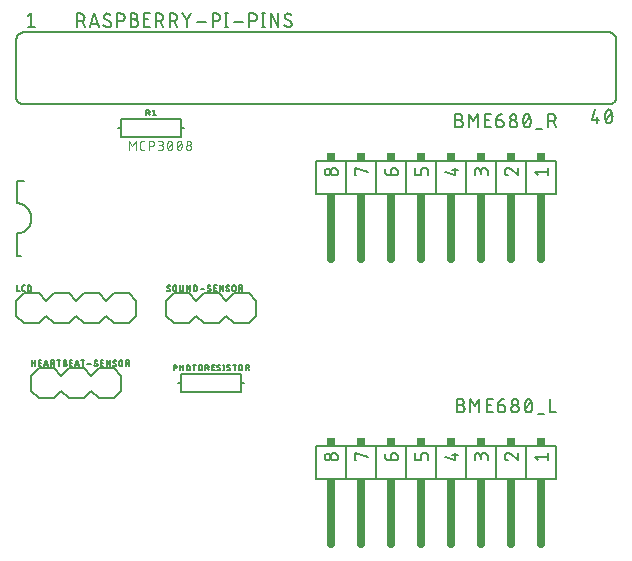
<source format=gbr>
G04 EAGLE Gerber RS-274X export*
G75*
%MOMM*%
%FSLAX34Y34*%
%LPD*%
%INSilkscreen Top*%
%IPPOS*%
%AMOC8*
5,1,8,0,0,1.08239X$1,22.5*%
G01*
%ADD10C,0.152400*%
%ADD11C,0.660400*%
%ADD12C,0.127000*%
%ADD13R,0.660400X0.762000*%
%ADD14R,0.660400X0.660400*%
%ADD15C,0.203200*%
%ADD16C,0.101600*%


D10*
X266700Y645160D02*
X266700Y617220D01*
X266700Y645160D02*
X292100Y645160D01*
X292100Y617220D02*
X266700Y617220D01*
X317500Y617220D02*
X317500Y645160D01*
X317500Y617220D02*
X342900Y617220D01*
X292100Y617220D02*
X292100Y645160D01*
X317500Y645160D01*
X317500Y617220D02*
X292100Y617220D01*
D11*
X330200Y609600D02*
X330200Y562610D01*
X304800Y562610D02*
X304800Y609600D01*
X279400Y609600D02*
X279400Y562610D01*
D10*
X317500Y645160D02*
X342900Y645160D01*
X368300Y645160D01*
X368300Y617220D01*
X368300Y645160D02*
X393700Y645160D01*
X393700Y617220D01*
X368300Y617220D01*
X342900Y617220D02*
X342900Y645160D01*
X342900Y617220D02*
X368300Y617220D01*
X393700Y645160D02*
X419100Y645160D01*
X419100Y617220D02*
X393700Y617220D01*
X444500Y617220D02*
X444500Y645160D01*
X469900Y645160D01*
X469900Y617220D01*
X444500Y617220D01*
X419100Y617220D02*
X419100Y645160D01*
X444500Y645160D01*
X444500Y617220D02*
X419100Y617220D01*
D11*
X457200Y609600D02*
X457200Y562610D01*
X431800Y562610D02*
X431800Y609600D01*
X406400Y609600D02*
X406400Y562610D01*
X381000Y562610D02*
X381000Y609600D01*
X355600Y609600D02*
X355600Y562610D01*
D12*
X451485Y636270D02*
X454025Y633095D01*
X451485Y636270D02*
X462915Y636270D01*
X462915Y633095D02*
X462915Y639445D01*
X428943Y639446D02*
X428839Y639444D01*
X428734Y639438D01*
X428630Y639429D01*
X428527Y639416D01*
X428424Y639398D01*
X428322Y639378D01*
X428220Y639353D01*
X428120Y639325D01*
X428020Y639293D01*
X427922Y639257D01*
X427825Y639218D01*
X427730Y639176D01*
X427636Y639130D01*
X427544Y639080D01*
X427454Y639028D01*
X427366Y638972D01*
X427280Y638912D01*
X427196Y638850D01*
X427115Y638785D01*
X427036Y638717D01*
X426959Y638645D01*
X426886Y638572D01*
X426814Y638495D01*
X426746Y638416D01*
X426681Y638335D01*
X426619Y638251D01*
X426559Y638165D01*
X426503Y638077D01*
X426451Y637987D01*
X426401Y637895D01*
X426355Y637801D01*
X426313Y637706D01*
X426274Y637609D01*
X426238Y637511D01*
X426206Y637411D01*
X426178Y637311D01*
X426153Y637209D01*
X426133Y637107D01*
X426115Y637004D01*
X426102Y636901D01*
X426093Y636797D01*
X426087Y636692D01*
X426085Y636588D01*
X426087Y636470D01*
X426093Y636351D01*
X426102Y636233D01*
X426115Y636116D01*
X426133Y635999D01*
X426153Y635882D01*
X426178Y635766D01*
X426206Y635651D01*
X426239Y635538D01*
X426274Y635425D01*
X426314Y635313D01*
X426356Y635203D01*
X426403Y635094D01*
X426453Y634986D01*
X426506Y634881D01*
X426563Y634777D01*
X426623Y634675D01*
X426686Y634575D01*
X426753Y634477D01*
X426822Y634381D01*
X426895Y634288D01*
X426971Y634197D01*
X427049Y634108D01*
X427131Y634022D01*
X427215Y633939D01*
X427301Y633858D01*
X427391Y633781D01*
X427482Y633706D01*
X427576Y633634D01*
X427673Y633565D01*
X427771Y633500D01*
X427872Y633437D01*
X427975Y633378D01*
X428079Y633322D01*
X428185Y633270D01*
X428293Y633221D01*
X428402Y633176D01*
X428513Y633134D01*
X428625Y633096D01*
X431165Y638493D02*
X431090Y638569D01*
X431011Y638644D01*
X430930Y638715D01*
X430846Y638784D01*
X430760Y638849D01*
X430672Y638911D01*
X430582Y638971D01*
X430490Y639027D01*
X430395Y639080D01*
X430299Y639129D01*
X430201Y639175D01*
X430102Y639218D01*
X430001Y639257D01*
X429899Y639292D01*
X429796Y639324D01*
X429692Y639352D01*
X429587Y639377D01*
X429480Y639398D01*
X429374Y639415D01*
X429267Y639428D01*
X429159Y639437D01*
X429051Y639443D01*
X428943Y639445D01*
X431165Y638493D02*
X437515Y633095D01*
X437515Y639445D01*
X412115Y636270D02*
X412115Y633095D01*
X412115Y636270D02*
X412113Y636381D01*
X412107Y636491D01*
X412098Y636602D01*
X412084Y636712D01*
X412067Y636821D01*
X412046Y636930D01*
X412021Y637038D01*
X411992Y637145D01*
X411960Y637251D01*
X411924Y637356D01*
X411884Y637459D01*
X411841Y637561D01*
X411794Y637662D01*
X411743Y637761D01*
X411690Y637858D01*
X411633Y637952D01*
X411572Y638045D01*
X411509Y638136D01*
X411442Y638225D01*
X411372Y638311D01*
X411299Y638394D01*
X411224Y638476D01*
X411146Y638554D01*
X411064Y638629D01*
X410981Y638702D01*
X410895Y638772D01*
X410806Y638839D01*
X410715Y638902D01*
X410622Y638963D01*
X410528Y639020D01*
X410431Y639073D01*
X410332Y639124D01*
X410231Y639171D01*
X410129Y639214D01*
X410026Y639254D01*
X409921Y639290D01*
X409815Y639322D01*
X409708Y639351D01*
X409600Y639376D01*
X409491Y639397D01*
X409382Y639414D01*
X409272Y639428D01*
X409161Y639437D01*
X409051Y639443D01*
X408940Y639445D01*
X408829Y639443D01*
X408719Y639437D01*
X408608Y639428D01*
X408498Y639414D01*
X408389Y639397D01*
X408280Y639376D01*
X408172Y639351D01*
X408065Y639322D01*
X407959Y639290D01*
X407854Y639254D01*
X407751Y639214D01*
X407649Y639171D01*
X407548Y639124D01*
X407449Y639073D01*
X407353Y639020D01*
X407258Y638963D01*
X407165Y638902D01*
X407074Y638839D01*
X406985Y638772D01*
X406899Y638702D01*
X406816Y638629D01*
X406734Y638554D01*
X406656Y638476D01*
X406581Y638394D01*
X406508Y638311D01*
X406438Y638225D01*
X406371Y638136D01*
X406308Y638045D01*
X406247Y637952D01*
X406190Y637858D01*
X406137Y637761D01*
X406086Y637662D01*
X406039Y637561D01*
X405996Y637459D01*
X405956Y637356D01*
X405920Y637251D01*
X405888Y637145D01*
X405859Y637038D01*
X405834Y636930D01*
X405813Y636821D01*
X405796Y636712D01*
X405782Y636602D01*
X405773Y636491D01*
X405767Y636381D01*
X405765Y636270D01*
X400685Y636905D02*
X400685Y633095D01*
X400685Y636905D02*
X400687Y637005D01*
X400693Y637104D01*
X400703Y637204D01*
X400716Y637302D01*
X400734Y637401D01*
X400755Y637498D01*
X400780Y637594D01*
X400809Y637690D01*
X400842Y637784D01*
X400878Y637877D01*
X400918Y637968D01*
X400962Y638058D01*
X401009Y638146D01*
X401059Y638232D01*
X401113Y638316D01*
X401170Y638398D01*
X401230Y638477D01*
X401294Y638555D01*
X401360Y638629D01*
X401429Y638701D01*
X401501Y638770D01*
X401575Y638836D01*
X401653Y638900D01*
X401732Y638960D01*
X401814Y639017D01*
X401898Y639071D01*
X401984Y639121D01*
X402072Y639168D01*
X402162Y639212D01*
X402253Y639252D01*
X402346Y639288D01*
X402440Y639321D01*
X402536Y639350D01*
X402632Y639375D01*
X402729Y639396D01*
X402828Y639414D01*
X402926Y639427D01*
X403026Y639437D01*
X403125Y639443D01*
X403225Y639445D01*
X403325Y639443D01*
X403424Y639437D01*
X403524Y639427D01*
X403622Y639414D01*
X403721Y639396D01*
X403818Y639375D01*
X403914Y639350D01*
X404010Y639321D01*
X404104Y639288D01*
X404197Y639252D01*
X404288Y639212D01*
X404378Y639168D01*
X404466Y639121D01*
X404552Y639071D01*
X404636Y639017D01*
X404718Y638960D01*
X404797Y638900D01*
X404875Y638836D01*
X404949Y638770D01*
X405021Y638701D01*
X405090Y638629D01*
X405156Y638555D01*
X405220Y638477D01*
X405280Y638398D01*
X405337Y638316D01*
X405391Y638232D01*
X405441Y638146D01*
X405488Y638058D01*
X405532Y637968D01*
X405572Y637877D01*
X405608Y637784D01*
X405641Y637690D01*
X405670Y637594D01*
X405695Y637498D01*
X405716Y637401D01*
X405734Y637302D01*
X405747Y637204D01*
X405757Y637104D01*
X405763Y637005D01*
X405765Y636905D01*
X405765Y634365D01*
X384175Y633095D02*
X375285Y635635D01*
X384175Y633095D02*
X384175Y639445D01*
X381635Y637540D02*
X386715Y637540D01*
X361315Y636905D02*
X361315Y633095D01*
X361315Y636905D02*
X361313Y637005D01*
X361307Y637104D01*
X361297Y637204D01*
X361284Y637302D01*
X361266Y637401D01*
X361245Y637498D01*
X361220Y637594D01*
X361191Y637690D01*
X361158Y637784D01*
X361122Y637877D01*
X361082Y637968D01*
X361038Y638058D01*
X360991Y638146D01*
X360941Y638232D01*
X360887Y638316D01*
X360830Y638398D01*
X360770Y638477D01*
X360706Y638555D01*
X360640Y638629D01*
X360571Y638701D01*
X360499Y638770D01*
X360425Y638836D01*
X360347Y638900D01*
X360268Y638960D01*
X360186Y639017D01*
X360102Y639071D01*
X360016Y639121D01*
X359928Y639168D01*
X359838Y639212D01*
X359747Y639252D01*
X359654Y639288D01*
X359560Y639321D01*
X359464Y639350D01*
X359368Y639375D01*
X359271Y639396D01*
X359172Y639414D01*
X359074Y639427D01*
X358974Y639437D01*
X358875Y639443D01*
X358775Y639445D01*
X357505Y639445D01*
X357405Y639443D01*
X357306Y639437D01*
X357206Y639427D01*
X357108Y639414D01*
X357009Y639396D01*
X356912Y639375D01*
X356816Y639350D01*
X356720Y639321D01*
X356626Y639288D01*
X356533Y639252D01*
X356442Y639212D01*
X356352Y639168D01*
X356264Y639121D01*
X356178Y639071D01*
X356094Y639017D01*
X356012Y638960D01*
X355933Y638900D01*
X355855Y638836D01*
X355781Y638770D01*
X355709Y638701D01*
X355640Y638629D01*
X355574Y638555D01*
X355510Y638477D01*
X355450Y638398D01*
X355393Y638316D01*
X355339Y638232D01*
X355289Y638146D01*
X355242Y638058D01*
X355198Y637968D01*
X355158Y637877D01*
X355122Y637784D01*
X355089Y637690D01*
X355060Y637594D01*
X355035Y637498D01*
X355014Y637401D01*
X354996Y637302D01*
X354983Y637204D01*
X354973Y637104D01*
X354967Y637005D01*
X354965Y636905D01*
X354965Y633095D01*
X349885Y633095D01*
X349885Y639445D01*
X329565Y636905D02*
X329565Y633095D01*
X329565Y636905D02*
X329567Y637005D01*
X329573Y637104D01*
X329583Y637204D01*
X329596Y637302D01*
X329614Y637401D01*
X329635Y637498D01*
X329660Y637594D01*
X329689Y637690D01*
X329722Y637784D01*
X329758Y637877D01*
X329798Y637968D01*
X329842Y638058D01*
X329889Y638146D01*
X329939Y638232D01*
X329993Y638316D01*
X330050Y638398D01*
X330110Y638477D01*
X330174Y638555D01*
X330240Y638629D01*
X330309Y638701D01*
X330381Y638770D01*
X330455Y638836D01*
X330533Y638900D01*
X330612Y638960D01*
X330694Y639017D01*
X330778Y639071D01*
X330864Y639121D01*
X330952Y639168D01*
X331042Y639212D01*
X331133Y639252D01*
X331226Y639288D01*
X331320Y639321D01*
X331416Y639350D01*
X331512Y639375D01*
X331609Y639396D01*
X331708Y639414D01*
X331806Y639427D01*
X331906Y639437D01*
X332005Y639443D01*
X332105Y639445D01*
X332740Y639445D01*
X332851Y639443D01*
X332961Y639437D01*
X333072Y639428D01*
X333182Y639414D01*
X333291Y639397D01*
X333400Y639376D01*
X333508Y639351D01*
X333615Y639322D01*
X333721Y639290D01*
X333826Y639254D01*
X333929Y639214D01*
X334031Y639171D01*
X334132Y639124D01*
X334231Y639073D01*
X334328Y639020D01*
X334422Y638963D01*
X334515Y638902D01*
X334606Y638839D01*
X334695Y638772D01*
X334781Y638702D01*
X334864Y638629D01*
X334946Y638554D01*
X335024Y638476D01*
X335099Y638394D01*
X335172Y638311D01*
X335242Y638225D01*
X335309Y638136D01*
X335372Y638045D01*
X335433Y637952D01*
X335490Y637857D01*
X335543Y637761D01*
X335594Y637662D01*
X335641Y637561D01*
X335684Y637459D01*
X335724Y637356D01*
X335760Y637251D01*
X335792Y637145D01*
X335821Y637038D01*
X335846Y636930D01*
X335867Y636821D01*
X335884Y636712D01*
X335898Y636602D01*
X335907Y636491D01*
X335913Y636381D01*
X335915Y636270D01*
X335913Y636159D01*
X335907Y636049D01*
X335898Y635938D01*
X335884Y635828D01*
X335867Y635719D01*
X335846Y635610D01*
X335821Y635502D01*
X335792Y635395D01*
X335760Y635289D01*
X335724Y635184D01*
X335684Y635081D01*
X335641Y634979D01*
X335594Y634878D01*
X335543Y634779D01*
X335490Y634683D01*
X335433Y634588D01*
X335372Y634495D01*
X335309Y634404D01*
X335242Y634315D01*
X335172Y634229D01*
X335099Y634146D01*
X335024Y634064D01*
X334946Y633986D01*
X334864Y633911D01*
X334781Y633838D01*
X334695Y633768D01*
X334606Y633701D01*
X334515Y633638D01*
X334422Y633577D01*
X334328Y633520D01*
X334231Y633467D01*
X334132Y633416D01*
X334031Y633369D01*
X333929Y633326D01*
X333826Y633286D01*
X333721Y633250D01*
X333615Y633218D01*
X333508Y633189D01*
X333400Y633164D01*
X333291Y633143D01*
X333182Y633126D01*
X333072Y633112D01*
X332961Y633103D01*
X332851Y633097D01*
X332740Y633095D01*
X329565Y633095D01*
X329425Y633097D01*
X329285Y633103D01*
X329145Y633112D01*
X329006Y633126D01*
X328867Y633143D01*
X328729Y633164D01*
X328591Y633189D01*
X328454Y633218D01*
X328318Y633250D01*
X328183Y633287D01*
X328049Y633327D01*
X327916Y633370D01*
X327784Y633418D01*
X327653Y633468D01*
X327524Y633523D01*
X327397Y633581D01*
X327271Y633642D01*
X327147Y633707D01*
X327025Y633776D01*
X326905Y633847D01*
X326787Y633922D01*
X326670Y634000D01*
X326556Y634082D01*
X326445Y634166D01*
X326336Y634254D01*
X326229Y634344D01*
X326124Y634438D01*
X326023Y634534D01*
X325924Y634633D01*
X325828Y634734D01*
X325734Y634839D01*
X325644Y634946D01*
X325556Y635055D01*
X325472Y635166D01*
X325390Y635280D01*
X325312Y635397D01*
X325237Y635515D01*
X325166Y635635D01*
X325097Y635757D01*
X325032Y635881D01*
X324971Y636007D01*
X324913Y636134D01*
X324858Y636263D01*
X324808Y636394D01*
X324760Y636526D01*
X324717Y636659D01*
X324677Y636793D01*
X324640Y636928D01*
X324608Y637064D01*
X324579Y637201D01*
X324554Y637339D01*
X324533Y637477D01*
X324516Y637616D01*
X324502Y637755D01*
X324493Y637895D01*
X324487Y638035D01*
X324485Y638175D01*
X300355Y633095D02*
X299085Y633095D01*
X299085Y639445D01*
X310515Y636270D01*
X281940Y639445D02*
X281829Y639443D01*
X281719Y639437D01*
X281608Y639428D01*
X281498Y639414D01*
X281389Y639397D01*
X281280Y639376D01*
X281172Y639351D01*
X281065Y639322D01*
X280959Y639290D01*
X280854Y639254D01*
X280751Y639214D01*
X280649Y639171D01*
X280548Y639124D01*
X280449Y639073D01*
X280353Y639020D01*
X280258Y638963D01*
X280165Y638902D01*
X280074Y638839D01*
X279985Y638772D01*
X279899Y638702D01*
X279816Y638629D01*
X279734Y638554D01*
X279656Y638476D01*
X279581Y638394D01*
X279508Y638311D01*
X279438Y638225D01*
X279371Y638136D01*
X279308Y638045D01*
X279247Y637952D01*
X279190Y637858D01*
X279137Y637761D01*
X279086Y637662D01*
X279039Y637561D01*
X278996Y637459D01*
X278956Y637356D01*
X278920Y637251D01*
X278888Y637145D01*
X278859Y637038D01*
X278834Y636930D01*
X278813Y636821D01*
X278796Y636712D01*
X278782Y636602D01*
X278773Y636491D01*
X278767Y636381D01*
X278765Y636270D01*
X278767Y636159D01*
X278773Y636049D01*
X278782Y635938D01*
X278796Y635828D01*
X278813Y635719D01*
X278834Y635610D01*
X278859Y635502D01*
X278888Y635395D01*
X278920Y635289D01*
X278956Y635184D01*
X278996Y635081D01*
X279039Y634979D01*
X279086Y634878D01*
X279137Y634779D01*
X279190Y634683D01*
X279247Y634588D01*
X279308Y634495D01*
X279371Y634404D01*
X279438Y634315D01*
X279508Y634229D01*
X279581Y634146D01*
X279656Y634064D01*
X279734Y633986D01*
X279816Y633911D01*
X279899Y633838D01*
X279985Y633768D01*
X280074Y633701D01*
X280165Y633638D01*
X280258Y633577D01*
X280353Y633520D01*
X280449Y633467D01*
X280548Y633416D01*
X280649Y633369D01*
X280751Y633326D01*
X280854Y633286D01*
X280959Y633250D01*
X281065Y633218D01*
X281172Y633189D01*
X281280Y633164D01*
X281389Y633143D01*
X281498Y633126D01*
X281608Y633112D01*
X281719Y633103D01*
X281829Y633097D01*
X281940Y633095D01*
X282051Y633097D01*
X282161Y633103D01*
X282272Y633112D01*
X282382Y633126D01*
X282491Y633143D01*
X282600Y633164D01*
X282708Y633189D01*
X282815Y633218D01*
X282921Y633250D01*
X283026Y633286D01*
X283129Y633326D01*
X283231Y633369D01*
X283332Y633416D01*
X283431Y633467D01*
X283528Y633520D01*
X283622Y633577D01*
X283715Y633638D01*
X283806Y633701D01*
X283895Y633768D01*
X283981Y633838D01*
X284064Y633911D01*
X284146Y633986D01*
X284224Y634064D01*
X284299Y634146D01*
X284372Y634229D01*
X284442Y634315D01*
X284509Y634404D01*
X284572Y634495D01*
X284633Y634588D01*
X284690Y634683D01*
X284743Y634779D01*
X284794Y634878D01*
X284841Y634979D01*
X284884Y635081D01*
X284924Y635184D01*
X284960Y635289D01*
X284992Y635395D01*
X285021Y635502D01*
X285046Y635610D01*
X285067Y635719D01*
X285084Y635828D01*
X285098Y635938D01*
X285107Y636049D01*
X285113Y636159D01*
X285115Y636270D01*
X285113Y636381D01*
X285107Y636491D01*
X285098Y636602D01*
X285084Y636712D01*
X285067Y636821D01*
X285046Y636930D01*
X285021Y637038D01*
X284992Y637145D01*
X284960Y637251D01*
X284924Y637356D01*
X284884Y637459D01*
X284841Y637561D01*
X284794Y637662D01*
X284743Y637761D01*
X284690Y637857D01*
X284633Y637952D01*
X284572Y638045D01*
X284509Y638136D01*
X284442Y638225D01*
X284372Y638311D01*
X284299Y638394D01*
X284224Y638476D01*
X284146Y638554D01*
X284064Y638629D01*
X283981Y638702D01*
X283895Y638772D01*
X283806Y638839D01*
X283715Y638902D01*
X283622Y638963D01*
X283528Y639020D01*
X283431Y639073D01*
X283332Y639124D01*
X283231Y639171D01*
X283129Y639214D01*
X283026Y639254D01*
X282921Y639290D01*
X282815Y639322D01*
X282708Y639351D01*
X282600Y639376D01*
X282491Y639397D01*
X282382Y639414D01*
X282272Y639428D01*
X282161Y639437D01*
X282051Y639443D01*
X281940Y639445D01*
X276225Y638810D02*
X276125Y638808D01*
X276026Y638802D01*
X275926Y638792D01*
X275828Y638779D01*
X275729Y638761D01*
X275632Y638740D01*
X275536Y638715D01*
X275440Y638686D01*
X275346Y638653D01*
X275253Y638617D01*
X275162Y638577D01*
X275072Y638533D01*
X274984Y638486D01*
X274898Y638436D01*
X274814Y638382D01*
X274732Y638325D01*
X274653Y638265D01*
X274575Y638201D01*
X274501Y638135D01*
X274429Y638066D01*
X274360Y637994D01*
X274294Y637920D01*
X274230Y637842D01*
X274170Y637763D01*
X274113Y637681D01*
X274059Y637597D01*
X274009Y637511D01*
X273962Y637423D01*
X273918Y637333D01*
X273878Y637242D01*
X273842Y637149D01*
X273809Y637055D01*
X273780Y636959D01*
X273755Y636863D01*
X273734Y636766D01*
X273716Y636667D01*
X273703Y636569D01*
X273693Y636469D01*
X273687Y636370D01*
X273685Y636270D01*
X273687Y636170D01*
X273693Y636071D01*
X273703Y635971D01*
X273716Y635873D01*
X273734Y635774D01*
X273755Y635677D01*
X273780Y635581D01*
X273809Y635485D01*
X273842Y635391D01*
X273878Y635298D01*
X273918Y635207D01*
X273962Y635117D01*
X274009Y635029D01*
X274059Y634943D01*
X274113Y634859D01*
X274170Y634777D01*
X274230Y634698D01*
X274294Y634620D01*
X274360Y634546D01*
X274429Y634474D01*
X274501Y634405D01*
X274575Y634339D01*
X274653Y634275D01*
X274732Y634215D01*
X274814Y634158D01*
X274898Y634104D01*
X274984Y634054D01*
X275072Y634007D01*
X275162Y633963D01*
X275253Y633923D01*
X275346Y633887D01*
X275440Y633854D01*
X275536Y633825D01*
X275632Y633800D01*
X275729Y633779D01*
X275828Y633761D01*
X275926Y633748D01*
X276026Y633738D01*
X276125Y633732D01*
X276225Y633730D01*
X276325Y633732D01*
X276424Y633738D01*
X276524Y633748D01*
X276622Y633761D01*
X276721Y633779D01*
X276818Y633800D01*
X276914Y633825D01*
X277010Y633854D01*
X277104Y633887D01*
X277197Y633923D01*
X277288Y633963D01*
X277378Y634007D01*
X277466Y634054D01*
X277552Y634104D01*
X277636Y634158D01*
X277718Y634215D01*
X277797Y634275D01*
X277875Y634339D01*
X277949Y634405D01*
X278021Y634474D01*
X278090Y634546D01*
X278156Y634620D01*
X278220Y634698D01*
X278280Y634777D01*
X278337Y634859D01*
X278391Y634943D01*
X278441Y635029D01*
X278488Y635117D01*
X278532Y635207D01*
X278572Y635298D01*
X278608Y635391D01*
X278641Y635485D01*
X278670Y635581D01*
X278695Y635677D01*
X278716Y635774D01*
X278734Y635873D01*
X278747Y635971D01*
X278757Y636071D01*
X278763Y636170D01*
X278765Y636270D01*
X278763Y636370D01*
X278757Y636469D01*
X278747Y636569D01*
X278734Y636667D01*
X278716Y636766D01*
X278695Y636863D01*
X278670Y636959D01*
X278641Y637055D01*
X278608Y637149D01*
X278572Y637242D01*
X278532Y637333D01*
X278488Y637423D01*
X278441Y637511D01*
X278391Y637597D01*
X278337Y637681D01*
X278280Y637763D01*
X278220Y637842D01*
X278156Y637920D01*
X278090Y637994D01*
X278021Y638066D01*
X277949Y638135D01*
X277875Y638201D01*
X277797Y638265D01*
X277718Y638325D01*
X277636Y638382D01*
X277552Y638436D01*
X277466Y638486D01*
X277378Y638533D01*
X277288Y638577D01*
X277197Y638617D01*
X277104Y638653D01*
X277010Y638686D01*
X276914Y638715D01*
X276818Y638740D01*
X276721Y638761D01*
X276622Y638779D01*
X276524Y638792D01*
X276424Y638802D01*
X276325Y638808D01*
X276225Y638810D01*
D13*
X330200Y613410D03*
X304800Y613410D03*
X279400Y613410D03*
X457200Y613410D03*
X431800Y613410D03*
X406400Y613410D03*
X381000Y613410D03*
X355600Y613410D03*
D14*
X279400Y648462D03*
X304800Y648462D03*
X330200Y648462D03*
X355600Y648462D03*
X381000Y648462D03*
X406400Y648462D03*
X431800Y648462D03*
X457200Y648462D03*
D12*
X389039Y680085D02*
X385864Y680085D01*
X389039Y680085D02*
X389150Y680083D01*
X389260Y680077D01*
X389371Y680068D01*
X389481Y680054D01*
X389590Y680037D01*
X389699Y680016D01*
X389807Y679991D01*
X389914Y679962D01*
X390020Y679930D01*
X390125Y679894D01*
X390228Y679854D01*
X390330Y679811D01*
X390431Y679764D01*
X390530Y679713D01*
X390627Y679660D01*
X390721Y679603D01*
X390814Y679542D01*
X390905Y679479D01*
X390994Y679412D01*
X391080Y679342D01*
X391163Y679269D01*
X391245Y679194D01*
X391323Y679116D01*
X391398Y679034D01*
X391471Y678951D01*
X391541Y678865D01*
X391608Y678776D01*
X391671Y678685D01*
X391732Y678592D01*
X391789Y678497D01*
X391842Y678401D01*
X391893Y678302D01*
X391940Y678201D01*
X391983Y678099D01*
X392023Y677996D01*
X392059Y677891D01*
X392091Y677785D01*
X392120Y677678D01*
X392145Y677570D01*
X392166Y677461D01*
X392183Y677352D01*
X392197Y677242D01*
X392206Y677131D01*
X392212Y677021D01*
X392214Y676910D01*
X392212Y676799D01*
X392206Y676689D01*
X392197Y676578D01*
X392183Y676468D01*
X392166Y676359D01*
X392145Y676250D01*
X392120Y676142D01*
X392091Y676035D01*
X392059Y675929D01*
X392023Y675824D01*
X391983Y675721D01*
X391940Y675619D01*
X391893Y675518D01*
X391842Y675419D01*
X391789Y675323D01*
X391732Y675228D01*
X391671Y675135D01*
X391608Y675044D01*
X391541Y674955D01*
X391471Y674869D01*
X391398Y674786D01*
X391323Y674704D01*
X391245Y674626D01*
X391163Y674551D01*
X391080Y674478D01*
X390994Y674408D01*
X390905Y674341D01*
X390814Y674278D01*
X390721Y674217D01*
X390627Y674160D01*
X390530Y674107D01*
X390431Y674056D01*
X390330Y674009D01*
X390228Y673966D01*
X390125Y673926D01*
X390020Y673890D01*
X389914Y673858D01*
X389807Y673829D01*
X389699Y673804D01*
X389590Y673783D01*
X389481Y673766D01*
X389371Y673752D01*
X389260Y673743D01*
X389150Y673737D01*
X389039Y673735D01*
X385864Y673735D01*
X385864Y685165D01*
X389039Y685165D01*
X389139Y685163D01*
X389238Y685157D01*
X389338Y685147D01*
X389436Y685134D01*
X389535Y685116D01*
X389632Y685095D01*
X389728Y685070D01*
X389824Y685041D01*
X389918Y685008D01*
X390011Y684972D01*
X390102Y684932D01*
X390192Y684888D01*
X390280Y684841D01*
X390366Y684791D01*
X390450Y684737D01*
X390532Y684680D01*
X390611Y684620D01*
X390689Y684556D01*
X390763Y684490D01*
X390835Y684421D01*
X390904Y684349D01*
X390970Y684275D01*
X391034Y684197D01*
X391094Y684118D01*
X391151Y684036D01*
X391205Y683952D01*
X391255Y683866D01*
X391302Y683778D01*
X391346Y683688D01*
X391386Y683597D01*
X391422Y683504D01*
X391455Y683410D01*
X391484Y683314D01*
X391509Y683218D01*
X391530Y683121D01*
X391548Y683022D01*
X391561Y682924D01*
X391571Y682824D01*
X391577Y682725D01*
X391579Y682625D01*
X391577Y682525D01*
X391571Y682426D01*
X391561Y682326D01*
X391548Y682228D01*
X391530Y682129D01*
X391509Y682032D01*
X391484Y681936D01*
X391455Y681840D01*
X391422Y681746D01*
X391386Y681653D01*
X391346Y681562D01*
X391302Y681472D01*
X391255Y681384D01*
X391205Y681298D01*
X391151Y681214D01*
X391094Y681132D01*
X391034Y681053D01*
X390970Y680975D01*
X390904Y680901D01*
X390835Y680829D01*
X390763Y680760D01*
X390689Y680694D01*
X390611Y680630D01*
X390532Y680570D01*
X390450Y680513D01*
X390366Y680459D01*
X390280Y680409D01*
X390192Y680362D01*
X390102Y680318D01*
X390011Y680278D01*
X389918Y680242D01*
X389824Y680209D01*
X389728Y680180D01*
X389632Y680155D01*
X389535Y680134D01*
X389436Y680116D01*
X389338Y680103D01*
X389238Y680093D01*
X389139Y680087D01*
X389039Y680085D01*
X397231Y685165D02*
X397231Y673735D01*
X401041Y678815D02*
X397231Y685165D01*
X401041Y678815D02*
X404851Y685165D01*
X404851Y673735D01*
X410845Y673735D02*
X415925Y673735D01*
X410845Y673735D02*
X410845Y685165D01*
X415925Y685165D01*
X414655Y680085D02*
X410845Y680085D01*
X420345Y680085D02*
X424155Y680085D01*
X424255Y680083D01*
X424354Y680077D01*
X424454Y680067D01*
X424552Y680054D01*
X424651Y680036D01*
X424748Y680015D01*
X424844Y679990D01*
X424940Y679961D01*
X425034Y679928D01*
X425127Y679892D01*
X425218Y679852D01*
X425308Y679808D01*
X425396Y679761D01*
X425482Y679711D01*
X425566Y679657D01*
X425648Y679600D01*
X425727Y679540D01*
X425805Y679476D01*
X425879Y679410D01*
X425951Y679341D01*
X426020Y679269D01*
X426086Y679195D01*
X426150Y679117D01*
X426210Y679038D01*
X426267Y678956D01*
X426321Y678872D01*
X426371Y678786D01*
X426418Y678698D01*
X426462Y678608D01*
X426502Y678517D01*
X426538Y678424D01*
X426571Y678330D01*
X426600Y678234D01*
X426625Y678138D01*
X426646Y678041D01*
X426664Y677942D01*
X426677Y677844D01*
X426687Y677744D01*
X426693Y677645D01*
X426695Y677545D01*
X426695Y676910D01*
X426693Y676799D01*
X426687Y676689D01*
X426678Y676578D01*
X426664Y676468D01*
X426647Y676359D01*
X426626Y676250D01*
X426601Y676142D01*
X426572Y676035D01*
X426540Y675929D01*
X426504Y675824D01*
X426464Y675721D01*
X426421Y675619D01*
X426374Y675518D01*
X426323Y675419D01*
X426270Y675323D01*
X426213Y675228D01*
X426152Y675135D01*
X426089Y675044D01*
X426022Y674955D01*
X425952Y674869D01*
X425879Y674786D01*
X425804Y674704D01*
X425726Y674626D01*
X425644Y674551D01*
X425561Y674478D01*
X425475Y674408D01*
X425386Y674341D01*
X425295Y674278D01*
X425202Y674217D01*
X425107Y674160D01*
X425011Y674107D01*
X424912Y674056D01*
X424811Y674009D01*
X424709Y673966D01*
X424606Y673926D01*
X424501Y673890D01*
X424395Y673858D01*
X424288Y673829D01*
X424180Y673804D01*
X424071Y673783D01*
X423962Y673766D01*
X423852Y673752D01*
X423741Y673743D01*
X423631Y673737D01*
X423520Y673735D01*
X423409Y673737D01*
X423299Y673743D01*
X423188Y673752D01*
X423078Y673766D01*
X422969Y673783D01*
X422860Y673804D01*
X422752Y673829D01*
X422645Y673858D01*
X422539Y673890D01*
X422434Y673926D01*
X422331Y673966D01*
X422229Y674009D01*
X422128Y674056D01*
X422029Y674107D01*
X421933Y674160D01*
X421838Y674217D01*
X421745Y674278D01*
X421654Y674341D01*
X421565Y674408D01*
X421479Y674478D01*
X421396Y674551D01*
X421314Y674626D01*
X421236Y674704D01*
X421161Y674786D01*
X421088Y674869D01*
X421018Y674955D01*
X420951Y675044D01*
X420888Y675135D01*
X420827Y675228D01*
X420770Y675323D01*
X420717Y675419D01*
X420666Y675518D01*
X420619Y675619D01*
X420576Y675721D01*
X420536Y675824D01*
X420500Y675929D01*
X420468Y676035D01*
X420439Y676142D01*
X420414Y676250D01*
X420393Y676359D01*
X420376Y676468D01*
X420362Y676578D01*
X420353Y676689D01*
X420347Y676799D01*
X420345Y676910D01*
X420345Y680085D01*
X420347Y680225D01*
X420353Y680365D01*
X420362Y680505D01*
X420376Y680644D01*
X420393Y680783D01*
X420414Y680921D01*
X420439Y681059D01*
X420468Y681196D01*
X420500Y681332D01*
X420537Y681467D01*
X420577Y681601D01*
X420620Y681734D01*
X420668Y681866D01*
X420718Y681997D01*
X420773Y682126D01*
X420831Y682253D01*
X420892Y682379D01*
X420957Y682503D01*
X421026Y682625D01*
X421097Y682745D01*
X421172Y682863D01*
X421250Y682980D01*
X421332Y683094D01*
X421416Y683205D01*
X421504Y683314D01*
X421594Y683421D01*
X421688Y683526D01*
X421784Y683627D01*
X421883Y683726D01*
X421984Y683822D01*
X422089Y683916D01*
X422196Y684006D01*
X422305Y684094D01*
X422416Y684178D01*
X422530Y684260D01*
X422647Y684338D01*
X422765Y684413D01*
X422885Y684484D01*
X423007Y684553D01*
X423131Y684618D01*
X423257Y684679D01*
X423384Y684737D01*
X423513Y684792D01*
X423644Y684842D01*
X423776Y684890D01*
X423909Y684933D01*
X424043Y684973D01*
X424178Y685010D01*
X424314Y685042D01*
X424451Y685071D01*
X424589Y685096D01*
X424727Y685117D01*
X424866Y685134D01*
X425005Y685148D01*
X425145Y685157D01*
X425285Y685163D01*
X425425Y685165D01*
X431775Y676910D02*
X431777Y677021D01*
X431783Y677131D01*
X431792Y677242D01*
X431806Y677352D01*
X431823Y677461D01*
X431844Y677570D01*
X431869Y677678D01*
X431898Y677785D01*
X431930Y677891D01*
X431966Y677996D01*
X432006Y678099D01*
X432049Y678201D01*
X432096Y678302D01*
X432147Y678401D01*
X432200Y678498D01*
X432257Y678592D01*
X432318Y678685D01*
X432381Y678776D01*
X432448Y678865D01*
X432518Y678951D01*
X432591Y679034D01*
X432666Y679116D01*
X432744Y679194D01*
X432826Y679269D01*
X432909Y679342D01*
X432995Y679412D01*
X433084Y679479D01*
X433175Y679542D01*
X433268Y679603D01*
X433363Y679660D01*
X433459Y679713D01*
X433558Y679764D01*
X433659Y679811D01*
X433761Y679854D01*
X433864Y679894D01*
X433969Y679930D01*
X434075Y679962D01*
X434182Y679991D01*
X434290Y680016D01*
X434399Y680037D01*
X434508Y680054D01*
X434618Y680068D01*
X434729Y680077D01*
X434839Y680083D01*
X434950Y680085D01*
X435061Y680083D01*
X435171Y680077D01*
X435282Y680068D01*
X435392Y680054D01*
X435501Y680037D01*
X435610Y680016D01*
X435718Y679991D01*
X435825Y679962D01*
X435931Y679930D01*
X436036Y679894D01*
X436139Y679854D01*
X436241Y679811D01*
X436342Y679764D01*
X436441Y679713D01*
X436538Y679660D01*
X436632Y679603D01*
X436725Y679542D01*
X436816Y679479D01*
X436905Y679412D01*
X436991Y679342D01*
X437074Y679269D01*
X437156Y679194D01*
X437234Y679116D01*
X437309Y679034D01*
X437382Y678951D01*
X437452Y678865D01*
X437519Y678776D01*
X437582Y678685D01*
X437643Y678592D01*
X437700Y678498D01*
X437753Y678401D01*
X437804Y678302D01*
X437851Y678201D01*
X437894Y678099D01*
X437934Y677996D01*
X437970Y677891D01*
X438002Y677785D01*
X438031Y677678D01*
X438056Y677570D01*
X438077Y677461D01*
X438094Y677352D01*
X438108Y677242D01*
X438117Y677131D01*
X438123Y677021D01*
X438125Y676910D01*
X438123Y676799D01*
X438117Y676689D01*
X438108Y676578D01*
X438094Y676468D01*
X438077Y676359D01*
X438056Y676250D01*
X438031Y676142D01*
X438002Y676035D01*
X437970Y675929D01*
X437934Y675824D01*
X437894Y675721D01*
X437851Y675619D01*
X437804Y675518D01*
X437753Y675419D01*
X437700Y675323D01*
X437643Y675228D01*
X437582Y675135D01*
X437519Y675044D01*
X437452Y674955D01*
X437382Y674869D01*
X437309Y674786D01*
X437234Y674704D01*
X437156Y674626D01*
X437074Y674551D01*
X436991Y674478D01*
X436905Y674408D01*
X436816Y674341D01*
X436725Y674278D01*
X436632Y674217D01*
X436537Y674160D01*
X436441Y674107D01*
X436342Y674056D01*
X436241Y674009D01*
X436139Y673966D01*
X436036Y673926D01*
X435931Y673890D01*
X435825Y673858D01*
X435718Y673829D01*
X435610Y673804D01*
X435501Y673783D01*
X435392Y673766D01*
X435282Y673752D01*
X435171Y673743D01*
X435061Y673737D01*
X434950Y673735D01*
X434839Y673737D01*
X434729Y673743D01*
X434618Y673752D01*
X434508Y673766D01*
X434399Y673783D01*
X434290Y673804D01*
X434182Y673829D01*
X434075Y673858D01*
X433969Y673890D01*
X433864Y673926D01*
X433761Y673966D01*
X433659Y674009D01*
X433558Y674056D01*
X433459Y674107D01*
X433363Y674160D01*
X433268Y674217D01*
X433175Y674278D01*
X433084Y674341D01*
X432995Y674408D01*
X432909Y674478D01*
X432826Y674551D01*
X432744Y674626D01*
X432666Y674704D01*
X432591Y674786D01*
X432518Y674869D01*
X432448Y674955D01*
X432381Y675044D01*
X432318Y675135D01*
X432257Y675228D01*
X432200Y675323D01*
X432147Y675419D01*
X432096Y675518D01*
X432049Y675619D01*
X432006Y675721D01*
X431966Y675824D01*
X431930Y675929D01*
X431898Y676035D01*
X431869Y676142D01*
X431844Y676250D01*
X431823Y676359D01*
X431806Y676468D01*
X431792Y676578D01*
X431783Y676689D01*
X431777Y676799D01*
X431775Y676910D01*
X432410Y682625D02*
X432412Y682725D01*
X432418Y682824D01*
X432428Y682924D01*
X432441Y683022D01*
X432459Y683121D01*
X432480Y683218D01*
X432505Y683314D01*
X432534Y683410D01*
X432567Y683504D01*
X432603Y683597D01*
X432643Y683688D01*
X432687Y683778D01*
X432734Y683866D01*
X432784Y683952D01*
X432838Y684036D01*
X432895Y684118D01*
X432955Y684197D01*
X433019Y684275D01*
X433085Y684349D01*
X433154Y684421D01*
X433226Y684490D01*
X433300Y684556D01*
X433378Y684620D01*
X433457Y684680D01*
X433539Y684737D01*
X433623Y684791D01*
X433709Y684841D01*
X433797Y684888D01*
X433887Y684932D01*
X433978Y684972D01*
X434071Y685008D01*
X434165Y685041D01*
X434261Y685070D01*
X434357Y685095D01*
X434454Y685116D01*
X434553Y685134D01*
X434651Y685147D01*
X434751Y685157D01*
X434850Y685163D01*
X434950Y685165D01*
X435050Y685163D01*
X435149Y685157D01*
X435249Y685147D01*
X435347Y685134D01*
X435446Y685116D01*
X435543Y685095D01*
X435639Y685070D01*
X435735Y685041D01*
X435829Y685008D01*
X435922Y684972D01*
X436013Y684932D01*
X436103Y684888D01*
X436191Y684841D01*
X436277Y684791D01*
X436361Y684737D01*
X436443Y684680D01*
X436522Y684620D01*
X436600Y684556D01*
X436674Y684490D01*
X436746Y684421D01*
X436815Y684349D01*
X436881Y684275D01*
X436945Y684197D01*
X437005Y684118D01*
X437062Y684036D01*
X437116Y683952D01*
X437166Y683866D01*
X437213Y683778D01*
X437257Y683688D01*
X437297Y683597D01*
X437333Y683504D01*
X437366Y683410D01*
X437395Y683314D01*
X437420Y683218D01*
X437441Y683121D01*
X437459Y683022D01*
X437472Y682924D01*
X437482Y682824D01*
X437488Y682725D01*
X437490Y682625D01*
X437488Y682525D01*
X437482Y682426D01*
X437472Y682326D01*
X437459Y682228D01*
X437441Y682129D01*
X437420Y682032D01*
X437395Y681936D01*
X437366Y681840D01*
X437333Y681746D01*
X437297Y681653D01*
X437257Y681562D01*
X437213Y681472D01*
X437166Y681384D01*
X437116Y681298D01*
X437062Y681214D01*
X437005Y681132D01*
X436945Y681053D01*
X436881Y680975D01*
X436815Y680901D01*
X436746Y680829D01*
X436674Y680760D01*
X436600Y680694D01*
X436522Y680630D01*
X436443Y680570D01*
X436361Y680513D01*
X436277Y680459D01*
X436191Y680409D01*
X436103Y680362D01*
X436013Y680318D01*
X435922Y680278D01*
X435829Y680242D01*
X435735Y680209D01*
X435639Y680180D01*
X435543Y680155D01*
X435446Y680134D01*
X435347Y680116D01*
X435249Y680103D01*
X435149Y680093D01*
X435050Y680087D01*
X434950Y680085D01*
X434850Y680087D01*
X434751Y680093D01*
X434651Y680103D01*
X434553Y680116D01*
X434454Y680134D01*
X434357Y680155D01*
X434261Y680180D01*
X434165Y680209D01*
X434071Y680242D01*
X433978Y680278D01*
X433887Y680318D01*
X433797Y680362D01*
X433709Y680409D01*
X433623Y680459D01*
X433539Y680513D01*
X433457Y680570D01*
X433378Y680630D01*
X433300Y680694D01*
X433226Y680760D01*
X433154Y680829D01*
X433085Y680901D01*
X433019Y680975D01*
X432955Y681053D01*
X432895Y681132D01*
X432838Y681214D01*
X432784Y681298D01*
X432734Y681384D01*
X432687Y681472D01*
X432643Y681562D01*
X432603Y681653D01*
X432567Y681746D01*
X432534Y681840D01*
X432505Y681936D01*
X432480Y682032D01*
X432459Y682129D01*
X432441Y682228D01*
X432428Y682326D01*
X432418Y682426D01*
X432412Y682525D01*
X432410Y682625D01*
X443205Y679450D02*
X443208Y679675D01*
X443216Y679900D01*
X443229Y680124D01*
X443248Y680348D01*
X443272Y680572D01*
X443301Y680795D01*
X443336Y681017D01*
X443376Y681238D01*
X443422Y681458D01*
X443472Y681677D01*
X443528Y681895D01*
X443589Y682112D01*
X443655Y682327D01*
X443726Y682540D01*
X443803Y682751D01*
X443884Y682961D01*
X443970Y683169D01*
X444061Y683374D01*
X444157Y683577D01*
X444157Y683578D02*
X444189Y683666D01*
X444225Y683753D01*
X444264Y683839D01*
X444307Y683923D01*
X444353Y684005D01*
X444402Y684085D01*
X444454Y684163D01*
X444510Y684239D01*
X444568Y684313D01*
X444630Y684384D01*
X444694Y684453D01*
X444761Y684519D01*
X444830Y684582D01*
X444902Y684643D01*
X444976Y684701D01*
X445053Y684755D01*
X445131Y684807D01*
X445212Y684855D01*
X445294Y684900D01*
X445379Y684942D01*
X445465Y684980D01*
X445552Y685015D01*
X445640Y685047D01*
X445730Y685074D01*
X445821Y685099D01*
X445913Y685119D01*
X446005Y685136D01*
X446099Y685149D01*
X446192Y685158D01*
X446286Y685164D01*
X446380Y685166D01*
X446474Y685164D01*
X446568Y685158D01*
X446661Y685149D01*
X446755Y685136D01*
X446847Y685119D01*
X446939Y685099D01*
X447030Y685074D01*
X447120Y685047D01*
X447208Y685015D01*
X447295Y684980D01*
X447381Y684942D01*
X447466Y684900D01*
X447548Y684855D01*
X447629Y684807D01*
X447707Y684755D01*
X447784Y684701D01*
X447858Y684643D01*
X447930Y684582D01*
X447999Y684519D01*
X448066Y684453D01*
X448130Y684384D01*
X448192Y684313D01*
X448250Y684239D01*
X448306Y684163D01*
X448358Y684085D01*
X448407Y684005D01*
X448453Y683923D01*
X448496Y683839D01*
X448535Y683753D01*
X448571Y683666D01*
X448603Y683578D01*
X448602Y683577D02*
X448698Y683374D01*
X448789Y683169D01*
X448875Y682961D01*
X448956Y682751D01*
X449033Y682540D01*
X449104Y682327D01*
X449170Y682112D01*
X449231Y681895D01*
X449287Y681677D01*
X449337Y681458D01*
X449383Y681238D01*
X449423Y681017D01*
X449458Y680795D01*
X449487Y680572D01*
X449511Y680348D01*
X449530Y680124D01*
X449543Y679900D01*
X449551Y679675D01*
X449554Y679450D01*
X443205Y679450D02*
X443208Y679225D01*
X443216Y679000D01*
X443229Y678776D01*
X443248Y678552D01*
X443272Y678328D01*
X443301Y678105D01*
X443336Y677883D01*
X443376Y677662D01*
X443422Y677442D01*
X443472Y677223D01*
X443528Y677005D01*
X443589Y676788D01*
X443655Y676573D01*
X443726Y676360D01*
X443803Y676149D01*
X443884Y675939D01*
X443970Y675731D01*
X444061Y675526D01*
X444157Y675323D01*
X444189Y675235D01*
X444225Y675148D01*
X444264Y675062D01*
X444307Y674978D01*
X444353Y674896D01*
X444402Y674816D01*
X444454Y674738D01*
X444510Y674662D01*
X444568Y674588D01*
X444630Y674517D01*
X444694Y674448D01*
X444761Y674382D01*
X444830Y674319D01*
X444902Y674258D01*
X444976Y674200D01*
X445053Y674146D01*
X445131Y674094D01*
X445212Y674046D01*
X445294Y674001D01*
X445379Y673959D01*
X445465Y673921D01*
X445552Y673886D01*
X445640Y673854D01*
X445730Y673827D01*
X445821Y673802D01*
X445913Y673782D01*
X446005Y673765D01*
X446099Y673752D01*
X446192Y673743D01*
X446286Y673737D01*
X446380Y673735D01*
X448602Y675323D02*
X448698Y675526D01*
X448789Y675731D01*
X448875Y675939D01*
X448956Y676149D01*
X449033Y676360D01*
X449104Y676573D01*
X449170Y676788D01*
X449231Y677005D01*
X449287Y677223D01*
X449337Y677442D01*
X449383Y677662D01*
X449423Y677883D01*
X449458Y678105D01*
X449487Y678328D01*
X449511Y678552D01*
X449530Y678776D01*
X449543Y679000D01*
X449551Y679225D01*
X449554Y679450D01*
X448603Y675323D02*
X448571Y675235D01*
X448535Y675148D01*
X448496Y675062D01*
X448453Y674978D01*
X448407Y674896D01*
X448358Y674816D01*
X448306Y674738D01*
X448250Y674662D01*
X448192Y674588D01*
X448130Y674517D01*
X448066Y674448D01*
X447999Y674382D01*
X447930Y674319D01*
X447858Y674258D01*
X447784Y674200D01*
X447707Y674146D01*
X447629Y674094D01*
X447548Y674046D01*
X447466Y674001D01*
X447381Y673959D01*
X447295Y673921D01*
X447208Y673886D01*
X447120Y673854D01*
X447030Y673827D01*
X446939Y673802D01*
X446847Y673782D01*
X446755Y673765D01*
X446661Y673752D01*
X446568Y673743D01*
X446474Y673737D01*
X446380Y673735D01*
X443840Y676275D02*
X448920Y682625D01*
X454127Y672465D02*
X459207Y672465D01*
X464185Y673735D02*
X464185Y685165D01*
X464185Y673735D02*
X469265Y673735D01*
D10*
X266700Y858520D02*
X266700Y886460D01*
X292100Y886460D01*
X292100Y858520D02*
X266700Y858520D01*
X317500Y858520D02*
X317500Y886460D01*
X317500Y858520D02*
X342900Y858520D01*
X292100Y858520D02*
X292100Y886460D01*
X317500Y886460D01*
X317500Y858520D02*
X292100Y858520D01*
D11*
X330200Y850900D02*
X330200Y803910D01*
X304800Y803910D02*
X304800Y850900D01*
X279400Y850900D02*
X279400Y803910D01*
D10*
X317500Y886460D02*
X342900Y886460D01*
X368300Y886460D01*
X368300Y858520D01*
X368300Y886460D02*
X393700Y886460D01*
X393700Y858520D01*
X368300Y858520D01*
X342900Y858520D02*
X342900Y886460D01*
X342900Y858520D02*
X368300Y858520D01*
X393700Y886460D02*
X419100Y886460D01*
X419100Y858520D02*
X393700Y858520D01*
X444500Y858520D02*
X444500Y886460D01*
X469900Y886460D01*
X469900Y858520D01*
X444500Y858520D01*
X419100Y858520D02*
X419100Y886460D01*
X444500Y886460D01*
X444500Y858520D02*
X419100Y858520D01*
D11*
X457200Y850900D02*
X457200Y803910D01*
X431800Y803910D02*
X431800Y850900D01*
X406400Y850900D02*
X406400Y803910D01*
X381000Y803910D02*
X381000Y850900D01*
X355600Y850900D02*
X355600Y803910D01*
D12*
X451485Y877570D02*
X454025Y874395D01*
X451485Y877570D02*
X462915Y877570D01*
X462915Y874395D02*
X462915Y880745D01*
X428943Y880746D02*
X428839Y880744D01*
X428734Y880738D01*
X428630Y880729D01*
X428527Y880716D01*
X428424Y880698D01*
X428322Y880678D01*
X428220Y880653D01*
X428120Y880625D01*
X428020Y880593D01*
X427922Y880557D01*
X427825Y880518D01*
X427730Y880476D01*
X427636Y880430D01*
X427544Y880380D01*
X427454Y880328D01*
X427366Y880272D01*
X427280Y880212D01*
X427196Y880150D01*
X427115Y880085D01*
X427036Y880017D01*
X426959Y879945D01*
X426886Y879872D01*
X426814Y879795D01*
X426746Y879716D01*
X426681Y879635D01*
X426619Y879551D01*
X426559Y879465D01*
X426503Y879377D01*
X426451Y879287D01*
X426401Y879195D01*
X426355Y879101D01*
X426313Y879006D01*
X426274Y878909D01*
X426238Y878811D01*
X426206Y878711D01*
X426178Y878611D01*
X426153Y878509D01*
X426133Y878407D01*
X426115Y878304D01*
X426102Y878201D01*
X426093Y878097D01*
X426087Y877992D01*
X426085Y877888D01*
X426087Y877770D01*
X426093Y877651D01*
X426102Y877533D01*
X426115Y877416D01*
X426133Y877299D01*
X426153Y877182D01*
X426178Y877066D01*
X426206Y876951D01*
X426239Y876838D01*
X426274Y876725D01*
X426314Y876613D01*
X426356Y876503D01*
X426403Y876394D01*
X426453Y876286D01*
X426506Y876181D01*
X426563Y876077D01*
X426623Y875975D01*
X426686Y875875D01*
X426753Y875777D01*
X426822Y875681D01*
X426895Y875588D01*
X426971Y875497D01*
X427049Y875408D01*
X427131Y875322D01*
X427215Y875239D01*
X427301Y875158D01*
X427391Y875081D01*
X427482Y875006D01*
X427576Y874934D01*
X427673Y874865D01*
X427771Y874800D01*
X427872Y874737D01*
X427975Y874678D01*
X428079Y874622D01*
X428185Y874570D01*
X428293Y874521D01*
X428402Y874476D01*
X428513Y874434D01*
X428625Y874396D01*
X431165Y879793D02*
X431090Y879869D01*
X431011Y879944D01*
X430930Y880015D01*
X430846Y880084D01*
X430760Y880149D01*
X430672Y880211D01*
X430582Y880271D01*
X430490Y880327D01*
X430395Y880380D01*
X430299Y880429D01*
X430201Y880475D01*
X430102Y880518D01*
X430001Y880557D01*
X429899Y880592D01*
X429796Y880624D01*
X429692Y880652D01*
X429587Y880677D01*
X429480Y880698D01*
X429374Y880715D01*
X429267Y880728D01*
X429159Y880737D01*
X429051Y880743D01*
X428943Y880745D01*
X431165Y879793D02*
X437515Y874395D01*
X437515Y880745D01*
X412115Y877570D02*
X412115Y874395D01*
X412115Y877570D02*
X412113Y877681D01*
X412107Y877791D01*
X412098Y877902D01*
X412084Y878012D01*
X412067Y878121D01*
X412046Y878230D01*
X412021Y878338D01*
X411992Y878445D01*
X411960Y878551D01*
X411924Y878656D01*
X411884Y878759D01*
X411841Y878861D01*
X411794Y878962D01*
X411743Y879061D01*
X411690Y879158D01*
X411633Y879252D01*
X411572Y879345D01*
X411509Y879436D01*
X411442Y879525D01*
X411372Y879611D01*
X411299Y879694D01*
X411224Y879776D01*
X411146Y879854D01*
X411064Y879929D01*
X410981Y880002D01*
X410895Y880072D01*
X410806Y880139D01*
X410715Y880202D01*
X410622Y880263D01*
X410528Y880320D01*
X410431Y880373D01*
X410332Y880424D01*
X410231Y880471D01*
X410129Y880514D01*
X410026Y880554D01*
X409921Y880590D01*
X409815Y880622D01*
X409708Y880651D01*
X409600Y880676D01*
X409491Y880697D01*
X409382Y880714D01*
X409272Y880728D01*
X409161Y880737D01*
X409051Y880743D01*
X408940Y880745D01*
X408829Y880743D01*
X408719Y880737D01*
X408608Y880728D01*
X408498Y880714D01*
X408389Y880697D01*
X408280Y880676D01*
X408172Y880651D01*
X408065Y880622D01*
X407959Y880590D01*
X407854Y880554D01*
X407751Y880514D01*
X407649Y880471D01*
X407548Y880424D01*
X407449Y880373D01*
X407353Y880320D01*
X407258Y880263D01*
X407165Y880202D01*
X407074Y880139D01*
X406985Y880072D01*
X406899Y880002D01*
X406816Y879929D01*
X406734Y879854D01*
X406656Y879776D01*
X406581Y879694D01*
X406508Y879611D01*
X406438Y879525D01*
X406371Y879436D01*
X406308Y879345D01*
X406247Y879252D01*
X406190Y879158D01*
X406137Y879061D01*
X406086Y878962D01*
X406039Y878861D01*
X405996Y878759D01*
X405956Y878656D01*
X405920Y878551D01*
X405888Y878445D01*
X405859Y878338D01*
X405834Y878230D01*
X405813Y878121D01*
X405796Y878012D01*
X405782Y877902D01*
X405773Y877791D01*
X405767Y877681D01*
X405765Y877570D01*
X400685Y878205D02*
X400685Y874395D01*
X400685Y878205D02*
X400687Y878305D01*
X400693Y878404D01*
X400703Y878504D01*
X400716Y878602D01*
X400734Y878701D01*
X400755Y878798D01*
X400780Y878894D01*
X400809Y878990D01*
X400842Y879084D01*
X400878Y879177D01*
X400918Y879268D01*
X400962Y879358D01*
X401009Y879446D01*
X401059Y879532D01*
X401113Y879616D01*
X401170Y879698D01*
X401230Y879777D01*
X401294Y879855D01*
X401360Y879929D01*
X401429Y880001D01*
X401501Y880070D01*
X401575Y880136D01*
X401653Y880200D01*
X401732Y880260D01*
X401814Y880317D01*
X401898Y880371D01*
X401984Y880421D01*
X402072Y880468D01*
X402162Y880512D01*
X402253Y880552D01*
X402346Y880588D01*
X402440Y880621D01*
X402536Y880650D01*
X402632Y880675D01*
X402729Y880696D01*
X402828Y880714D01*
X402926Y880727D01*
X403026Y880737D01*
X403125Y880743D01*
X403225Y880745D01*
X403325Y880743D01*
X403424Y880737D01*
X403524Y880727D01*
X403622Y880714D01*
X403721Y880696D01*
X403818Y880675D01*
X403914Y880650D01*
X404010Y880621D01*
X404104Y880588D01*
X404197Y880552D01*
X404288Y880512D01*
X404378Y880468D01*
X404466Y880421D01*
X404552Y880371D01*
X404636Y880317D01*
X404718Y880260D01*
X404797Y880200D01*
X404875Y880136D01*
X404949Y880070D01*
X405021Y880001D01*
X405090Y879929D01*
X405156Y879855D01*
X405220Y879777D01*
X405280Y879698D01*
X405337Y879616D01*
X405391Y879532D01*
X405441Y879446D01*
X405488Y879358D01*
X405532Y879268D01*
X405572Y879177D01*
X405608Y879084D01*
X405641Y878990D01*
X405670Y878894D01*
X405695Y878798D01*
X405716Y878701D01*
X405734Y878602D01*
X405747Y878504D01*
X405757Y878404D01*
X405763Y878305D01*
X405765Y878205D01*
X405765Y875665D01*
X384175Y874395D02*
X375285Y876935D01*
X384175Y874395D02*
X384175Y880745D01*
X381635Y878840D02*
X386715Y878840D01*
X361315Y878205D02*
X361315Y874395D01*
X361315Y878205D02*
X361313Y878305D01*
X361307Y878404D01*
X361297Y878504D01*
X361284Y878602D01*
X361266Y878701D01*
X361245Y878798D01*
X361220Y878894D01*
X361191Y878990D01*
X361158Y879084D01*
X361122Y879177D01*
X361082Y879268D01*
X361038Y879358D01*
X360991Y879446D01*
X360941Y879532D01*
X360887Y879616D01*
X360830Y879698D01*
X360770Y879777D01*
X360706Y879855D01*
X360640Y879929D01*
X360571Y880001D01*
X360499Y880070D01*
X360425Y880136D01*
X360347Y880200D01*
X360268Y880260D01*
X360186Y880317D01*
X360102Y880371D01*
X360016Y880421D01*
X359928Y880468D01*
X359838Y880512D01*
X359747Y880552D01*
X359654Y880588D01*
X359560Y880621D01*
X359464Y880650D01*
X359368Y880675D01*
X359271Y880696D01*
X359172Y880714D01*
X359074Y880727D01*
X358974Y880737D01*
X358875Y880743D01*
X358775Y880745D01*
X357505Y880745D01*
X357405Y880743D01*
X357306Y880737D01*
X357206Y880727D01*
X357108Y880714D01*
X357009Y880696D01*
X356912Y880675D01*
X356816Y880650D01*
X356720Y880621D01*
X356626Y880588D01*
X356533Y880552D01*
X356442Y880512D01*
X356352Y880468D01*
X356264Y880421D01*
X356178Y880371D01*
X356094Y880317D01*
X356012Y880260D01*
X355933Y880200D01*
X355855Y880136D01*
X355781Y880070D01*
X355709Y880001D01*
X355640Y879929D01*
X355574Y879855D01*
X355510Y879777D01*
X355450Y879698D01*
X355393Y879616D01*
X355339Y879532D01*
X355289Y879446D01*
X355242Y879358D01*
X355198Y879268D01*
X355158Y879177D01*
X355122Y879084D01*
X355089Y878990D01*
X355060Y878894D01*
X355035Y878798D01*
X355014Y878701D01*
X354996Y878602D01*
X354983Y878504D01*
X354973Y878404D01*
X354967Y878305D01*
X354965Y878205D01*
X354965Y874395D01*
X349885Y874395D01*
X349885Y880745D01*
X329565Y878205D02*
X329565Y874395D01*
X329565Y878205D02*
X329567Y878305D01*
X329573Y878404D01*
X329583Y878504D01*
X329596Y878602D01*
X329614Y878701D01*
X329635Y878798D01*
X329660Y878894D01*
X329689Y878990D01*
X329722Y879084D01*
X329758Y879177D01*
X329798Y879268D01*
X329842Y879358D01*
X329889Y879446D01*
X329939Y879532D01*
X329993Y879616D01*
X330050Y879698D01*
X330110Y879777D01*
X330174Y879855D01*
X330240Y879929D01*
X330309Y880001D01*
X330381Y880070D01*
X330455Y880136D01*
X330533Y880200D01*
X330612Y880260D01*
X330694Y880317D01*
X330778Y880371D01*
X330864Y880421D01*
X330952Y880468D01*
X331042Y880512D01*
X331133Y880552D01*
X331226Y880588D01*
X331320Y880621D01*
X331416Y880650D01*
X331512Y880675D01*
X331609Y880696D01*
X331708Y880714D01*
X331806Y880727D01*
X331906Y880737D01*
X332005Y880743D01*
X332105Y880745D01*
X332740Y880745D01*
X332851Y880743D01*
X332961Y880737D01*
X333072Y880728D01*
X333182Y880714D01*
X333291Y880697D01*
X333400Y880676D01*
X333508Y880651D01*
X333615Y880622D01*
X333721Y880590D01*
X333826Y880554D01*
X333929Y880514D01*
X334031Y880471D01*
X334132Y880424D01*
X334231Y880373D01*
X334328Y880320D01*
X334422Y880263D01*
X334515Y880202D01*
X334606Y880139D01*
X334695Y880072D01*
X334781Y880002D01*
X334864Y879929D01*
X334946Y879854D01*
X335024Y879776D01*
X335099Y879694D01*
X335172Y879611D01*
X335242Y879525D01*
X335309Y879436D01*
X335372Y879345D01*
X335433Y879252D01*
X335490Y879157D01*
X335543Y879061D01*
X335594Y878962D01*
X335641Y878861D01*
X335684Y878759D01*
X335724Y878656D01*
X335760Y878551D01*
X335792Y878445D01*
X335821Y878338D01*
X335846Y878230D01*
X335867Y878121D01*
X335884Y878012D01*
X335898Y877902D01*
X335907Y877791D01*
X335913Y877681D01*
X335915Y877570D01*
X335913Y877459D01*
X335907Y877349D01*
X335898Y877238D01*
X335884Y877128D01*
X335867Y877019D01*
X335846Y876910D01*
X335821Y876802D01*
X335792Y876695D01*
X335760Y876589D01*
X335724Y876484D01*
X335684Y876381D01*
X335641Y876279D01*
X335594Y876178D01*
X335543Y876079D01*
X335490Y875983D01*
X335433Y875888D01*
X335372Y875795D01*
X335309Y875704D01*
X335242Y875615D01*
X335172Y875529D01*
X335099Y875446D01*
X335024Y875364D01*
X334946Y875286D01*
X334864Y875211D01*
X334781Y875138D01*
X334695Y875068D01*
X334606Y875001D01*
X334515Y874938D01*
X334422Y874877D01*
X334328Y874820D01*
X334231Y874767D01*
X334132Y874716D01*
X334031Y874669D01*
X333929Y874626D01*
X333826Y874586D01*
X333721Y874550D01*
X333615Y874518D01*
X333508Y874489D01*
X333400Y874464D01*
X333291Y874443D01*
X333182Y874426D01*
X333072Y874412D01*
X332961Y874403D01*
X332851Y874397D01*
X332740Y874395D01*
X329565Y874395D01*
X329425Y874397D01*
X329285Y874403D01*
X329145Y874412D01*
X329006Y874426D01*
X328867Y874443D01*
X328729Y874464D01*
X328591Y874489D01*
X328454Y874518D01*
X328318Y874550D01*
X328183Y874587D01*
X328049Y874627D01*
X327916Y874670D01*
X327784Y874718D01*
X327653Y874768D01*
X327524Y874823D01*
X327397Y874881D01*
X327271Y874942D01*
X327147Y875007D01*
X327025Y875076D01*
X326905Y875147D01*
X326787Y875222D01*
X326670Y875300D01*
X326556Y875382D01*
X326445Y875466D01*
X326336Y875554D01*
X326229Y875644D01*
X326124Y875738D01*
X326023Y875834D01*
X325924Y875933D01*
X325828Y876034D01*
X325734Y876139D01*
X325644Y876246D01*
X325556Y876355D01*
X325472Y876466D01*
X325390Y876580D01*
X325312Y876697D01*
X325237Y876815D01*
X325166Y876935D01*
X325097Y877057D01*
X325032Y877181D01*
X324971Y877307D01*
X324913Y877434D01*
X324858Y877563D01*
X324808Y877694D01*
X324760Y877826D01*
X324717Y877959D01*
X324677Y878093D01*
X324640Y878228D01*
X324608Y878364D01*
X324579Y878501D01*
X324554Y878639D01*
X324533Y878777D01*
X324516Y878916D01*
X324502Y879055D01*
X324493Y879195D01*
X324487Y879335D01*
X324485Y879475D01*
X300355Y874395D02*
X299085Y874395D01*
X299085Y880745D01*
X310515Y877570D01*
X281940Y880745D02*
X281829Y880743D01*
X281719Y880737D01*
X281608Y880728D01*
X281498Y880714D01*
X281389Y880697D01*
X281280Y880676D01*
X281172Y880651D01*
X281065Y880622D01*
X280959Y880590D01*
X280854Y880554D01*
X280751Y880514D01*
X280649Y880471D01*
X280548Y880424D01*
X280449Y880373D01*
X280353Y880320D01*
X280258Y880263D01*
X280165Y880202D01*
X280074Y880139D01*
X279985Y880072D01*
X279899Y880002D01*
X279816Y879929D01*
X279734Y879854D01*
X279656Y879776D01*
X279581Y879694D01*
X279508Y879611D01*
X279438Y879525D01*
X279371Y879436D01*
X279308Y879345D01*
X279247Y879252D01*
X279190Y879158D01*
X279137Y879061D01*
X279086Y878962D01*
X279039Y878861D01*
X278996Y878759D01*
X278956Y878656D01*
X278920Y878551D01*
X278888Y878445D01*
X278859Y878338D01*
X278834Y878230D01*
X278813Y878121D01*
X278796Y878012D01*
X278782Y877902D01*
X278773Y877791D01*
X278767Y877681D01*
X278765Y877570D01*
X278767Y877459D01*
X278773Y877349D01*
X278782Y877238D01*
X278796Y877128D01*
X278813Y877019D01*
X278834Y876910D01*
X278859Y876802D01*
X278888Y876695D01*
X278920Y876589D01*
X278956Y876484D01*
X278996Y876381D01*
X279039Y876279D01*
X279086Y876178D01*
X279137Y876079D01*
X279190Y875983D01*
X279247Y875888D01*
X279308Y875795D01*
X279371Y875704D01*
X279438Y875615D01*
X279508Y875529D01*
X279581Y875446D01*
X279656Y875364D01*
X279734Y875286D01*
X279816Y875211D01*
X279899Y875138D01*
X279985Y875068D01*
X280074Y875001D01*
X280165Y874938D01*
X280258Y874877D01*
X280353Y874820D01*
X280449Y874767D01*
X280548Y874716D01*
X280649Y874669D01*
X280751Y874626D01*
X280854Y874586D01*
X280959Y874550D01*
X281065Y874518D01*
X281172Y874489D01*
X281280Y874464D01*
X281389Y874443D01*
X281498Y874426D01*
X281608Y874412D01*
X281719Y874403D01*
X281829Y874397D01*
X281940Y874395D01*
X282051Y874397D01*
X282161Y874403D01*
X282272Y874412D01*
X282382Y874426D01*
X282491Y874443D01*
X282600Y874464D01*
X282708Y874489D01*
X282815Y874518D01*
X282921Y874550D01*
X283026Y874586D01*
X283129Y874626D01*
X283231Y874669D01*
X283332Y874716D01*
X283431Y874767D01*
X283528Y874820D01*
X283622Y874877D01*
X283715Y874938D01*
X283806Y875001D01*
X283895Y875068D01*
X283981Y875138D01*
X284064Y875211D01*
X284146Y875286D01*
X284224Y875364D01*
X284299Y875446D01*
X284372Y875529D01*
X284442Y875615D01*
X284509Y875704D01*
X284572Y875795D01*
X284633Y875888D01*
X284690Y875983D01*
X284743Y876079D01*
X284794Y876178D01*
X284841Y876279D01*
X284884Y876381D01*
X284924Y876484D01*
X284960Y876589D01*
X284992Y876695D01*
X285021Y876802D01*
X285046Y876910D01*
X285067Y877019D01*
X285084Y877128D01*
X285098Y877238D01*
X285107Y877349D01*
X285113Y877459D01*
X285115Y877570D01*
X285113Y877681D01*
X285107Y877791D01*
X285098Y877902D01*
X285084Y878012D01*
X285067Y878121D01*
X285046Y878230D01*
X285021Y878338D01*
X284992Y878445D01*
X284960Y878551D01*
X284924Y878656D01*
X284884Y878759D01*
X284841Y878861D01*
X284794Y878962D01*
X284743Y879061D01*
X284690Y879157D01*
X284633Y879252D01*
X284572Y879345D01*
X284509Y879436D01*
X284442Y879525D01*
X284372Y879611D01*
X284299Y879694D01*
X284224Y879776D01*
X284146Y879854D01*
X284064Y879929D01*
X283981Y880002D01*
X283895Y880072D01*
X283806Y880139D01*
X283715Y880202D01*
X283622Y880263D01*
X283528Y880320D01*
X283431Y880373D01*
X283332Y880424D01*
X283231Y880471D01*
X283129Y880514D01*
X283026Y880554D01*
X282921Y880590D01*
X282815Y880622D01*
X282708Y880651D01*
X282600Y880676D01*
X282491Y880697D01*
X282382Y880714D01*
X282272Y880728D01*
X282161Y880737D01*
X282051Y880743D01*
X281940Y880745D01*
X276225Y880110D02*
X276125Y880108D01*
X276026Y880102D01*
X275926Y880092D01*
X275828Y880079D01*
X275729Y880061D01*
X275632Y880040D01*
X275536Y880015D01*
X275440Y879986D01*
X275346Y879953D01*
X275253Y879917D01*
X275162Y879877D01*
X275072Y879833D01*
X274984Y879786D01*
X274898Y879736D01*
X274814Y879682D01*
X274732Y879625D01*
X274653Y879565D01*
X274575Y879501D01*
X274501Y879435D01*
X274429Y879366D01*
X274360Y879294D01*
X274294Y879220D01*
X274230Y879142D01*
X274170Y879063D01*
X274113Y878981D01*
X274059Y878897D01*
X274009Y878811D01*
X273962Y878723D01*
X273918Y878633D01*
X273878Y878542D01*
X273842Y878449D01*
X273809Y878355D01*
X273780Y878259D01*
X273755Y878163D01*
X273734Y878066D01*
X273716Y877967D01*
X273703Y877869D01*
X273693Y877769D01*
X273687Y877670D01*
X273685Y877570D01*
X273687Y877470D01*
X273693Y877371D01*
X273703Y877271D01*
X273716Y877173D01*
X273734Y877074D01*
X273755Y876977D01*
X273780Y876881D01*
X273809Y876785D01*
X273842Y876691D01*
X273878Y876598D01*
X273918Y876507D01*
X273962Y876417D01*
X274009Y876329D01*
X274059Y876243D01*
X274113Y876159D01*
X274170Y876077D01*
X274230Y875998D01*
X274294Y875920D01*
X274360Y875846D01*
X274429Y875774D01*
X274501Y875705D01*
X274575Y875639D01*
X274653Y875575D01*
X274732Y875515D01*
X274814Y875458D01*
X274898Y875404D01*
X274984Y875354D01*
X275072Y875307D01*
X275162Y875263D01*
X275253Y875223D01*
X275346Y875187D01*
X275440Y875154D01*
X275536Y875125D01*
X275632Y875100D01*
X275729Y875079D01*
X275828Y875061D01*
X275926Y875048D01*
X276026Y875038D01*
X276125Y875032D01*
X276225Y875030D01*
X276325Y875032D01*
X276424Y875038D01*
X276524Y875048D01*
X276622Y875061D01*
X276721Y875079D01*
X276818Y875100D01*
X276914Y875125D01*
X277010Y875154D01*
X277104Y875187D01*
X277197Y875223D01*
X277288Y875263D01*
X277378Y875307D01*
X277466Y875354D01*
X277552Y875404D01*
X277636Y875458D01*
X277718Y875515D01*
X277797Y875575D01*
X277875Y875639D01*
X277949Y875705D01*
X278021Y875774D01*
X278090Y875846D01*
X278156Y875920D01*
X278220Y875998D01*
X278280Y876077D01*
X278337Y876159D01*
X278391Y876243D01*
X278441Y876329D01*
X278488Y876417D01*
X278532Y876507D01*
X278572Y876598D01*
X278608Y876691D01*
X278641Y876785D01*
X278670Y876881D01*
X278695Y876977D01*
X278716Y877074D01*
X278734Y877173D01*
X278747Y877271D01*
X278757Y877371D01*
X278763Y877470D01*
X278765Y877570D01*
X278763Y877670D01*
X278757Y877769D01*
X278747Y877869D01*
X278734Y877967D01*
X278716Y878066D01*
X278695Y878163D01*
X278670Y878259D01*
X278641Y878355D01*
X278608Y878449D01*
X278572Y878542D01*
X278532Y878633D01*
X278488Y878723D01*
X278441Y878811D01*
X278391Y878897D01*
X278337Y878981D01*
X278280Y879063D01*
X278220Y879142D01*
X278156Y879220D01*
X278090Y879294D01*
X278021Y879366D01*
X277949Y879435D01*
X277875Y879501D01*
X277797Y879565D01*
X277718Y879625D01*
X277636Y879682D01*
X277552Y879736D01*
X277466Y879786D01*
X277378Y879833D01*
X277288Y879877D01*
X277197Y879917D01*
X277104Y879953D01*
X277010Y879986D01*
X276914Y880015D01*
X276818Y880040D01*
X276721Y880061D01*
X276622Y880079D01*
X276524Y880092D01*
X276424Y880102D01*
X276325Y880108D01*
X276225Y880110D01*
D13*
X330200Y854710D03*
X304800Y854710D03*
X279400Y854710D03*
X457200Y854710D03*
X431800Y854710D03*
X406400Y854710D03*
X381000Y854710D03*
X355600Y854710D03*
D14*
X279400Y889762D03*
X304800Y889762D03*
X330200Y889762D03*
X355600Y889762D03*
X381000Y889762D03*
X406400Y889762D03*
X431800Y889762D03*
X457200Y889762D03*
D12*
X387712Y921385D02*
X384537Y921385D01*
X387712Y921385D02*
X387823Y921383D01*
X387933Y921377D01*
X388044Y921368D01*
X388154Y921354D01*
X388263Y921337D01*
X388372Y921316D01*
X388480Y921291D01*
X388587Y921262D01*
X388693Y921230D01*
X388798Y921194D01*
X388901Y921154D01*
X389003Y921111D01*
X389104Y921064D01*
X389203Y921013D01*
X389300Y920960D01*
X389394Y920903D01*
X389487Y920842D01*
X389578Y920779D01*
X389667Y920712D01*
X389753Y920642D01*
X389836Y920569D01*
X389918Y920494D01*
X389996Y920416D01*
X390071Y920334D01*
X390144Y920251D01*
X390214Y920165D01*
X390281Y920076D01*
X390344Y919985D01*
X390405Y919892D01*
X390462Y919797D01*
X390515Y919701D01*
X390566Y919602D01*
X390613Y919501D01*
X390656Y919399D01*
X390696Y919296D01*
X390732Y919191D01*
X390764Y919085D01*
X390793Y918978D01*
X390818Y918870D01*
X390839Y918761D01*
X390856Y918652D01*
X390870Y918542D01*
X390879Y918431D01*
X390885Y918321D01*
X390887Y918210D01*
X390885Y918099D01*
X390879Y917989D01*
X390870Y917878D01*
X390856Y917768D01*
X390839Y917659D01*
X390818Y917550D01*
X390793Y917442D01*
X390764Y917335D01*
X390732Y917229D01*
X390696Y917124D01*
X390656Y917021D01*
X390613Y916919D01*
X390566Y916818D01*
X390515Y916719D01*
X390462Y916623D01*
X390405Y916528D01*
X390344Y916435D01*
X390281Y916344D01*
X390214Y916255D01*
X390144Y916169D01*
X390071Y916086D01*
X389996Y916004D01*
X389918Y915926D01*
X389836Y915851D01*
X389753Y915778D01*
X389667Y915708D01*
X389578Y915641D01*
X389487Y915578D01*
X389394Y915517D01*
X389300Y915460D01*
X389203Y915407D01*
X389104Y915356D01*
X389003Y915309D01*
X388901Y915266D01*
X388798Y915226D01*
X388693Y915190D01*
X388587Y915158D01*
X388480Y915129D01*
X388372Y915104D01*
X388263Y915083D01*
X388154Y915066D01*
X388044Y915052D01*
X387933Y915043D01*
X387823Y915037D01*
X387712Y915035D01*
X384537Y915035D01*
X384537Y926465D01*
X387712Y926465D01*
X387812Y926463D01*
X387911Y926457D01*
X388011Y926447D01*
X388109Y926434D01*
X388208Y926416D01*
X388305Y926395D01*
X388401Y926370D01*
X388497Y926341D01*
X388591Y926308D01*
X388684Y926272D01*
X388775Y926232D01*
X388865Y926188D01*
X388953Y926141D01*
X389039Y926091D01*
X389123Y926037D01*
X389205Y925980D01*
X389284Y925920D01*
X389362Y925856D01*
X389436Y925790D01*
X389508Y925721D01*
X389577Y925649D01*
X389643Y925575D01*
X389707Y925497D01*
X389767Y925418D01*
X389824Y925336D01*
X389878Y925252D01*
X389928Y925166D01*
X389975Y925078D01*
X390019Y924988D01*
X390059Y924897D01*
X390095Y924804D01*
X390128Y924710D01*
X390157Y924614D01*
X390182Y924518D01*
X390203Y924421D01*
X390221Y924322D01*
X390234Y924224D01*
X390244Y924124D01*
X390250Y924025D01*
X390252Y923925D01*
X390250Y923825D01*
X390244Y923726D01*
X390234Y923626D01*
X390221Y923528D01*
X390203Y923429D01*
X390182Y923332D01*
X390157Y923236D01*
X390128Y923140D01*
X390095Y923046D01*
X390059Y922953D01*
X390019Y922862D01*
X389975Y922772D01*
X389928Y922684D01*
X389878Y922598D01*
X389824Y922514D01*
X389767Y922432D01*
X389707Y922353D01*
X389643Y922275D01*
X389577Y922201D01*
X389508Y922129D01*
X389436Y922060D01*
X389362Y921994D01*
X389284Y921930D01*
X389205Y921870D01*
X389123Y921813D01*
X389039Y921759D01*
X388953Y921709D01*
X388865Y921662D01*
X388775Y921618D01*
X388684Y921578D01*
X388591Y921542D01*
X388497Y921509D01*
X388401Y921480D01*
X388305Y921455D01*
X388208Y921434D01*
X388109Y921416D01*
X388011Y921403D01*
X387911Y921393D01*
X387812Y921387D01*
X387712Y921385D01*
X395903Y926465D02*
X395903Y915035D01*
X399713Y920115D02*
X395903Y926465D01*
X399713Y920115D02*
X403523Y926465D01*
X403523Y915035D01*
X409518Y915035D02*
X414598Y915035D01*
X409518Y915035D02*
X409518Y926465D01*
X414598Y926465D01*
X413328Y921385D02*
X409518Y921385D01*
X419017Y921385D02*
X422827Y921385D01*
X422927Y921383D01*
X423026Y921377D01*
X423126Y921367D01*
X423224Y921354D01*
X423323Y921336D01*
X423420Y921315D01*
X423516Y921290D01*
X423612Y921261D01*
X423706Y921228D01*
X423799Y921192D01*
X423890Y921152D01*
X423980Y921108D01*
X424068Y921061D01*
X424154Y921011D01*
X424238Y920957D01*
X424320Y920900D01*
X424399Y920840D01*
X424477Y920776D01*
X424551Y920710D01*
X424623Y920641D01*
X424692Y920569D01*
X424758Y920495D01*
X424822Y920417D01*
X424882Y920338D01*
X424939Y920256D01*
X424993Y920172D01*
X425043Y920086D01*
X425090Y919998D01*
X425134Y919908D01*
X425174Y919817D01*
X425210Y919724D01*
X425243Y919630D01*
X425272Y919534D01*
X425297Y919438D01*
X425318Y919341D01*
X425336Y919242D01*
X425349Y919144D01*
X425359Y919044D01*
X425365Y918945D01*
X425367Y918845D01*
X425367Y918210D01*
X425365Y918099D01*
X425359Y917989D01*
X425350Y917878D01*
X425336Y917768D01*
X425319Y917659D01*
X425298Y917550D01*
X425273Y917442D01*
X425244Y917335D01*
X425212Y917229D01*
X425176Y917124D01*
X425136Y917021D01*
X425093Y916919D01*
X425046Y916818D01*
X424995Y916719D01*
X424942Y916623D01*
X424885Y916528D01*
X424824Y916435D01*
X424761Y916344D01*
X424694Y916255D01*
X424624Y916169D01*
X424551Y916086D01*
X424476Y916004D01*
X424398Y915926D01*
X424316Y915851D01*
X424233Y915778D01*
X424147Y915708D01*
X424058Y915641D01*
X423967Y915578D01*
X423874Y915517D01*
X423779Y915460D01*
X423683Y915407D01*
X423584Y915356D01*
X423483Y915309D01*
X423381Y915266D01*
X423278Y915226D01*
X423173Y915190D01*
X423067Y915158D01*
X422960Y915129D01*
X422852Y915104D01*
X422743Y915083D01*
X422634Y915066D01*
X422524Y915052D01*
X422413Y915043D01*
X422303Y915037D01*
X422192Y915035D01*
X422081Y915037D01*
X421971Y915043D01*
X421860Y915052D01*
X421750Y915066D01*
X421641Y915083D01*
X421532Y915104D01*
X421424Y915129D01*
X421317Y915158D01*
X421211Y915190D01*
X421106Y915226D01*
X421003Y915266D01*
X420901Y915309D01*
X420800Y915356D01*
X420701Y915407D01*
X420605Y915460D01*
X420510Y915517D01*
X420417Y915578D01*
X420326Y915641D01*
X420237Y915708D01*
X420151Y915778D01*
X420068Y915851D01*
X419986Y915926D01*
X419908Y916004D01*
X419833Y916086D01*
X419760Y916169D01*
X419690Y916255D01*
X419623Y916344D01*
X419560Y916435D01*
X419499Y916528D01*
X419442Y916623D01*
X419389Y916719D01*
X419338Y916818D01*
X419291Y916919D01*
X419248Y917021D01*
X419208Y917124D01*
X419172Y917229D01*
X419140Y917335D01*
X419111Y917442D01*
X419086Y917550D01*
X419065Y917659D01*
X419048Y917768D01*
X419034Y917878D01*
X419025Y917989D01*
X419019Y918099D01*
X419017Y918210D01*
X419017Y921385D01*
X419019Y921525D01*
X419025Y921665D01*
X419034Y921805D01*
X419048Y921944D01*
X419065Y922083D01*
X419086Y922221D01*
X419111Y922359D01*
X419140Y922496D01*
X419172Y922632D01*
X419209Y922767D01*
X419249Y922901D01*
X419292Y923034D01*
X419340Y923166D01*
X419390Y923297D01*
X419445Y923426D01*
X419503Y923553D01*
X419564Y923679D01*
X419629Y923803D01*
X419698Y923925D01*
X419769Y924045D01*
X419844Y924163D01*
X419922Y924280D01*
X420004Y924394D01*
X420088Y924505D01*
X420176Y924614D01*
X420266Y924721D01*
X420360Y924826D01*
X420456Y924927D01*
X420555Y925026D01*
X420656Y925122D01*
X420761Y925216D01*
X420868Y925306D01*
X420977Y925394D01*
X421088Y925478D01*
X421202Y925560D01*
X421319Y925638D01*
X421437Y925713D01*
X421557Y925784D01*
X421679Y925853D01*
X421803Y925918D01*
X421929Y925979D01*
X422056Y926037D01*
X422185Y926092D01*
X422316Y926142D01*
X422448Y926190D01*
X422581Y926233D01*
X422715Y926273D01*
X422850Y926310D01*
X422986Y926342D01*
X423123Y926371D01*
X423261Y926396D01*
X423399Y926417D01*
X423538Y926434D01*
X423677Y926448D01*
X423817Y926457D01*
X423957Y926463D01*
X424097Y926465D01*
X430447Y918210D02*
X430449Y918321D01*
X430455Y918431D01*
X430464Y918542D01*
X430478Y918652D01*
X430495Y918761D01*
X430516Y918870D01*
X430541Y918978D01*
X430570Y919085D01*
X430602Y919191D01*
X430638Y919296D01*
X430678Y919399D01*
X430721Y919501D01*
X430768Y919602D01*
X430819Y919701D01*
X430872Y919798D01*
X430929Y919892D01*
X430990Y919985D01*
X431053Y920076D01*
X431120Y920165D01*
X431190Y920251D01*
X431263Y920334D01*
X431338Y920416D01*
X431416Y920494D01*
X431498Y920569D01*
X431581Y920642D01*
X431667Y920712D01*
X431756Y920779D01*
X431847Y920842D01*
X431940Y920903D01*
X432035Y920960D01*
X432131Y921013D01*
X432230Y921064D01*
X432331Y921111D01*
X432433Y921154D01*
X432536Y921194D01*
X432641Y921230D01*
X432747Y921262D01*
X432854Y921291D01*
X432962Y921316D01*
X433071Y921337D01*
X433180Y921354D01*
X433290Y921368D01*
X433401Y921377D01*
X433511Y921383D01*
X433622Y921385D01*
X433733Y921383D01*
X433843Y921377D01*
X433954Y921368D01*
X434064Y921354D01*
X434173Y921337D01*
X434282Y921316D01*
X434390Y921291D01*
X434497Y921262D01*
X434603Y921230D01*
X434708Y921194D01*
X434811Y921154D01*
X434913Y921111D01*
X435014Y921064D01*
X435113Y921013D01*
X435210Y920960D01*
X435304Y920903D01*
X435397Y920842D01*
X435488Y920779D01*
X435577Y920712D01*
X435663Y920642D01*
X435746Y920569D01*
X435828Y920494D01*
X435906Y920416D01*
X435981Y920334D01*
X436054Y920251D01*
X436124Y920165D01*
X436191Y920076D01*
X436254Y919985D01*
X436315Y919892D01*
X436372Y919798D01*
X436425Y919701D01*
X436476Y919602D01*
X436523Y919501D01*
X436566Y919399D01*
X436606Y919296D01*
X436642Y919191D01*
X436674Y919085D01*
X436703Y918978D01*
X436728Y918870D01*
X436749Y918761D01*
X436766Y918652D01*
X436780Y918542D01*
X436789Y918431D01*
X436795Y918321D01*
X436797Y918210D01*
X436795Y918099D01*
X436789Y917989D01*
X436780Y917878D01*
X436766Y917768D01*
X436749Y917659D01*
X436728Y917550D01*
X436703Y917442D01*
X436674Y917335D01*
X436642Y917229D01*
X436606Y917124D01*
X436566Y917021D01*
X436523Y916919D01*
X436476Y916818D01*
X436425Y916719D01*
X436372Y916623D01*
X436315Y916528D01*
X436254Y916435D01*
X436191Y916344D01*
X436124Y916255D01*
X436054Y916169D01*
X435981Y916086D01*
X435906Y916004D01*
X435828Y915926D01*
X435746Y915851D01*
X435663Y915778D01*
X435577Y915708D01*
X435488Y915641D01*
X435397Y915578D01*
X435304Y915517D01*
X435209Y915460D01*
X435113Y915407D01*
X435014Y915356D01*
X434913Y915309D01*
X434811Y915266D01*
X434708Y915226D01*
X434603Y915190D01*
X434497Y915158D01*
X434390Y915129D01*
X434282Y915104D01*
X434173Y915083D01*
X434064Y915066D01*
X433954Y915052D01*
X433843Y915043D01*
X433733Y915037D01*
X433622Y915035D01*
X433511Y915037D01*
X433401Y915043D01*
X433290Y915052D01*
X433180Y915066D01*
X433071Y915083D01*
X432962Y915104D01*
X432854Y915129D01*
X432747Y915158D01*
X432641Y915190D01*
X432536Y915226D01*
X432433Y915266D01*
X432331Y915309D01*
X432230Y915356D01*
X432131Y915407D01*
X432035Y915460D01*
X431940Y915517D01*
X431847Y915578D01*
X431756Y915641D01*
X431667Y915708D01*
X431581Y915778D01*
X431498Y915851D01*
X431416Y915926D01*
X431338Y916004D01*
X431263Y916086D01*
X431190Y916169D01*
X431120Y916255D01*
X431053Y916344D01*
X430990Y916435D01*
X430929Y916528D01*
X430872Y916623D01*
X430819Y916719D01*
X430768Y916818D01*
X430721Y916919D01*
X430678Y917021D01*
X430638Y917124D01*
X430602Y917229D01*
X430570Y917335D01*
X430541Y917442D01*
X430516Y917550D01*
X430495Y917659D01*
X430478Y917768D01*
X430464Y917878D01*
X430455Y917989D01*
X430449Y918099D01*
X430447Y918210D01*
X431082Y923925D02*
X431084Y924025D01*
X431090Y924124D01*
X431100Y924224D01*
X431113Y924322D01*
X431131Y924421D01*
X431152Y924518D01*
X431177Y924614D01*
X431206Y924710D01*
X431239Y924804D01*
X431275Y924897D01*
X431315Y924988D01*
X431359Y925078D01*
X431406Y925166D01*
X431456Y925252D01*
X431510Y925336D01*
X431567Y925418D01*
X431627Y925497D01*
X431691Y925575D01*
X431757Y925649D01*
X431826Y925721D01*
X431898Y925790D01*
X431972Y925856D01*
X432050Y925920D01*
X432129Y925980D01*
X432211Y926037D01*
X432295Y926091D01*
X432381Y926141D01*
X432469Y926188D01*
X432559Y926232D01*
X432650Y926272D01*
X432743Y926308D01*
X432837Y926341D01*
X432933Y926370D01*
X433029Y926395D01*
X433126Y926416D01*
X433225Y926434D01*
X433323Y926447D01*
X433423Y926457D01*
X433522Y926463D01*
X433622Y926465D01*
X433722Y926463D01*
X433821Y926457D01*
X433921Y926447D01*
X434019Y926434D01*
X434118Y926416D01*
X434215Y926395D01*
X434311Y926370D01*
X434407Y926341D01*
X434501Y926308D01*
X434594Y926272D01*
X434685Y926232D01*
X434775Y926188D01*
X434863Y926141D01*
X434949Y926091D01*
X435033Y926037D01*
X435115Y925980D01*
X435194Y925920D01*
X435272Y925856D01*
X435346Y925790D01*
X435418Y925721D01*
X435487Y925649D01*
X435553Y925575D01*
X435617Y925497D01*
X435677Y925418D01*
X435734Y925336D01*
X435788Y925252D01*
X435838Y925166D01*
X435885Y925078D01*
X435929Y924988D01*
X435969Y924897D01*
X436005Y924804D01*
X436038Y924710D01*
X436067Y924614D01*
X436092Y924518D01*
X436113Y924421D01*
X436131Y924322D01*
X436144Y924224D01*
X436154Y924124D01*
X436160Y924025D01*
X436162Y923925D01*
X436160Y923825D01*
X436154Y923726D01*
X436144Y923626D01*
X436131Y923528D01*
X436113Y923429D01*
X436092Y923332D01*
X436067Y923236D01*
X436038Y923140D01*
X436005Y923046D01*
X435969Y922953D01*
X435929Y922862D01*
X435885Y922772D01*
X435838Y922684D01*
X435788Y922598D01*
X435734Y922514D01*
X435677Y922432D01*
X435617Y922353D01*
X435553Y922275D01*
X435487Y922201D01*
X435418Y922129D01*
X435346Y922060D01*
X435272Y921994D01*
X435194Y921930D01*
X435115Y921870D01*
X435033Y921813D01*
X434949Y921759D01*
X434863Y921709D01*
X434775Y921662D01*
X434685Y921618D01*
X434594Y921578D01*
X434501Y921542D01*
X434407Y921509D01*
X434311Y921480D01*
X434215Y921455D01*
X434118Y921434D01*
X434019Y921416D01*
X433921Y921403D01*
X433821Y921393D01*
X433722Y921387D01*
X433622Y921385D01*
X433522Y921387D01*
X433423Y921393D01*
X433323Y921403D01*
X433225Y921416D01*
X433126Y921434D01*
X433029Y921455D01*
X432933Y921480D01*
X432837Y921509D01*
X432743Y921542D01*
X432650Y921578D01*
X432559Y921618D01*
X432469Y921662D01*
X432381Y921709D01*
X432295Y921759D01*
X432211Y921813D01*
X432129Y921870D01*
X432050Y921930D01*
X431972Y921994D01*
X431898Y922060D01*
X431826Y922129D01*
X431757Y922201D01*
X431691Y922275D01*
X431627Y922353D01*
X431567Y922432D01*
X431510Y922514D01*
X431456Y922598D01*
X431406Y922684D01*
X431359Y922772D01*
X431315Y922862D01*
X431275Y922953D01*
X431239Y923046D01*
X431206Y923140D01*
X431177Y923236D01*
X431152Y923332D01*
X431131Y923429D01*
X431113Y923528D01*
X431100Y923626D01*
X431090Y923726D01*
X431084Y923825D01*
X431082Y923925D01*
X441877Y920750D02*
X441880Y920975D01*
X441888Y921200D01*
X441901Y921424D01*
X441920Y921648D01*
X441944Y921872D01*
X441973Y922095D01*
X442008Y922317D01*
X442048Y922538D01*
X442094Y922758D01*
X442144Y922977D01*
X442200Y923195D01*
X442261Y923412D01*
X442327Y923627D01*
X442398Y923840D01*
X442475Y924051D01*
X442556Y924261D01*
X442642Y924469D01*
X442733Y924674D01*
X442829Y924877D01*
X442829Y924878D02*
X442861Y924966D01*
X442897Y925053D01*
X442936Y925139D01*
X442979Y925223D01*
X443025Y925305D01*
X443074Y925385D01*
X443126Y925463D01*
X443182Y925539D01*
X443240Y925613D01*
X443302Y925684D01*
X443366Y925753D01*
X443433Y925819D01*
X443502Y925882D01*
X443574Y925943D01*
X443648Y926001D01*
X443725Y926055D01*
X443803Y926107D01*
X443884Y926155D01*
X443966Y926200D01*
X444051Y926242D01*
X444137Y926280D01*
X444224Y926315D01*
X444312Y926347D01*
X444402Y926374D01*
X444493Y926399D01*
X444585Y926419D01*
X444677Y926436D01*
X444771Y926449D01*
X444864Y926458D01*
X444958Y926464D01*
X445052Y926466D01*
X445146Y926464D01*
X445240Y926458D01*
X445333Y926449D01*
X445427Y926436D01*
X445519Y926419D01*
X445611Y926399D01*
X445702Y926374D01*
X445792Y926347D01*
X445880Y926315D01*
X445967Y926280D01*
X446053Y926242D01*
X446138Y926200D01*
X446220Y926155D01*
X446301Y926107D01*
X446379Y926055D01*
X446456Y926001D01*
X446530Y925943D01*
X446602Y925882D01*
X446671Y925819D01*
X446738Y925753D01*
X446802Y925684D01*
X446864Y925613D01*
X446922Y925539D01*
X446978Y925463D01*
X447030Y925385D01*
X447079Y925305D01*
X447125Y925223D01*
X447168Y925139D01*
X447207Y925053D01*
X447243Y924966D01*
X447275Y924878D01*
X447275Y924877D02*
X447371Y924674D01*
X447462Y924469D01*
X447548Y924261D01*
X447629Y924051D01*
X447706Y923840D01*
X447777Y923627D01*
X447843Y923412D01*
X447904Y923195D01*
X447960Y922977D01*
X448010Y922758D01*
X448056Y922538D01*
X448096Y922317D01*
X448131Y922095D01*
X448160Y921872D01*
X448184Y921648D01*
X448203Y921424D01*
X448216Y921200D01*
X448224Y920975D01*
X448227Y920750D01*
X441877Y920750D02*
X441880Y920525D01*
X441888Y920300D01*
X441901Y920076D01*
X441920Y919852D01*
X441944Y919628D01*
X441973Y919405D01*
X442008Y919183D01*
X442048Y918962D01*
X442094Y918742D01*
X442144Y918523D01*
X442200Y918305D01*
X442261Y918088D01*
X442327Y917873D01*
X442398Y917660D01*
X442475Y917449D01*
X442556Y917239D01*
X442642Y917031D01*
X442733Y916826D01*
X442829Y916623D01*
X442861Y916535D01*
X442897Y916448D01*
X442936Y916362D01*
X442979Y916278D01*
X443025Y916196D01*
X443074Y916116D01*
X443126Y916038D01*
X443182Y915962D01*
X443240Y915888D01*
X443302Y915817D01*
X443366Y915748D01*
X443433Y915682D01*
X443502Y915619D01*
X443574Y915558D01*
X443648Y915500D01*
X443725Y915446D01*
X443803Y915394D01*
X443884Y915346D01*
X443966Y915301D01*
X444051Y915259D01*
X444137Y915221D01*
X444224Y915186D01*
X444312Y915154D01*
X444402Y915127D01*
X444493Y915102D01*
X444585Y915082D01*
X444677Y915065D01*
X444771Y915052D01*
X444864Y915043D01*
X444958Y915037D01*
X445052Y915035D01*
X447275Y916623D02*
X447371Y916826D01*
X447462Y917031D01*
X447548Y917239D01*
X447629Y917449D01*
X447706Y917660D01*
X447777Y917873D01*
X447843Y918088D01*
X447904Y918305D01*
X447960Y918523D01*
X448010Y918742D01*
X448056Y918962D01*
X448096Y919183D01*
X448131Y919405D01*
X448160Y919628D01*
X448184Y919852D01*
X448203Y920076D01*
X448216Y920300D01*
X448224Y920525D01*
X448227Y920750D01*
X447275Y916623D02*
X447243Y916535D01*
X447207Y916448D01*
X447168Y916362D01*
X447125Y916278D01*
X447079Y916196D01*
X447030Y916116D01*
X446978Y916038D01*
X446922Y915962D01*
X446864Y915888D01*
X446802Y915817D01*
X446738Y915748D01*
X446671Y915682D01*
X446602Y915619D01*
X446530Y915558D01*
X446456Y915500D01*
X446379Y915446D01*
X446301Y915394D01*
X446220Y915346D01*
X446138Y915301D01*
X446053Y915259D01*
X445967Y915221D01*
X445880Y915186D01*
X445792Y915154D01*
X445702Y915127D01*
X445611Y915102D01*
X445519Y915082D01*
X445427Y915065D01*
X445333Y915052D01*
X445240Y915043D01*
X445146Y915037D01*
X445052Y915035D01*
X442512Y917575D02*
X447592Y923925D01*
X452799Y913765D02*
X457879Y913765D01*
X462915Y915035D02*
X462915Y926465D01*
X466090Y926465D01*
X466201Y926463D01*
X466311Y926457D01*
X466422Y926448D01*
X466532Y926434D01*
X466641Y926417D01*
X466750Y926396D01*
X466858Y926371D01*
X466965Y926342D01*
X467071Y926310D01*
X467176Y926274D01*
X467279Y926234D01*
X467381Y926191D01*
X467482Y926144D01*
X467581Y926093D01*
X467678Y926040D01*
X467772Y925983D01*
X467865Y925922D01*
X467956Y925859D01*
X468045Y925792D01*
X468131Y925722D01*
X468214Y925649D01*
X468296Y925574D01*
X468374Y925496D01*
X468449Y925414D01*
X468522Y925331D01*
X468592Y925245D01*
X468659Y925156D01*
X468722Y925065D01*
X468783Y924972D01*
X468840Y924877D01*
X468893Y924781D01*
X468944Y924682D01*
X468991Y924581D01*
X469034Y924479D01*
X469074Y924376D01*
X469110Y924271D01*
X469142Y924165D01*
X469171Y924058D01*
X469196Y923950D01*
X469217Y923841D01*
X469234Y923732D01*
X469248Y923622D01*
X469257Y923511D01*
X469263Y923401D01*
X469265Y923290D01*
X469263Y923179D01*
X469257Y923069D01*
X469248Y922958D01*
X469234Y922848D01*
X469217Y922739D01*
X469196Y922630D01*
X469171Y922522D01*
X469142Y922415D01*
X469110Y922309D01*
X469074Y922204D01*
X469034Y922101D01*
X468991Y921999D01*
X468944Y921898D01*
X468893Y921799D01*
X468840Y921703D01*
X468783Y921608D01*
X468722Y921515D01*
X468659Y921424D01*
X468592Y921335D01*
X468522Y921249D01*
X468449Y921166D01*
X468374Y921084D01*
X468296Y921006D01*
X468214Y920931D01*
X468131Y920858D01*
X468045Y920788D01*
X467956Y920721D01*
X467865Y920658D01*
X467772Y920597D01*
X467678Y920540D01*
X467581Y920487D01*
X467482Y920436D01*
X467381Y920389D01*
X467279Y920346D01*
X467176Y920306D01*
X467071Y920270D01*
X466965Y920238D01*
X466858Y920209D01*
X466750Y920184D01*
X466641Y920163D01*
X466532Y920146D01*
X466422Y920132D01*
X466311Y920123D01*
X466201Y920117D01*
X466090Y920115D01*
X462915Y920115D01*
X466725Y920115D02*
X469265Y915035D01*
D15*
X203200Y706120D02*
X152400Y706120D01*
X203200Y706120D02*
X203200Y698500D01*
X203200Y690880D01*
X152400Y690880D01*
X152400Y698500D01*
X152400Y706120D01*
X203200Y698500D02*
X205740Y698500D01*
X152400Y698500D02*
X149860Y698500D01*
D12*
X145869Y709295D02*
X145869Y714121D01*
X147209Y714121D01*
X147280Y714119D01*
X147352Y714113D01*
X147422Y714104D01*
X147492Y714091D01*
X147562Y714074D01*
X147630Y714053D01*
X147697Y714029D01*
X147763Y714001D01*
X147827Y713970D01*
X147890Y713935D01*
X147950Y713897D01*
X148009Y713856D01*
X148065Y713812D01*
X148119Y713765D01*
X148170Y713716D01*
X148218Y713663D01*
X148264Y713608D01*
X148306Y713551D01*
X148346Y713491D01*
X148382Y713430D01*
X148415Y713366D01*
X148444Y713301D01*
X148470Y713235D01*
X148493Y713167D01*
X148512Y713098D01*
X148527Y713028D01*
X148538Y712958D01*
X148546Y712887D01*
X148550Y712816D01*
X148550Y712744D01*
X148546Y712673D01*
X148538Y712602D01*
X148527Y712532D01*
X148512Y712462D01*
X148493Y712393D01*
X148470Y712325D01*
X148444Y712259D01*
X148415Y712194D01*
X148382Y712130D01*
X148346Y712069D01*
X148306Y712009D01*
X148264Y711952D01*
X148218Y711897D01*
X148170Y711844D01*
X148119Y711795D01*
X148065Y711748D01*
X148009Y711704D01*
X147950Y711663D01*
X147890Y711625D01*
X147827Y711590D01*
X147763Y711559D01*
X147697Y711531D01*
X147630Y711507D01*
X147562Y711486D01*
X147492Y711469D01*
X147422Y711456D01*
X147352Y711447D01*
X147280Y711441D01*
X147209Y711439D01*
X147209Y711440D02*
X145869Y711440D01*
X151209Y709295D02*
X151209Y714121D01*
X151209Y711976D02*
X153890Y711976D01*
X153890Y714121D02*
X153890Y709295D01*
X156878Y710636D02*
X156878Y712780D01*
X156877Y712780D02*
X156879Y712851D01*
X156885Y712923D01*
X156894Y712993D01*
X156907Y713063D01*
X156924Y713133D01*
X156945Y713201D01*
X156969Y713268D01*
X156997Y713334D01*
X157028Y713398D01*
X157063Y713461D01*
X157101Y713521D01*
X157142Y713580D01*
X157186Y713636D01*
X157233Y713690D01*
X157282Y713741D01*
X157335Y713789D01*
X157390Y713835D01*
X157447Y713877D01*
X157507Y713917D01*
X157568Y713953D01*
X157632Y713986D01*
X157697Y714015D01*
X157763Y714041D01*
X157831Y714064D01*
X157900Y714083D01*
X157970Y714098D01*
X158040Y714109D01*
X158111Y714117D01*
X158182Y714121D01*
X158254Y714121D01*
X158325Y714117D01*
X158396Y714109D01*
X158466Y714098D01*
X158536Y714083D01*
X158605Y714064D01*
X158673Y714041D01*
X158739Y714015D01*
X158804Y713986D01*
X158868Y713953D01*
X158929Y713917D01*
X158989Y713877D01*
X159046Y713835D01*
X159101Y713789D01*
X159154Y713741D01*
X159203Y713690D01*
X159250Y713636D01*
X159294Y713580D01*
X159335Y713521D01*
X159373Y713461D01*
X159408Y713398D01*
X159439Y713334D01*
X159467Y713268D01*
X159491Y713201D01*
X159512Y713133D01*
X159529Y713063D01*
X159542Y712993D01*
X159551Y712923D01*
X159557Y712851D01*
X159559Y712780D01*
X159559Y710636D01*
X159557Y710565D01*
X159551Y710493D01*
X159542Y710423D01*
X159529Y710353D01*
X159512Y710283D01*
X159491Y710215D01*
X159467Y710148D01*
X159439Y710082D01*
X159408Y710018D01*
X159373Y709955D01*
X159335Y709895D01*
X159294Y709836D01*
X159250Y709780D01*
X159203Y709726D01*
X159154Y709675D01*
X159101Y709627D01*
X159046Y709581D01*
X158989Y709539D01*
X158929Y709499D01*
X158868Y709463D01*
X158804Y709430D01*
X158739Y709401D01*
X158673Y709375D01*
X158605Y709352D01*
X158536Y709333D01*
X158466Y709318D01*
X158396Y709307D01*
X158325Y709299D01*
X158254Y709295D01*
X158182Y709295D01*
X158111Y709299D01*
X158040Y709307D01*
X157970Y709318D01*
X157900Y709333D01*
X157831Y709352D01*
X157763Y709375D01*
X157697Y709401D01*
X157632Y709430D01*
X157568Y709463D01*
X157507Y709499D01*
X157447Y709539D01*
X157390Y709581D01*
X157335Y709627D01*
X157282Y709675D01*
X157233Y709726D01*
X157186Y709780D01*
X157142Y709836D01*
X157101Y709895D01*
X157063Y709955D01*
X157028Y710018D01*
X156997Y710082D01*
X156969Y710148D01*
X156945Y710215D01*
X156924Y710283D01*
X156907Y710353D01*
X156894Y710423D01*
X156885Y710493D01*
X156879Y710565D01*
X156877Y710636D01*
X163339Y709295D02*
X163339Y714121D01*
X161998Y714121D02*
X164680Y714121D01*
X167119Y712780D02*
X167119Y710636D01*
X167119Y712780D02*
X167121Y712851D01*
X167127Y712923D01*
X167136Y712993D01*
X167149Y713063D01*
X167166Y713133D01*
X167187Y713201D01*
X167211Y713268D01*
X167239Y713334D01*
X167270Y713398D01*
X167305Y713461D01*
X167343Y713521D01*
X167384Y713580D01*
X167428Y713636D01*
X167475Y713690D01*
X167524Y713741D01*
X167577Y713789D01*
X167632Y713835D01*
X167689Y713877D01*
X167749Y713917D01*
X167810Y713953D01*
X167874Y713986D01*
X167939Y714015D01*
X168005Y714041D01*
X168073Y714064D01*
X168142Y714083D01*
X168212Y714098D01*
X168282Y714109D01*
X168353Y714117D01*
X168424Y714121D01*
X168496Y714121D01*
X168567Y714117D01*
X168638Y714109D01*
X168708Y714098D01*
X168778Y714083D01*
X168847Y714064D01*
X168915Y714041D01*
X168981Y714015D01*
X169046Y713986D01*
X169110Y713953D01*
X169171Y713917D01*
X169231Y713877D01*
X169288Y713835D01*
X169343Y713789D01*
X169396Y713741D01*
X169445Y713690D01*
X169492Y713636D01*
X169536Y713580D01*
X169577Y713521D01*
X169615Y713461D01*
X169650Y713398D01*
X169681Y713334D01*
X169709Y713268D01*
X169733Y713201D01*
X169754Y713133D01*
X169771Y713063D01*
X169784Y712993D01*
X169793Y712923D01*
X169799Y712851D01*
X169801Y712780D01*
X169800Y712780D02*
X169800Y710636D01*
X169801Y710636D02*
X169799Y710565D01*
X169793Y710493D01*
X169784Y710423D01*
X169771Y710353D01*
X169754Y710283D01*
X169733Y710215D01*
X169709Y710148D01*
X169681Y710082D01*
X169650Y710018D01*
X169615Y709955D01*
X169577Y709895D01*
X169536Y709836D01*
X169492Y709780D01*
X169445Y709726D01*
X169396Y709675D01*
X169343Y709627D01*
X169288Y709581D01*
X169231Y709539D01*
X169171Y709499D01*
X169110Y709463D01*
X169046Y709430D01*
X168981Y709401D01*
X168915Y709375D01*
X168847Y709352D01*
X168778Y709333D01*
X168708Y709318D01*
X168638Y709307D01*
X168567Y709299D01*
X168496Y709295D01*
X168424Y709295D01*
X168353Y709299D01*
X168282Y709307D01*
X168212Y709318D01*
X168142Y709333D01*
X168073Y709352D01*
X168005Y709375D01*
X167939Y709401D01*
X167874Y709430D01*
X167810Y709463D01*
X167749Y709499D01*
X167689Y709539D01*
X167632Y709581D01*
X167577Y709627D01*
X167524Y709675D01*
X167475Y709726D01*
X167428Y709780D01*
X167384Y709836D01*
X167343Y709895D01*
X167305Y709955D01*
X167270Y710018D01*
X167239Y710082D01*
X167211Y710148D01*
X167187Y710215D01*
X167166Y710283D01*
X167149Y710353D01*
X167136Y710423D01*
X167127Y710493D01*
X167121Y710565D01*
X167119Y710636D01*
X172852Y709295D02*
X172852Y714121D01*
X174193Y714121D01*
X174264Y714119D01*
X174336Y714113D01*
X174406Y714104D01*
X174476Y714091D01*
X174546Y714074D01*
X174614Y714053D01*
X174681Y714029D01*
X174747Y714001D01*
X174811Y713970D01*
X174874Y713935D01*
X174934Y713897D01*
X174993Y713856D01*
X175049Y713812D01*
X175103Y713765D01*
X175154Y713716D01*
X175202Y713663D01*
X175248Y713608D01*
X175290Y713551D01*
X175330Y713491D01*
X175366Y713430D01*
X175399Y713366D01*
X175428Y713301D01*
X175454Y713235D01*
X175477Y713167D01*
X175496Y713098D01*
X175511Y713028D01*
X175522Y712958D01*
X175530Y712887D01*
X175534Y712816D01*
X175534Y712744D01*
X175530Y712673D01*
X175522Y712602D01*
X175511Y712532D01*
X175496Y712462D01*
X175477Y712393D01*
X175454Y712325D01*
X175428Y712259D01*
X175399Y712194D01*
X175366Y712130D01*
X175330Y712069D01*
X175290Y712009D01*
X175248Y711952D01*
X175202Y711897D01*
X175154Y711844D01*
X175103Y711795D01*
X175049Y711748D01*
X174993Y711704D01*
X174934Y711663D01*
X174874Y711625D01*
X174811Y711590D01*
X174747Y711559D01*
X174681Y711531D01*
X174614Y711507D01*
X174546Y711486D01*
X174476Y711469D01*
X174406Y711456D01*
X174336Y711447D01*
X174264Y711441D01*
X174193Y711439D01*
X174193Y711440D02*
X172852Y711440D01*
X174461Y711440D02*
X175533Y709295D01*
X178477Y709295D02*
X180622Y709295D01*
X178477Y709295D02*
X178477Y714121D01*
X180622Y714121D01*
X180086Y711976D02*
X178477Y711976D01*
X184455Y709295D02*
X184520Y709297D01*
X184584Y709303D01*
X184648Y709313D01*
X184712Y709326D01*
X184774Y709344D01*
X184835Y709365D01*
X184895Y709389D01*
X184953Y709418D01*
X185010Y709450D01*
X185064Y709485D01*
X185116Y709523D01*
X185166Y709565D01*
X185213Y709609D01*
X185257Y709656D01*
X185299Y709706D01*
X185337Y709758D01*
X185372Y709812D01*
X185404Y709869D01*
X185433Y709927D01*
X185457Y709987D01*
X185478Y710048D01*
X185496Y710110D01*
X185509Y710174D01*
X185519Y710238D01*
X185525Y710302D01*
X185527Y710367D01*
X184455Y709295D02*
X184361Y709297D01*
X184267Y709303D01*
X184173Y709313D01*
X184080Y709326D01*
X183988Y709344D01*
X183896Y709365D01*
X183805Y709390D01*
X183715Y709419D01*
X183627Y709452D01*
X183540Y709488D01*
X183455Y709528D01*
X183371Y709571D01*
X183290Y709618D01*
X183210Y709668D01*
X183132Y709721D01*
X183057Y709778D01*
X182984Y709837D01*
X182914Y709900D01*
X182846Y709965D01*
X182981Y713049D02*
X182983Y713114D01*
X182989Y713178D01*
X182999Y713242D01*
X183012Y713306D01*
X183030Y713368D01*
X183051Y713429D01*
X183075Y713489D01*
X183104Y713547D01*
X183136Y713604D01*
X183171Y713658D01*
X183209Y713710D01*
X183251Y713760D01*
X183295Y713807D01*
X183342Y713851D01*
X183392Y713893D01*
X183444Y713931D01*
X183498Y713966D01*
X183555Y713998D01*
X183613Y714027D01*
X183673Y714051D01*
X183734Y714072D01*
X183796Y714090D01*
X183860Y714103D01*
X183924Y714113D01*
X183988Y714119D01*
X184053Y714121D01*
X184139Y714119D01*
X184225Y714114D01*
X184311Y714104D01*
X184396Y714091D01*
X184481Y714075D01*
X184565Y714055D01*
X184648Y714031D01*
X184730Y714004D01*
X184810Y713973D01*
X184890Y713939D01*
X184967Y713901D01*
X185043Y713860D01*
X185117Y713816D01*
X185189Y713769D01*
X185260Y713719D01*
X183517Y712111D02*
X183464Y712144D01*
X183413Y712181D01*
X183364Y712220D01*
X183317Y712262D01*
X183273Y712307D01*
X183232Y712354D01*
X183193Y712403D01*
X183157Y712455D01*
X183124Y712509D01*
X183095Y712564D01*
X183069Y712621D01*
X183046Y712680D01*
X183026Y712739D01*
X183010Y712800D01*
X182997Y712861D01*
X182988Y712924D01*
X182983Y712986D01*
X182981Y713049D01*
X184991Y711305D02*
X185044Y711272D01*
X185095Y711235D01*
X185144Y711196D01*
X185191Y711154D01*
X185235Y711109D01*
X185276Y711062D01*
X185315Y711013D01*
X185351Y710961D01*
X185384Y710907D01*
X185413Y710852D01*
X185439Y710795D01*
X185462Y710736D01*
X185482Y710677D01*
X185498Y710616D01*
X185511Y710555D01*
X185520Y710492D01*
X185525Y710430D01*
X185527Y710367D01*
X184991Y711306D02*
X183517Y712110D01*
X188393Y714121D02*
X188393Y709295D01*
X187857Y709295D02*
X188930Y709295D01*
X188930Y714121D02*
X187857Y714121D01*
X192868Y709295D02*
X192933Y709297D01*
X192997Y709303D01*
X193061Y709313D01*
X193125Y709326D01*
X193187Y709344D01*
X193248Y709365D01*
X193308Y709389D01*
X193366Y709418D01*
X193423Y709450D01*
X193477Y709485D01*
X193529Y709523D01*
X193579Y709565D01*
X193626Y709609D01*
X193670Y709656D01*
X193712Y709706D01*
X193750Y709758D01*
X193785Y709812D01*
X193817Y709869D01*
X193846Y709927D01*
X193870Y709987D01*
X193891Y710048D01*
X193909Y710110D01*
X193922Y710174D01*
X193932Y710238D01*
X193938Y710302D01*
X193940Y710367D01*
X192868Y709295D02*
X192774Y709297D01*
X192680Y709303D01*
X192586Y709313D01*
X192493Y709326D01*
X192401Y709344D01*
X192309Y709365D01*
X192218Y709390D01*
X192128Y709419D01*
X192040Y709452D01*
X191953Y709488D01*
X191868Y709528D01*
X191784Y709571D01*
X191703Y709618D01*
X191623Y709668D01*
X191545Y709721D01*
X191470Y709778D01*
X191397Y709837D01*
X191327Y709900D01*
X191259Y709965D01*
X191393Y713049D02*
X191395Y713114D01*
X191401Y713178D01*
X191411Y713242D01*
X191424Y713306D01*
X191442Y713368D01*
X191463Y713429D01*
X191487Y713489D01*
X191516Y713547D01*
X191548Y713604D01*
X191583Y713658D01*
X191621Y713710D01*
X191663Y713760D01*
X191707Y713807D01*
X191754Y713851D01*
X191804Y713893D01*
X191856Y713931D01*
X191910Y713966D01*
X191967Y713998D01*
X192025Y714027D01*
X192085Y714051D01*
X192146Y714072D01*
X192208Y714090D01*
X192272Y714103D01*
X192336Y714113D01*
X192400Y714119D01*
X192465Y714121D01*
X192551Y714119D01*
X192637Y714114D01*
X192723Y714104D01*
X192808Y714091D01*
X192893Y714075D01*
X192977Y714055D01*
X193060Y714031D01*
X193142Y714004D01*
X193222Y713973D01*
X193302Y713939D01*
X193379Y713901D01*
X193455Y713860D01*
X193529Y713816D01*
X193601Y713769D01*
X193672Y713719D01*
X191929Y712111D02*
X191876Y712144D01*
X191825Y712181D01*
X191776Y712220D01*
X191729Y712262D01*
X191685Y712307D01*
X191644Y712354D01*
X191605Y712403D01*
X191569Y712455D01*
X191536Y712509D01*
X191507Y712564D01*
X191481Y712621D01*
X191458Y712680D01*
X191438Y712739D01*
X191422Y712800D01*
X191409Y712861D01*
X191400Y712924D01*
X191395Y712986D01*
X191393Y713049D01*
X193404Y711305D02*
X193457Y711272D01*
X193508Y711235D01*
X193557Y711196D01*
X193604Y711154D01*
X193648Y711109D01*
X193689Y711062D01*
X193728Y711013D01*
X193764Y710961D01*
X193797Y710907D01*
X193826Y710852D01*
X193852Y710795D01*
X193875Y710736D01*
X193895Y710677D01*
X193911Y710616D01*
X193924Y710555D01*
X193933Y710492D01*
X193938Y710430D01*
X193940Y710367D01*
X193404Y711306D02*
X191929Y712110D01*
X197537Y714121D02*
X197537Y709295D01*
X196197Y714121D02*
X198878Y714121D01*
X201317Y712780D02*
X201317Y710636D01*
X201317Y712780D02*
X201319Y712851D01*
X201325Y712923D01*
X201334Y712993D01*
X201347Y713063D01*
X201364Y713133D01*
X201385Y713201D01*
X201409Y713268D01*
X201437Y713334D01*
X201468Y713398D01*
X201503Y713461D01*
X201541Y713521D01*
X201582Y713580D01*
X201626Y713636D01*
X201673Y713690D01*
X201722Y713741D01*
X201775Y713789D01*
X201830Y713835D01*
X201887Y713877D01*
X201947Y713917D01*
X202008Y713953D01*
X202072Y713986D01*
X202137Y714015D01*
X202203Y714041D01*
X202271Y714064D01*
X202340Y714083D01*
X202410Y714098D01*
X202480Y714109D01*
X202551Y714117D01*
X202622Y714121D01*
X202694Y714121D01*
X202765Y714117D01*
X202836Y714109D01*
X202906Y714098D01*
X202976Y714083D01*
X203045Y714064D01*
X203113Y714041D01*
X203179Y714015D01*
X203244Y713986D01*
X203308Y713953D01*
X203369Y713917D01*
X203429Y713877D01*
X203486Y713835D01*
X203541Y713789D01*
X203594Y713741D01*
X203643Y713690D01*
X203690Y713636D01*
X203734Y713580D01*
X203775Y713521D01*
X203813Y713461D01*
X203848Y713398D01*
X203879Y713334D01*
X203907Y713268D01*
X203931Y713201D01*
X203952Y713133D01*
X203969Y713063D01*
X203982Y712993D01*
X203991Y712923D01*
X203997Y712851D01*
X203999Y712780D01*
X203998Y712780D02*
X203998Y710636D01*
X203999Y710636D02*
X203997Y710565D01*
X203991Y710493D01*
X203982Y710423D01*
X203969Y710353D01*
X203952Y710283D01*
X203931Y710215D01*
X203907Y710148D01*
X203879Y710082D01*
X203848Y710018D01*
X203813Y709955D01*
X203775Y709895D01*
X203734Y709836D01*
X203690Y709780D01*
X203643Y709726D01*
X203594Y709675D01*
X203541Y709627D01*
X203486Y709581D01*
X203429Y709539D01*
X203369Y709499D01*
X203308Y709463D01*
X203244Y709430D01*
X203179Y709401D01*
X203113Y709375D01*
X203045Y709352D01*
X202976Y709333D01*
X202906Y709318D01*
X202836Y709307D01*
X202765Y709299D01*
X202694Y709295D01*
X202622Y709295D01*
X202551Y709299D01*
X202480Y709307D01*
X202410Y709318D01*
X202340Y709333D01*
X202271Y709352D01*
X202203Y709375D01*
X202137Y709401D01*
X202072Y709430D01*
X202008Y709463D01*
X201947Y709499D01*
X201887Y709539D01*
X201830Y709581D01*
X201775Y709627D01*
X201722Y709675D01*
X201673Y709726D01*
X201626Y709780D01*
X201582Y709836D01*
X201541Y709895D01*
X201503Y709955D01*
X201468Y710018D01*
X201437Y710082D01*
X201409Y710148D01*
X201385Y710215D01*
X201364Y710283D01*
X201347Y710353D01*
X201334Y710423D01*
X201325Y710493D01*
X201319Y710565D01*
X201317Y710636D01*
X207050Y709295D02*
X207050Y714121D01*
X208391Y714121D01*
X208462Y714119D01*
X208534Y714113D01*
X208604Y714104D01*
X208674Y714091D01*
X208744Y714074D01*
X208812Y714053D01*
X208879Y714029D01*
X208945Y714001D01*
X209009Y713970D01*
X209072Y713935D01*
X209132Y713897D01*
X209191Y713856D01*
X209247Y713812D01*
X209301Y713765D01*
X209352Y713716D01*
X209400Y713663D01*
X209446Y713608D01*
X209488Y713551D01*
X209528Y713491D01*
X209564Y713430D01*
X209597Y713366D01*
X209626Y713301D01*
X209652Y713235D01*
X209675Y713167D01*
X209694Y713098D01*
X209709Y713028D01*
X209720Y712958D01*
X209728Y712887D01*
X209732Y712816D01*
X209732Y712744D01*
X209728Y712673D01*
X209720Y712602D01*
X209709Y712532D01*
X209694Y712462D01*
X209675Y712393D01*
X209652Y712325D01*
X209626Y712259D01*
X209597Y712194D01*
X209564Y712130D01*
X209528Y712069D01*
X209488Y712009D01*
X209446Y711952D01*
X209400Y711897D01*
X209352Y711844D01*
X209301Y711795D01*
X209247Y711748D01*
X209191Y711704D01*
X209132Y711663D01*
X209072Y711625D01*
X209009Y711590D01*
X208945Y711559D01*
X208879Y711531D01*
X208812Y711507D01*
X208744Y711486D01*
X208674Y711469D01*
X208604Y711456D01*
X208534Y711447D01*
X208462Y711441D01*
X208391Y711439D01*
X208391Y711440D02*
X207050Y711440D01*
X208659Y711440D02*
X209731Y709295D01*
D15*
X152400Y922020D02*
X101600Y922020D01*
X152400Y922020D02*
X152400Y914400D01*
X152400Y906780D01*
X101600Y906780D01*
X101600Y914400D01*
X101600Y922020D01*
X152400Y914400D02*
X154940Y914400D01*
X101600Y914400D02*
X99060Y914400D01*
D12*
X122948Y925195D02*
X122948Y930021D01*
X124289Y930021D01*
X124360Y930019D01*
X124432Y930013D01*
X124502Y930004D01*
X124572Y929991D01*
X124642Y929974D01*
X124710Y929953D01*
X124777Y929929D01*
X124843Y929901D01*
X124907Y929870D01*
X124970Y929835D01*
X125030Y929797D01*
X125089Y929756D01*
X125145Y929712D01*
X125199Y929665D01*
X125250Y929616D01*
X125298Y929563D01*
X125344Y929508D01*
X125386Y929451D01*
X125426Y929391D01*
X125462Y929330D01*
X125495Y929266D01*
X125524Y929201D01*
X125550Y929135D01*
X125573Y929067D01*
X125592Y928998D01*
X125607Y928928D01*
X125618Y928858D01*
X125626Y928787D01*
X125630Y928716D01*
X125630Y928644D01*
X125626Y928573D01*
X125618Y928502D01*
X125607Y928432D01*
X125592Y928362D01*
X125573Y928293D01*
X125550Y928225D01*
X125524Y928159D01*
X125495Y928094D01*
X125462Y928030D01*
X125426Y927969D01*
X125386Y927909D01*
X125344Y927852D01*
X125298Y927797D01*
X125250Y927744D01*
X125199Y927695D01*
X125145Y927648D01*
X125089Y927604D01*
X125030Y927563D01*
X124970Y927525D01*
X124907Y927490D01*
X124843Y927459D01*
X124777Y927431D01*
X124710Y927407D01*
X124642Y927386D01*
X124572Y927369D01*
X124502Y927356D01*
X124432Y927347D01*
X124360Y927341D01*
X124289Y927339D01*
X124289Y927340D02*
X122948Y927340D01*
X124557Y927340D02*
X125629Y925195D01*
X128371Y928949D02*
X129711Y930021D01*
X129711Y925195D01*
X128371Y925195D02*
X131052Y925195D01*
D10*
X12700Y941070D02*
X12700Y989330D01*
X12702Y989488D01*
X12708Y989647D01*
X12718Y989805D01*
X12732Y989962D01*
X12749Y990120D01*
X12771Y990276D01*
X12796Y990433D01*
X12826Y990588D01*
X12859Y990743D01*
X12896Y990897D01*
X12937Y991050D01*
X12982Y991202D01*
X13031Y991352D01*
X13083Y991502D01*
X13139Y991650D01*
X13199Y991797D01*
X13262Y991942D01*
X13329Y992085D01*
X13399Y992227D01*
X13473Y992367D01*
X13551Y992505D01*
X13632Y992641D01*
X13716Y992775D01*
X13803Y992907D01*
X13894Y993037D01*
X13988Y993164D01*
X14085Y993289D01*
X14186Y993412D01*
X14289Y993532D01*
X14395Y993649D01*
X14504Y993764D01*
X14616Y993876D01*
X14731Y993985D01*
X14848Y994091D01*
X14968Y994194D01*
X15091Y994295D01*
X15216Y994392D01*
X15343Y994486D01*
X15473Y994577D01*
X15605Y994664D01*
X15739Y994748D01*
X15875Y994829D01*
X16013Y994907D01*
X16153Y994981D01*
X16295Y995051D01*
X16438Y995118D01*
X16583Y995181D01*
X16730Y995241D01*
X16878Y995297D01*
X17028Y995349D01*
X17178Y995398D01*
X17330Y995443D01*
X17483Y995484D01*
X17637Y995521D01*
X17792Y995554D01*
X17947Y995584D01*
X18104Y995609D01*
X18260Y995631D01*
X18418Y995648D01*
X18575Y995662D01*
X18733Y995672D01*
X18892Y995678D01*
X19050Y995680D01*
X12700Y941070D02*
X12702Y940912D01*
X12708Y940753D01*
X12718Y940595D01*
X12732Y940438D01*
X12749Y940280D01*
X12771Y940124D01*
X12796Y939967D01*
X12826Y939812D01*
X12859Y939657D01*
X12896Y939503D01*
X12937Y939350D01*
X12982Y939198D01*
X13031Y939048D01*
X13083Y938898D01*
X13139Y938750D01*
X13199Y938603D01*
X13262Y938458D01*
X13329Y938315D01*
X13399Y938173D01*
X13473Y938033D01*
X13551Y937895D01*
X13632Y937759D01*
X13716Y937625D01*
X13803Y937493D01*
X13894Y937363D01*
X13988Y937236D01*
X14085Y937111D01*
X14186Y936988D01*
X14289Y936868D01*
X14395Y936751D01*
X14504Y936636D01*
X14616Y936524D01*
X14731Y936415D01*
X14848Y936309D01*
X14968Y936206D01*
X15091Y936105D01*
X15216Y936008D01*
X15343Y935914D01*
X15473Y935823D01*
X15605Y935736D01*
X15739Y935652D01*
X15875Y935571D01*
X16013Y935493D01*
X16153Y935419D01*
X16295Y935349D01*
X16438Y935282D01*
X16583Y935219D01*
X16730Y935159D01*
X16878Y935103D01*
X17028Y935051D01*
X17178Y935002D01*
X17330Y934957D01*
X17483Y934916D01*
X17637Y934879D01*
X17792Y934846D01*
X17947Y934816D01*
X18104Y934791D01*
X18260Y934769D01*
X18418Y934752D01*
X18575Y934738D01*
X18733Y934728D01*
X18892Y934722D01*
X19050Y934720D01*
X19050Y995680D02*
X514350Y995680D01*
X520700Y989330D02*
X520700Y941070D01*
X514350Y934720D02*
X19050Y934720D01*
X514350Y995680D02*
X514508Y995678D01*
X514667Y995672D01*
X514825Y995662D01*
X514982Y995648D01*
X515140Y995631D01*
X515296Y995609D01*
X515453Y995584D01*
X515608Y995554D01*
X515763Y995521D01*
X515917Y995484D01*
X516070Y995443D01*
X516222Y995398D01*
X516372Y995349D01*
X516522Y995297D01*
X516670Y995241D01*
X516817Y995181D01*
X516962Y995118D01*
X517105Y995051D01*
X517247Y994981D01*
X517387Y994907D01*
X517525Y994829D01*
X517661Y994748D01*
X517795Y994664D01*
X517927Y994577D01*
X518057Y994486D01*
X518184Y994392D01*
X518309Y994295D01*
X518432Y994194D01*
X518552Y994091D01*
X518669Y993985D01*
X518784Y993876D01*
X518896Y993764D01*
X519005Y993649D01*
X519111Y993532D01*
X519214Y993412D01*
X519315Y993289D01*
X519412Y993164D01*
X519506Y993037D01*
X519597Y992907D01*
X519684Y992775D01*
X519768Y992641D01*
X519849Y992505D01*
X519927Y992367D01*
X520001Y992227D01*
X520071Y992085D01*
X520138Y991942D01*
X520201Y991797D01*
X520261Y991650D01*
X520317Y991502D01*
X520369Y991352D01*
X520418Y991202D01*
X520463Y991050D01*
X520504Y990897D01*
X520541Y990743D01*
X520574Y990588D01*
X520604Y990433D01*
X520629Y990276D01*
X520651Y990120D01*
X520668Y989962D01*
X520682Y989805D01*
X520692Y989647D01*
X520698Y989488D01*
X520700Y989330D01*
X520700Y941070D02*
X520698Y940912D01*
X520692Y940753D01*
X520682Y940595D01*
X520668Y940438D01*
X520651Y940280D01*
X520629Y940124D01*
X520604Y939967D01*
X520574Y939812D01*
X520541Y939657D01*
X520504Y939503D01*
X520463Y939350D01*
X520418Y939198D01*
X520369Y939048D01*
X520317Y938898D01*
X520261Y938750D01*
X520201Y938603D01*
X520138Y938458D01*
X520071Y938315D01*
X520001Y938173D01*
X519927Y938033D01*
X519849Y937895D01*
X519768Y937759D01*
X519684Y937625D01*
X519597Y937493D01*
X519506Y937363D01*
X519412Y937236D01*
X519315Y937111D01*
X519214Y936988D01*
X519111Y936868D01*
X519005Y936751D01*
X518896Y936636D01*
X518784Y936524D01*
X518669Y936415D01*
X518552Y936309D01*
X518432Y936206D01*
X518309Y936105D01*
X518184Y936008D01*
X518057Y935914D01*
X517927Y935823D01*
X517795Y935736D01*
X517661Y935652D01*
X517525Y935571D01*
X517387Y935493D01*
X517247Y935419D01*
X517105Y935349D01*
X516962Y935282D01*
X516817Y935219D01*
X516670Y935159D01*
X516522Y935103D01*
X516372Y935051D01*
X516222Y935002D01*
X516070Y934957D01*
X515917Y934916D01*
X515763Y934879D01*
X515608Y934846D01*
X515453Y934816D01*
X515296Y934791D01*
X515140Y934769D01*
X514982Y934752D01*
X514825Y934738D01*
X514667Y934728D01*
X514508Y934722D01*
X514350Y934720D01*
D12*
X25400Y1011555D02*
X22225Y1009015D01*
X25400Y1011555D02*
X25400Y1000125D01*
X22225Y1000125D02*
X28575Y1000125D01*
X499745Y921385D02*
X502285Y930275D01*
X499745Y921385D02*
X506095Y921385D01*
X504190Y923925D02*
X504190Y918845D01*
X511175Y924560D02*
X511178Y924785D01*
X511186Y925010D01*
X511199Y925234D01*
X511218Y925458D01*
X511242Y925682D01*
X511271Y925905D01*
X511306Y926127D01*
X511346Y926348D01*
X511392Y926568D01*
X511442Y926787D01*
X511498Y927005D01*
X511559Y927222D01*
X511625Y927437D01*
X511696Y927650D01*
X511773Y927861D01*
X511854Y928071D01*
X511940Y928279D01*
X512031Y928484D01*
X512127Y928687D01*
X512127Y928688D02*
X512159Y928776D01*
X512195Y928863D01*
X512234Y928949D01*
X512277Y929033D01*
X512323Y929115D01*
X512372Y929195D01*
X512424Y929273D01*
X512480Y929349D01*
X512538Y929423D01*
X512600Y929494D01*
X512664Y929563D01*
X512731Y929629D01*
X512800Y929692D01*
X512872Y929753D01*
X512946Y929811D01*
X513023Y929865D01*
X513101Y929917D01*
X513182Y929965D01*
X513264Y930010D01*
X513349Y930052D01*
X513435Y930090D01*
X513522Y930125D01*
X513610Y930157D01*
X513700Y930184D01*
X513791Y930209D01*
X513883Y930229D01*
X513975Y930246D01*
X514069Y930259D01*
X514162Y930268D01*
X514256Y930274D01*
X514350Y930276D01*
X514444Y930274D01*
X514538Y930268D01*
X514631Y930259D01*
X514725Y930246D01*
X514817Y930229D01*
X514909Y930209D01*
X515000Y930184D01*
X515090Y930157D01*
X515178Y930125D01*
X515265Y930090D01*
X515351Y930052D01*
X515436Y930010D01*
X515518Y929965D01*
X515599Y929917D01*
X515677Y929865D01*
X515754Y929811D01*
X515828Y929753D01*
X515900Y929692D01*
X515969Y929629D01*
X516036Y929563D01*
X516100Y929494D01*
X516162Y929423D01*
X516220Y929349D01*
X516276Y929273D01*
X516328Y929195D01*
X516377Y929115D01*
X516423Y929033D01*
X516466Y928949D01*
X516505Y928863D01*
X516541Y928776D01*
X516573Y928688D01*
X516573Y928687D02*
X516669Y928484D01*
X516760Y928279D01*
X516846Y928071D01*
X516927Y927861D01*
X517004Y927650D01*
X517075Y927437D01*
X517141Y927222D01*
X517202Y927005D01*
X517258Y926787D01*
X517308Y926568D01*
X517354Y926348D01*
X517394Y926127D01*
X517429Y925905D01*
X517458Y925682D01*
X517482Y925458D01*
X517501Y925234D01*
X517514Y925010D01*
X517522Y924785D01*
X517525Y924560D01*
X511175Y924560D02*
X511178Y924335D01*
X511186Y924110D01*
X511199Y923886D01*
X511218Y923662D01*
X511242Y923438D01*
X511271Y923215D01*
X511306Y922993D01*
X511346Y922772D01*
X511392Y922552D01*
X511442Y922333D01*
X511498Y922115D01*
X511559Y921898D01*
X511625Y921683D01*
X511696Y921470D01*
X511773Y921259D01*
X511854Y921049D01*
X511940Y920841D01*
X512031Y920636D01*
X512127Y920433D01*
X512159Y920345D01*
X512195Y920258D01*
X512234Y920172D01*
X512277Y920088D01*
X512323Y920006D01*
X512372Y919926D01*
X512424Y919848D01*
X512480Y919772D01*
X512538Y919698D01*
X512600Y919627D01*
X512664Y919558D01*
X512731Y919492D01*
X512800Y919429D01*
X512872Y919368D01*
X512946Y919310D01*
X513023Y919256D01*
X513101Y919204D01*
X513182Y919156D01*
X513264Y919111D01*
X513349Y919069D01*
X513435Y919031D01*
X513522Y918996D01*
X513610Y918964D01*
X513700Y918937D01*
X513791Y918912D01*
X513883Y918892D01*
X513975Y918875D01*
X514069Y918862D01*
X514162Y918853D01*
X514256Y918847D01*
X514350Y918845D01*
X516573Y920433D02*
X516669Y920636D01*
X516760Y920841D01*
X516846Y921049D01*
X516927Y921259D01*
X517004Y921470D01*
X517075Y921683D01*
X517141Y921898D01*
X517202Y922115D01*
X517258Y922333D01*
X517308Y922552D01*
X517354Y922772D01*
X517394Y922993D01*
X517429Y923215D01*
X517458Y923438D01*
X517482Y923662D01*
X517501Y923886D01*
X517514Y924110D01*
X517522Y924335D01*
X517525Y924560D01*
X516573Y920433D02*
X516541Y920345D01*
X516505Y920258D01*
X516466Y920172D01*
X516423Y920088D01*
X516377Y920006D01*
X516328Y919926D01*
X516276Y919848D01*
X516220Y919772D01*
X516162Y919698D01*
X516100Y919627D01*
X516036Y919558D01*
X515969Y919492D01*
X515900Y919429D01*
X515828Y919368D01*
X515754Y919310D01*
X515677Y919256D01*
X515599Y919204D01*
X515518Y919156D01*
X515436Y919111D01*
X515351Y919069D01*
X515265Y919031D01*
X515178Y918996D01*
X515090Y918964D01*
X515000Y918937D01*
X514909Y918912D01*
X514817Y918892D01*
X514725Y918875D01*
X514631Y918862D01*
X514538Y918853D01*
X514444Y918847D01*
X514350Y918845D01*
X511810Y921385D02*
X516890Y927735D01*
X64135Y1000125D02*
X64135Y1011555D01*
X67310Y1011555D01*
X67421Y1011553D01*
X67531Y1011547D01*
X67642Y1011538D01*
X67752Y1011524D01*
X67861Y1011507D01*
X67970Y1011486D01*
X68078Y1011461D01*
X68185Y1011432D01*
X68291Y1011400D01*
X68396Y1011364D01*
X68499Y1011324D01*
X68601Y1011281D01*
X68702Y1011234D01*
X68801Y1011183D01*
X68898Y1011130D01*
X68992Y1011073D01*
X69085Y1011012D01*
X69176Y1010949D01*
X69265Y1010882D01*
X69351Y1010812D01*
X69434Y1010739D01*
X69516Y1010664D01*
X69594Y1010586D01*
X69669Y1010504D01*
X69742Y1010421D01*
X69812Y1010335D01*
X69879Y1010246D01*
X69942Y1010155D01*
X70003Y1010062D01*
X70060Y1009967D01*
X70113Y1009871D01*
X70164Y1009772D01*
X70211Y1009671D01*
X70254Y1009569D01*
X70294Y1009466D01*
X70330Y1009361D01*
X70362Y1009255D01*
X70391Y1009148D01*
X70416Y1009040D01*
X70437Y1008931D01*
X70454Y1008822D01*
X70468Y1008712D01*
X70477Y1008601D01*
X70483Y1008491D01*
X70485Y1008380D01*
X70483Y1008269D01*
X70477Y1008159D01*
X70468Y1008048D01*
X70454Y1007938D01*
X70437Y1007829D01*
X70416Y1007720D01*
X70391Y1007612D01*
X70362Y1007505D01*
X70330Y1007399D01*
X70294Y1007294D01*
X70254Y1007191D01*
X70211Y1007089D01*
X70164Y1006988D01*
X70113Y1006889D01*
X70060Y1006793D01*
X70003Y1006698D01*
X69942Y1006605D01*
X69879Y1006514D01*
X69812Y1006425D01*
X69742Y1006339D01*
X69669Y1006256D01*
X69594Y1006174D01*
X69516Y1006096D01*
X69434Y1006021D01*
X69351Y1005948D01*
X69265Y1005878D01*
X69176Y1005811D01*
X69085Y1005748D01*
X68992Y1005687D01*
X68897Y1005630D01*
X68801Y1005577D01*
X68702Y1005526D01*
X68601Y1005479D01*
X68499Y1005436D01*
X68396Y1005396D01*
X68291Y1005360D01*
X68185Y1005328D01*
X68078Y1005299D01*
X67970Y1005274D01*
X67861Y1005253D01*
X67752Y1005236D01*
X67642Y1005222D01*
X67531Y1005213D01*
X67421Y1005207D01*
X67310Y1005205D01*
X64135Y1005205D01*
X67945Y1005205D02*
X70485Y1000125D01*
X74847Y1000125D02*
X78657Y1011555D01*
X82467Y1000125D01*
X81515Y1002983D02*
X75800Y1002983D01*
X90341Y1000125D02*
X90441Y1000127D01*
X90540Y1000133D01*
X90640Y1000143D01*
X90738Y1000156D01*
X90837Y1000174D01*
X90934Y1000195D01*
X91030Y1000220D01*
X91126Y1000249D01*
X91220Y1000282D01*
X91313Y1000318D01*
X91404Y1000358D01*
X91494Y1000402D01*
X91582Y1000449D01*
X91668Y1000499D01*
X91752Y1000553D01*
X91834Y1000610D01*
X91913Y1000670D01*
X91991Y1000734D01*
X92065Y1000800D01*
X92137Y1000869D01*
X92206Y1000941D01*
X92272Y1001015D01*
X92336Y1001093D01*
X92396Y1001172D01*
X92453Y1001254D01*
X92507Y1001338D01*
X92557Y1001424D01*
X92604Y1001512D01*
X92648Y1001602D01*
X92688Y1001693D01*
X92724Y1001786D01*
X92757Y1001880D01*
X92786Y1001976D01*
X92811Y1002072D01*
X92832Y1002169D01*
X92850Y1002268D01*
X92863Y1002366D01*
X92873Y1002466D01*
X92879Y1002565D01*
X92881Y1002665D01*
X90341Y1000125D02*
X90200Y1000127D01*
X90059Y1000132D01*
X89918Y1000142D01*
X89777Y1000155D01*
X89637Y1000171D01*
X89497Y1000192D01*
X89358Y1000216D01*
X89219Y1000244D01*
X89082Y1000275D01*
X88945Y1000310D01*
X88809Y1000348D01*
X88674Y1000390D01*
X88541Y1000436D01*
X88408Y1000485D01*
X88277Y1000538D01*
X88148Y1000594D01*
X88019Y1000653D01*
X87893Y1000716D01*
X87768Y1000782D01*
X87645Y1000851D01*
X87524Y1000924D01*
X87405Y1001000D01*
X87287Y1001079D01*
X87172Y1001160D01*
X87060Y1001245D01*
X86949Y1001333D01*
X86841Y1001424D01*
X86735Y1001517D01*
X86632Y1001614D01*
X86531Y1001713D01*
X86849Y1009015D02*
X86851Y1009115D01*
X86857Y1009214D01*
X86867Y1009314D01*
X86880Y1009412D01*
X86898Y1009511D01*
X86919Y1009608D01*
X86944Y1009704D01*
X86973Y1009800D01*
X87006Y1009894D01*
X87042Y1009987D01*
X87082Y1010078D01*
X87126Y1010168D01*
X87173Y1010256D01*
X87223Y1010342D01*
X87277Y1010426D01*
X87334Y1010508D01*
X87394Y1010587D01*
X87458Y1010665D01*
X87524Y1010739D01*
X87593Y1010811D01*
X87665Y1010880D01*
X87739Y1010946D01*
X87817Y1011010D01*
X87896Y1011070D01*
X87978Y1011127D01*
X88062Y1011181D01*
X88148Y1011231D01*
X88236Y1011278D01*
X88326Y1011322D01*
X88417Y1011362D01*
X88510Y1011398D01*
X88604Y1011431D01*
X88700Y1011460D01*
X88796Y1011485D01*
X88893Y1011506D01*
X88992Y1011524D01*
X89090Y1011537D01*
X89190Y1011547D01*
X89289Y1011553D01*
X89389Y1011555D01*
X89389Y1011556D02*
X89522Y1011554D01*
X89655Y1011549D01*
X89788Y1011539D01*
X89921Y1011526D01*
X90053Y1011509D01*
X90185Y1011489D01*
X90316Y1011465D01*
X90446Y1011437D01*
X90576Y1011406D01*
X90704Y1011371D01*
X90832Y1011332D01*
X90958Y1011290D01*
X91083Y1011244D01*
X91207Y1011195D01*
X91330Y1011143D01*
X91451Y1011087D01*
X91570Y1011027D01*
X91688Y1010965D01*
X91803Y1010899D01*
X91917Y1010830D01*
X92029Y1010757D01*
X92139Y1010682D01*
X92247Y1010603D01*
X88118Y1006792D02*
X88034Y1006844D01*
X87951Y1006899D01*
X87871Y1006958D01*
X87793Y1007019D01*
X87718Y1007083D01*
X87645Y1007151D01*
X87574Y1007221D01*
X87507Y1007293D01*
X87442Y1007368D01*
X87380Y1007446D01*
X87321Y1007526D01*
X87265Y1007608D01*
X87213Y1007692D01*
X87164Y1007778D01*
X87118Y1007866D01*
X87075Y1007956D01*
X87036Y1008047D01*
X87001Y1008140D01*
X86969Y1008234D01*
X86941Y1008329D01*
X86916Y1008425D01*
X86896Y1008522D01*
X86878Y1008620D01*
X86865Y1008718D01*
X86856Y1008817D01*
X86850Y1008916D01*
X86848Y1009015D01*
X91611Y1004888D02*
X91695Y1004836D01*
X91778Y1004781D01*
X91858Y1004722D01*
X91936Y1004661D01*
X92011Y1004597D01*
X92084Y1004529D01*
X92155Y1004459D01*
X92222Y1004387D01*
X92287Y1004312D01*
X92349Y1004234D01*
X92408Y1004154D01*
X92464Y1004072D01*
X92516Y1003988D01*
X92565Y1003902D01*
X92611Y1003814D01*
X92654Y1003724D01*
X92693Y1003633D01*
X92728Y1003540D01*
X92760Y1003446D01*
X92788Y1003351D01*
X92813Y1003255D01*
X92833Y1003158D01*
X92851Y1003060D01*
X92864Y1002962D01*
X92873Y1002863D01*
X92879Y1002764D01*
X92881Y1002665D01*
X91611Y1004888D02*
X88119Y1006793D01*
X98152Y1011555D02*
X98152Y1000125D01*
X98152Y1011555D02*
X101327Y1011555D01*
X101438Y1011553D01*
X101548Y1011547D01*
X101659Y1011538D01*
X101769Y1011524D01*
X101878Y1011507D01*
X101987Y1011486D01*
X102095Y1011461D01*
X102202Y1011432D01*
X102308Y1011400D01*
X102413Y1011364D01*
X102516Y1011324D01*
X102618Y1011281D01*
X102719Y1011234D01*
X102818Y1011183D01*
X102915Y1011130D01*
X103009Y1011073D01*
X103102Y1011012D01*
X103193Y1010949D01*
X103282Y1010882D01*
X103368Y1010812D01*
X103451Y1010739D01*
X103533Y1010664D01*
X103611Y1010586D01*
X103686Y1010504D01*
X103759Y1010421D01*
X103829Y1010335D01*
X103896Y1010246D01*
X103959Y1010155D01*
X104020Y1010062D01*
X104077Y1009967D01*
X104130Y1009871D01*
X104181Y1009772D01*
X104228Y1009671D01*
X104271Y1009569D01*
X104311Y1009466D01*
X104347Y1009361D01*
X104379Y1009255D01*
X104408Y1009148D01*
X104433Y1009040D01*
X104454Y1008931D01*
X104471Y1008822D01*
X104485Y1008712D01*
X104494Y1008601D01*
X104500Y1008491D01*
X104502Y1008380D01*
X104500Y1008269D01*
X104494Y1008159D01*
X104485Y1008048D01*
X104471Y1007938D01*
X104454Y1007829D01*
X104433Y1007720D01*
X104408Y1007612D01*
X104379Y1007505D01*
X104347Y1007399D01*
X104311Y1007294D01*
X104271Y1007191D01*
X104228Y1007089D01*
X104181Y1006988D01*
X104130Y1006889D01*
X104077Y1006793D01*
X104020Y1006698D01*
X103959Y1006605D01*
X103896Y1006514D01*
X103829Y1006425D01*
X103759Y1006339D01*
X103686Y1006256D01*
X103611Y1006174D01*
X103533Y1006096D01*
X103451Y1006021D01*
X103368Y1005948D01*
X103282Y1005878D01*
X103193Y1005811D01*
X103102Y1005748D01*
X103009Y1005687D01*
X102914Y1005630D01*
X102818Y1005577D01*
X102719Y1005526D01*
X102618Y1005479D01*
X102516Y1005436D01*
X102413Y1005396D01*
X102308Y1005360D01*
X102202Y1005328D01*
X102095Y1005299D01*
X101987Y1005274D01*
X101878Y1005253D01*
X101769Y1005236D01*
X101659Y1005222D01*
X101548Y1005213D01*
X101438Y1005207D01*
X101327Y1005205D01*
X98152Y1005205D01*
X109582Y1006475D02*
X112757Y1006475D01*
X112868Y1006473D01*
X112978Y1006467D01*
X113089Y1006458D01*
X113199Y1006444D01*
X113308Y1006427D01*
X113417Y1006406D01*
X113525Y1006381D01*
X113632Y1006352D01*
X113738Y1006320D01*
X113843Y1006284D01*
X113946Y1006244D01*
X114048Y1006201D01*
X114149Y1006154D01*
X114248Y1006103D01*
X114345Y1006050D01*
X114439Y1005993D01*
X114532Y1005932D01*
X114623Y1005869D01*
X114712Y1005802D01*
X114798Y1005732D01*
X114881Y1005659D01*
X114963Y1005584D01*
X115041Y1005506D01*
X115116Y1005424D01*
X115189Y1005341D01*
X115259Y1005255D01*
X115326Y1005166D01*
X115389Y1005075D01*
X115450Y1004982D01*
X115507Y1004887D01*
X115560Y1004791D01*
X115611Y1004692D01*
X115658Y1004591D01*
X115701Y1004489D01*
X115741Y1004386D01*
X115777Y1004281D01*
X115809Y1004175D01*
X115838Y1004068D01*
X115863Y1003960D01*
X115884Y1003851D01*
X115901Y1003742D01*
X115915Y1003632D01*
X115924Y1003521D01*
X115930Y1003411D01*
X115932Y1003300D01*
X115930Y1003189D01*
X115924Y1003079D01*
X115915Y1002968D01*
X115901Y1002858D01*
X115884Y1002749D01*
X115863Y1002640D01*
X115838Y1002532D01*
X115809Y1002425D01*
X115777Y1002319D01*
X115741Y1002214D01*
X115701Y1002111D01*
X115658Y1002009D01*
X115611Y1001908D01*
X115560Y1001809D01*
X115507Y1001713D01*
X115450Y1001618D01*
X115389Y1001525D01*
X115326Y1001434D01*
X115259Y1001345D01*
X115189Y1001259D01*
X115116Y1001176D01*
X115041Y1001094D01*
X114963Y1001016D01*
X114881Y1000941D01*
X114798Y1000868D01*
X114712Y1000798D01*
X114623Y1000731D01*
X114532Y1000668D01*
X114439Y1000607D01*
X114344Y1000550D01*
X114248Y1000497D01*
X114149Y1000446D01*
X114048Y1000399D01*
X113946Y1000356D01*
X113843Y1000316D01*
X113738Y1000280D01*
X113632Y1000248D01*
X113525Y1000219D01*
X113417Y1000194D01*
X113308Y1000173D01*
X113199Y1000156D01*
X113089Y1000142D01*
X112978Y1000133D01*
X112868Y1000127D01*
X112757Y1000125D01*
X109582Y1000125D01*
X109582Y1011555D01*
X112757Y1011555D01*
X112857Y1011553D01*
X112956Y1011547D01*
X113056Y1011537D01*
X113154Y1011524D01*
X113253Y1011506D01*
X113350Y1011485D01*
X113446Y1011460D01*
X113542Y1011431D01*
X113636Y1011398D01*
X113729Y1011362D01*
X113820Y1011322D01*
X113910Y1011278D01*
X113998Y1011231D01*
X114084Y1011181D01*
X114168Y1011127D01*
X114250Y1011070D01*
X114329Y1011010D01*
X114407Y1010946D01*
X114481Y1010880D01*
X114553Y1010811D01*
X114622Y1010739D01*
X114688Y1010665D01*
X114752Y1010587D01*
X114812Y1010508D01*
X114869Y1010426D01*
X114923Y1010342D01*
X114973Y1010256D01*
X115020Y1010168D01*
X115064Y1010078D01*
X115104Y1009987D01*
X115140Y1009894D01*
X115173Y1009800D01*
X115202Y1009704D01*
X115227Y1009608D01*
X115248Y1009511D01*
X115266Y1009412D01*
X115279Y1009314D01*
X115289Y1009214D01*
X115295Y1009115D01*
X115297Y1009015D01*
X115295Y1008915D01*
X115289Y1008816D01*
X115279Y1008716D01*
X115266Y1008618D01*
X115248Y1008519D01*
X115227Y1008422D01*
X115202Y1008326D01*
X115173Y1008230D01*
X115140Y1008136D01*
X115104Y1008043D01*
X115064Y1007952D01*
X115020Y1007862D01*
X114973Y1007774D01*
X114923Y1007688D01*
X114869Y1007604D01*
X114812Y1007522D01*
X114752Y1007443D01*
X114688Y1007365D01*
X114622Y1007291D01*
X114553Y1007219D01*
X114481Y1007150D01*
X114407Y1007084D01*
X114329Y1007020D01*
X114250Y1006960D01*
X114168Y1006903D01*
X114084Y1006849D01*
X113998Y1006799D01*
X113910Y1006752D01*
X113820Y1006708D01*
X113729Y1006668D01*
X113636Y1006632D01*
X113542Y1006599D01*
X113446Y1006570D01*
X113350Y1006545D01*
X113253Y1006524D01*
X113154Y1006506D01*
X113056Y1006493D01*
X112956Y1006483D01*
X112857Y1006477D01*
X112757Y1006475D01*
X120847Y1000125D02*
X125927Y1000125D01*
X120847Y1000125D02*
X120847Y1011555D01*
X125927Y1011555D01*
X124657Y1006475D02*
X120847Y1006475D01*
X130810Y1011555D02*
X130810Y1000125D01*
X130810Y1011555D02*
X133985Y1011555D01*
X134096Y1011553D01*
X134206Y1011547D01*
X134317Y1011538D01*
X134427Y1011524D01*
X134536Y1011507D01*
X134645Y1011486D01*
X134753Y1011461D01*
X134860Y1011432D01*
X134966Y1011400D01*
X135071Y1011364D01*
X135174Y1011324D01*
X135276Y1011281D01*
X135377Y1011234D01*
X135476Y1011183D01*
X135573Y1011130D01*
X135667Y1011073D01*
X135760Y1011012D01*
X135851Y1010949D01*
X135940Y1010882D01*
X136026Y1010812D01*
X136109Y1010739D01*
X136191Y1010664D01*
X136269Y1010586D01*
X136344Y1010504D01*
X136417Y1010421D01*
X136487Y1010335D01*
X136554Y1010246D01*
X136617Y1010155D01*
X136678Y1010062D01*
X136735Y1009967D01*
X136788Y1009871D01*
X136839Y1009772D01*
X136886Y1009671D01*
X136929Y1009569D01*
X136969Y1009466D01*
X137005Y1009361D01*
X137037Y1009255D01*
X137066Y1009148D01*
X137091Y1009040D01*
X137112Y1008931D01*
X137129Y1008822D01*
X137143Y1008712D01*
X137152Y1008601D01*
X137158Y1008491D01*
X137160Y1008380D01*
X137158Y1008269D01*
X137152Y1008159D01*
X137143Y1008048D01*
X137129Y1007938D01*
X137112Y1007829D01*
X137091Y1007720D01*
X137066Y1007612D01*
X137037Y1007505D01*
X137005Y1007399D01*
X136969Y1007294D01*
X136929Y1007191D01*
X136886Y1007089D01*
X136839Y1006988D01*
X136788Y1006889D01*
X136735Y1006793D01*
X136678Y1006698D01*
X136617Y1006605D01*
X136554Y1006514D01*
X136487Y1006425D01*
X136417Y1006339D01*
X136344Y1006256D01*
X136269Y1006174D01*
X136191Y1006096D01*
X136109Y1006021D01*
X136026Y1005948D01*
X135940Y1005878D01*
X135851Y1005811D01*
X135760Y1005748D01*
X135667Y1005687D01*
X135572Y1005630D01*
X135476Y1005577D01*
X135377Y1005526D01*
X135276Y1005479D01*
X135174Y1005436D01*
X135071Y1005396D01*
X134966Y1005360D01*
X134860Y1005328D01*
X134753Y1005299D01*
X134645Y1005274D01*
X134536Y1005253D01*
X134427Y1005236D01*
X134317Y1005222D01*
X134206Y1005213D01*
X134096Y1005207D01*
X133985Y1005205D01*
X130810Y1005205D01*
X134620Y1005205D02*
X137160Y1000125D01*
X142621Y1000125D02*
X142621Y1011555D01*
X145796Y1011555D01*
X145907Y1011553D01*
X146017Y1011547D01*
X146128Y1011538D01*
X146238Y1011524D01*
X146347Y1011507D01*
X146456Y1011486D01*
X146564Y1011461D01*
X146671Y1011432D01*
X146777Y1011400D01*
X146882Y1011364D01*
X146985Y1011324D01*
X147087Y1011281D01*
X147188Y1011234D01*
X147287Y1011183D01*
X147384Y1011130D01*
X147478Y1011073D01*
X147571Y1011012D01*
X147662Y1010949D01*
X147751Y1010882D01*
X147837Y1010812D01*
X147920Y1010739D01*
X148002Y1010664D01*
X148080Y1010586D01*
X148155Y1010504D01*
X148228Y1010421D01*
X148298Y1010335D01*
X148365Y1010246D01*
X148428Y1010155D01*
X148489Y1010062D01*
X148546Y1009967D01*
X148599Y1009871D01*
X148650Y1009772D01*
X148697Y1009671D01*
X148740Y1009569D01*
X148780Y1009466D01*
X148816Y1009361D01*
X148848Y1009255D01*
X148877Y1009148D01*
X148902Y1009040D01*
X148923Y1008931D01*
X148940Y1008822D01*
X148954Y1008712D01*
X148963Y1008601D01*
X148969Y1008491D01*
X148971Y1008380D01*
X148969Y1008269D01*
X148963Y1008159D01*
X148954Y1008048D01*
X148940Y1007938D01*
X148923Y1007829D01*
X148902Y1007720D01*
X148877Y1007612D01*
X148848Y1007505D01*
X148816Y1007399D01*
X148780Y1007294D01*
X148740Y1007191D01*
X148697Y1007089D01*
X148650Y1006988D01*
X148599Y1006889D01*
X148546Y1006793D01*
X148489Y1006698D01*
X148428Y1006605D01*
X148365Y1006514D01*
X148298Y1006425D01*
X148228Y1006339D01*
X148155Y1006256D01*
X148080Y1006174D01*
X148002Y1006096D01*
X147920Y1006021D01*
X147837Y1005948D01*
X147751Y1005878D01*
X147662Y1005811D01*
X147571Y1005748D01*
X147478Y1005687D01*
X147383Y1005630D01*
X147287Y1005577D01*
X147188Y1005526D01*
X147087Y1005479D01*
X146985Y1005436D01*
X146882Y1005396D01*
X146777Y1005360D01*
X146671Y1005328D01*
X146564Y1005299D01*
X146456Y1005274D01*
X146347Y1005253D01*
X146238Y1005236D01*
X146128Y1005222D01*
X146017Y1005213D01*
X145907Y1005207D01*
X145796Y1005205D01*
X142621Y1005205D01*
X146431Y1005205D02*
X148971Y1000125D01*
X157143Y1006158D02*
X153333Y1011555D01*
X157143Y1006158D02*
X160953Y1011555D01*
X157143Y1006158D02*
X157143Y1000125D01*
X165525Y1004570D02*
X173145Y1004570D01*
X178924Y1000125D02*
X178924Y1011555D01*
X182099Y1011555D01*
X182210Y1011553D01*
X182320Y1011547D01*
X182431Y1011538D01*
X182541Y1011524D01*
X182650Y1011507D01*
X182759Y1011486D01*
X182867Y1011461D01*
X182974Y1011432D01*
X183080Y1011400D01*
X183185Y1011364D01*
X183288Y1011324D01*
X183390Y1011281D01*
X183491Y1011234D01*
X183590Y1011183D01*
X183687Y1011130D01*
X183781Y1011073D01*
X183874Y1011012D01*
X183965Y1010949D01*
X184054Y1010882D01*
X184140Y1010812D01*
X184223Y1010739D01*
X184305Y1010664D01*
X184383Y1010586D01*
X184458Y1010504D01*
X184531Y1010421D01*
X184601Y1010335D01*
X184668Y1010246D01*
X184731Y1010155D01*
X184792Y1010062D01*
X184849Y1009967D01*
X184902Y1009871D01*
X184953Y1009772D01*
X185000Y1009671D01*
X185043Y1009569D01*
X185083Y1009466D01*
X185119Y1009361D01*
X185151Y1009255D01*
X185180Y1009148D01*
X185205Y1009040D01*
X185226Y1008931D01*
X185243Y1008822D01*
X185257Y1008712D01*
X185266Y1008601D01*
X185272Y1008491D01*
X185274Y1008380D01*
X185272Y1008269D01*
X185266Y1008159D01*
X185257Y1008048D01*
X185243Y1007938D01*
X185226Y1007829D01*
X185205Y1007720D01*
X185180Y1007612D01*
X185151Y1007505D01*
X185119Y1007399D01*
X185083Y1007294D01*
X185043Y1007191D01*
X185000Y1007089D01*
X184953Y1006988D01*
X184902Y1006889D01*
X184849Y1006793D01*
X184792Y1006698D01*
X184731Y1006605D01*
X184668Y1006514D01*
X184601Y1006425D01*
X184531Y1006339D01*
X184458Y1006256D01*
X184383Y1006174D01*
X184305Y1006096D01*
X184223Y1006021D01*
X184140Y1005948D01*
X184054Y1005878D01*
X183965Y1005811D01*
X183874Y1005748D01*
X183781Y1005687D01*
X183686Y1005630D01*
X183590Y1005577D01*
X183491Y1005526D01*
X183390Y1005479D01*
X183288Y1005436D01*
X183185Y1005396D01*
X183080Y1005360D01*
X182974Y1005328D01*
X182867Y1005299D01*
X182759Y1005274D01*
X182650Y1005253D01*
X182541Y1005236D01*
X182431Y1005222D01*
X182320Y1005213D01*
X182210Y1005207D01*
X182099Y1005205D01*
X178924Y1005205D01*
X190671Y1000125D02*
X190671Y1011555D01*
X189401Y1000125D02*
X191941Y1000125D01*
X191941Y1011555D02*
X189401Y1011555D01*
X196767Y1004570D02*
X204387Y1004570D01*
X210166Y1000125D02*
X210166Y1011555D01*
X213341Y1011555D01*
X213452Y1011553D01*
X213562Y1011547D01*
X213673Y1011538D01*
X213783Y1011524D01*
X213892Y1011507D01*
X214001Y1011486D01*
X214109Y1011461D01*
X214216Y1011432D01*
X214322Y1011400D01*
X214427Y1011364D01*
X214530Y1011324D01*
X214632Y1011281D01*
X214733Y1011234D01*
X214832Y1011183D01*
X214929Y1011130D01*
X215023Y1011073D01*
X215116Y1011012D01*
X215207Y1010949D01*
X215296Y1010882D01*
X215382Y1010812D01*
X215465Y1010739D01*
X215547Y1010664D01*
X215625Y1010586D01*
X215700Y1010504D01*
X215773Y1010421D01*
X215843Y1010335D01*
X215910Y1010246D01*
X215973Y1010155D01*
X216034Y1010062D01*
X216091Y1009967D01*
X216144Y1009871D01*
X216195Y1009772D01*
X216242Y1009671D01*
X216285Y1009569D01*
X216325Y1009466D01*
X216361Y1009361D01*
X216393Y1009255D01*
X216422Y1009148D01*
X216447Y1009040D01*
X216468Y1008931D01*
X216485Y1008822D01*
X216499Y1008712D01*
X216508Y1008601D01*
X216514Y1008491D01*
X216516Y1008380D01*
X216514Y1008269D01*
X216508Y1008159D01*
X216499Y1008048D01*
X216485Y1007938D01*
X216468Y1007829D01*
X216447Y1007720D01*
X216422Y1007612D01*
X216393Y1007505D01*
X216361Y1007399D01*
X216325Y1007294D01*
X216285Y1007191D01*
X216242Y1007089D01*
X216195Y1006988D01*
X216144Y1006889D01*
X216091Y1006793D01*
X216034Y1006698D01*
X215973Y1006605D01*
X215910Y1006514D01*
X215843Y1006425D01*
X215773Y1006339D01*
X215700Y1006256D01*
X215625Y1006174D01*
X215547Y1006096D01*
X215465Y1006021D01*
X215382Y1005948D01*
X215296Y1005878D01*
X215207Y1005811D01*
X215116Y1005748D01*
X215023Y1005687D01*
X214928Y1005630D01*
X214832Y1005577D01*
X214733Y1005526D01*
X214632Y1005479D01*
X214530Y1005436D01*
X214427Y1005396D01*
X214322Y1005360D01*
X214216Y1005328D01*
X214109Y1005299D01*
X214001Y1005274D01*
X213892Y1005253D01*
X213783Y1005236D01*
X213673Y1005222D01*
X213562Y1005213D01*
X213452Y1005207D01*
X213341Y1005205D01*
X210166Y1005205D01*
X221913Y1000125D02*
X221913Y1011555D01*
X220643Y1000125D02*
X223183Y1000125D01*
X223183Y1011555D02*
X220643Y1011555D01*
X228263Y1011555D02*
X228263Y1000125D01*
X234613Y1000125D02*
X228263Y1011555D01*
X234613Y1011555D02*
X234613Y1000125D01*
X243503Y1000125D02*
X243603Y1000127D01*
X243702Y1000133D01*
X243802Y1000143D01*
X243900Y1000156D01*
X243999Y1000174D01*
X244096Y1000195D01*
X244192Y1000220D01*
X244288Y1000249D01*
X244382Y1000282D01*
X244475Y1000318D01*
X244566Y1000358D01*
X244656Y1000402D01*
X244744Y1000449D01*
X244830Y1000499D01*
X244914Y1000553D01*
X244996Y1000610D01*
X245075Y1000670D01*
X245153Y1000734D01*
X245227Y1000800D01*
X245299Y1000869D01*
X245368Y1000941D01*
X245434Y1001015D01*
X245498Y1001093D01*
X245558Y1001172D01*
X245615Y1001254D01*
X245669Y1001338D01*
X245719Y1001424D01*
X245766Y1001512D01*
X245810Y1001602D01*
X245850Y1001693D01*
X245886Y1001786D01*
X245919Y1001880D01*
X245948Y1001976D01*
X245973Y1002072D01*
X245994Y1002169D01*
X246012Y1002268D01*
X246025Y1002366D01*
X246035Y1002466D01*
X246041Y1002565D01*
X246043Y1002665D01*
X243503Y1000125D02*
X243362Y1000127D01*
X243221Y1000132D01*
X243080Y1000142D01*
X242939Y1000155D01*
X242799Y1000171D01*
X242659Y1000192D01*
X242520Y1000216D01*
X242381Y1000244D01*
X242244Y1000275D01*
X242107Y1000310D01*
X241971Y1000348D01*
X241836Y1000390D01*
X241703Y1000436D01*
X241570Y1000485D01*
X241439Y1000538D01*
X241310Y1000594D01*
X241181Y1000653D01*
X241055Y1000716D01*
X240930Y1000782D01*
X240807Y1000851D01*
X240686Y1000924D01*
X240567Y1001000D01*
X240449Y1001079D01*
X240334Y1001160D01*
X240222Y1001245D01*
X240111Y1001333D01*
X240003Y1001424D01*
X239897Y1001517D01*
X239794Y1001614D01*
X239693Y1001713D01*
X240011Y1009015D02*
X240013Y1009115D01*
X240019Y1009214D01*
X240029Y1009314D01*
X240042Y1009412D01*
X240060Y1009511D01*
X240081Y1009608D01*
X240106Y1009704D01*
X240135Y1009800D01*
X240168Y1009894D01*
X240204Y1009987D01*
X240244Y1010078D01*
X240288Y1010168D01*
X240335Y1010256D01*
X240385Y1010342D01*
X240439Y1010426D01*
X240496Y1010508D01*
X240556Y1010587D01*
X240620Y1010665D01*
X240686Y1010739D01*
X240755Y1010811D01*
X240827Y1010880D01*
X240901Y1010946D01*
X240979Y1011010D01*
X241058Y1011070D01*
X241140Y1011127D01*
X241224Y1011181D01*
X241310Y1011231D01*
X241398Y1011278D01*
X241488Y1011322D01*
X241579Y1011362D01*
X241672Y1011398D01*
X241766Y1011431D01*
X241862Y1011460D01*
X241958Y1011485D01*
X242055Y1011506D01*
X242154Y1011524D01*
X242252Y1011537D01*
X242352Y1011547D01*
X242451Y1011553D01*
X242551Y1011555D01*
X242551Y1011556D02*
X242684Y1011554D01*
X242817Y1011549D01*
X242950Y1011539D01*
X243083Y1011526D01*
X243215Y1011509D01*
X243347Y1011489D01*
X243478Y1011465D01*
X243608Y1011437D01*
X243738Y1011406D01*
X243866Y1011371D01*
X243994Y1011332D01*
X244120Y1011290D01*
X244245Y1011244D01*
X244369Y1011195D01*
X244492Y1011143D01*
X244613Y1011087D01*
X244732Y1011027D01*
X244850Y1010965D01*
X244965Y1010899D01*
X245079Y1010830D01*
X245191Y1010757D01*
X245301Y1010682D01*
X245409Y1010603D01*
X241280Y1006792D02*
X241196Y1006844D01*
X241113Y1006899D01*
X241033Y1006958D01*
X240955Y1007019D01*
X240880Y1007083D01*
X240807Y1007151D01*
X240736Y1007221D01*
X240669Y1007293D01*
X240604Y1007368D01*
X240542Y1007446D01*
X240483Y1007526D01*
X240427Y1007608D01*
X240375Y1007692D01*
X240326Y1007778D01*
X240280Y1007866D01*
X240237Y1007956D01*
X240198Y1008047D01*
X240163Y1008140D01*
X240131Y1008234D01*
X240103Y1008329D01*
X240078Y1008425D01*
X240058Y1008522D01*
X240040Y1008620D01*
X240027Y1008718D01*
X240018Y1008817D01*
X240012Y1008916D01*
X240010Y1009015D01*
X244773Y1004888D02*
X244857Y1004836D01*
X244940Y1004781D01*
X245020Y1004722D01*
X245098Y1004661D01*
X245173Y1004597D01*
X245246Y1004529D01*
X245317Y1004459D01*
X245384Y1004387D01*
X245449Y1004312D01*
X245511Y1004234D01*
X245570Y1004154D01*
X245626Y1004072D01*
X245678Y1003988D01*
X245727Y1003902D01*
X245773Y1003814D01*
X245816Y1003724D01*
X245855Y1003633D01*
X245890Y1003540D01*
X245922Y1003446D01*
X245950Y1003351D01*
X245975Y1003255D01*
X245995Y1003158D01*
X246013Y1003060D01*
X246026Y1002962D01*
X246035Y1002863D01*
X246041Y1002764D01*
X246043Y1002665D01*
X244773Y1004888D02*
X241281Y1006793D01*
X13200Y825500D02*
X13200Y806450D01*
X13200Y850900D02*
X13200Y869950D01*
X13200Y850900D02*
X13495Y850896D01*
X13789Y850886D01*
X14084Y850868D01*
X14377Y850843D01*
X14671Y850811D01*
X14963Y850772D01*
X15254Y850726D01*
X15544Y850673D01*
X15833Y850613D01*
X16120Y850545D01*
X16405Y850471D01*
X16689Y850391D01*
X16970Y850303D01*
X17249Y850208D01*
X17526Y850107D01*
X17801Y849999D01*
X18072Y849885D01*
X18341Y849764D01*
X18607Y849636D01*
X18870Y849503D01*
X19129Y849362D01*
X19385Y849216D01*
X19637Y849064D01*
X19886Y848905D01*
X20130Y848740D01*
X20371Y848570D01*
X20607Y848394D01*
X20839Y848212D01*
X21067Y848025D01*
X21290Y847832D01*
X21508Y847634D01*
X21722Y847430D01*
X21930Y847222D01*
X22134Y847008D01*
X22332Y846790D01*
X22525Y846567D01*
X22712Y846339D01*
X22894Y846107D01*
X23070Y845871D01*
X23240Y845630D01*
X23405Y845386D01*
X23564Y845137D01*
X23716Y844885D01*
X23862Y844629D01*
X24003Y844370D01*
X24136Y844107D01*
X24264Y843841D01*
X24385Y843572D01*
X24499Y843301D01*
X24607Y843026D01*
X24708Y842749D01*
X24803Y842470D01*
X24891Y842189D01*
X24971Y841905D01*
X25045Y841620D01*
X25113Y841333D01*
X25173Y841044D01*
X25226Y840754D01*
X25272Y840463D01*
X25311Y840171D01*
X25343Y839877D01*
X25368Y839584D01*
X25386Y839289D01*
X25396Y838995D01*
X25400Y838700D01*
X25400Y837700D02*
X25396Y837405D01*
X25386Y837111D01*
X25368Y836816D01*
X25343Y836523D01*
X25311Y836229D01*
X25272Y835937D01*
X25226Y835646D01*
X25173Y835356D01*
X25113Y835067D01*
X25045Y834780D01*
X24971Y834495D01*
X24891Y834211D01*
X24803Y833930D01*
X24708Y833651D01*
X24607Y833374D01*
X24499Y833099D01*
X24385Y832828D01*
X24264Y832559D01*
X24136Y832293D01*
X24003Y832030D01*
X23862Y831771D01*
X23716Y831515D01*
X23564Y831263D01*
X23405Y831014D01*
X23240Y830770D01*
X23070Y830529D01*
X22894Y830293D01*
X22712Y830061D01*
X22525Y829833D01*
X22332Y829610D01*
X22134Y829392D01*
X21930Y829178D01*
X21722Y828970D01*
X21508Y828766D01*
X21290Y828568D01*
X21067Y828375D01*
X20839Y828188D01*
X20607Y828006D01*
X20371Y827830D01*
X20130Y827660D01*
X19886Y827495D01*
X19637Y827336D01*
X19385Y827184D01*
X19129Y827038D01*
X18870Y826897D01*
X18607Y826764D01*
X18341Y826636D01*
X18072Y826515D01*
X17801Y826401D01*
X17526Y826293D01*
X17249Y826192D01*
X16970Y826097D01*
X16689Y826009D01*
X16405Y825929D01*
X16120Y825855D01*
X15833Y825787D01*
X15544Y825727D01*
X15254Y825674D01*
X14963Y825628D01*
X14671Y825589D01*
X14377Y825557D01*
X14084Y825532D01*
X13789Y825514D01*
X13495Y825504D01*
X13200Y825500D01*
X13200Y869950D02*
X19050Y869950D01*
X16300Y806450D02*
X13200Y806450D01*
D16*
X108452Y895915D02*
X108452Y903798D01*
X111079Y899418D01*
X113707Y903798D01*
X113707Y895915D01*
X119423Y895915D02*
X121175Y895915D01*
X119423Y895915D02*
X119342Y895917D01*
X119261Y895922D01*
X119181Y895932D01*
X119101Y895945D01*
X119022Y895962D01*
X118944Y895982D01*
X118866Y896006D01*
X118790Y896033D01*
X118715Y896064D01*
X118642Y896099D01*
X118570Y896136D01*
X118501Y896177D01*
X118433Y896222D01*
X118367Y896269D01*
X118304Y896319D01*
X118243Y896372D01*
X118184Y896428D01*
X118128Y896487D01*
X118075Y896548D01*
X118025Y896611D01*
X117978Y896677D01*
X117933Y896745D01*
X117892Y896814D01*
X117855Y896886D01*
X117820Y896959D01*
X117789Y897034D01*
X117762Y897110D01*
X117738Y897188D01*
X117718Y897266D01*
X117701Y897345D01*
X117688Y897425D01*
X117678Y897505D01*
X117673Y897586D01*
X117671Y897667D01*
X117671Y902046D01*
X117673Y902129D01*
X117679Y902213D01*
X117689Y902295D01*
X117703Y902378D01*
X117720Y902459D01*
X117742Y902540D01*
X117767Y902619D01*
X117796Y902697D01*
X117829Y902774D01*
X117866Y902849D01*
X117906Y902922D01*
X117949Y902993D01*
X117996Y903062D01*
X118046Y903129D01*
X118099Y903193D01*
X118155Y903255D01*
X118214Y903314D01*
X118276Y903370D01*
X118340Y903423D01*
X118407Y903473D01*
X118476Y903520D01*
X118547Y903563D01*
X118620Y903603D01*
X118695Y903640D01*
X118772Y903672D01*
X118850Y903702D01*
X118929Y903727D01*
X119010Y903749D01*
X119091Y903766D01*
X119174Y903780D01*
X119256Y903790D01*
X119340Y903796D01*
X119423Y903798D01*
X121175Y903798D01*
X124785Y903798D02*
X124785Y895915D01*
X124785Y903798D02*
X126974Y903798D01*
X127066Y903796D01*
X127157Y903790D01*
X127248Y903781D01*
X127339Y903767D01*
X127429Y903750D01*
X127519Y903729D01*
X127607Y903705D01*
X127694Y903676D01*
X127780Y903644D01*
X127865Y903609D01*
X127948Y903570D01*
X128029Y903527D01*
X128108Y903481D01*
X128186Y903432D01*
X128261Y903380D01*
X128334Y903324D01*
X128405Y903266D01*
X128473Y903204D01*
X128539Y903140D01*
X128601Y903073D01*
X128661Y903004D01*
X128718Y902932D01*
X128772Y902858D01*
X128823Y902781D01*
X128871Y902703D01*
X128915Y902623D01*
X128956Y902540D01*
X128993Y902457D01*
X129027Y902371D01*
X129057Y902285D01*
X129083Y902197D01*
X129106Y902108D01*
X129125Y902018D01*
X129141Y901928D01*
X129152Y901837D01*
X129160Y901746D01*
X129164Y901654D01*
X129164Y901562D01*
X129160Y901470D01*
X129152Y901379D01*
X129141Y901288D01*
X129125Y901198D01*
X129106Y901108D01*
X129083Y901019D01*
X129057Y900931D01*
X129027Y900845D01*
X128993Y900759D01*
X128956Y900676D01*
X128915Y900593D01*
X128871Y900513D01*
X128823Y900435D01*
X128772Y900358D01*
X128718Y900284D01*
X128661Y900212D01*
X128601Y900143D01*
X128539Y900076D01*
X128473Y900012D01*
X128405Y899950D01*
X128334Y899892D01*
X128261Y899836D01*
X128186Y899784D01*
X128108Y899735D01*
X128029Y899689D01*
X127948Y899646D01*
X127865Y899607D01*
X127780Y899572D01*
X127694Y899540D01*
X127607Y899511D01*
X127519Y899487D01*
X127429Y899466D01*
X127339Y899449D01*
X127248Y899435D01*
X127157Y899426D01*
X127066Y899420D01*
X126974Y899418D01*
X124785Y899418D01*
X132383Y895915D02*
X134572Y895915D01*
X134664Y895917D01*
X134755Y895923D01*
X134846Y895932D01*
X134937Y895946D01*
X135027Y895963D01*
X135117Y895984D01*
X135205Y896008D01*
X135292Y896037D01*
X135378Y896069D01*
X135463Y896104D01*
X135546Y896143D01*
X135627Y896186D01*
X135706Y896232D01*
X135784Y896281D01*
X135859Y896333D01*
X135932Y896389D01*
X136003Y896447D01*
X136071Y896509D01*
X136137Y896573D01*
X136199Y896640D01*
X136259Y896709D01*
X136316Y896781D01*
X136370Y896855D01*
X136421Y896932D01*
X136469Y897010D01*
X136513Y897090D01*
X136554Y897173D01*
X136591Y897256D01*
X136625Y897342D01*
X136655Y897428D01*
X136681Y897516D01*
X136704Y897605D01*
X136723Y897695D01*
X136739Y897785D01*
X136750Y897876D01*
X136758Y897967D01*
X136762Y898059D01*
X136762Y898151D01*
X136758Y898243D01*
X136750Y898334D01*
X136739Y898425D01*
X136723Y898515D01*
X136704Y898605D01*
X136681Y898694D01*
X136655Y898782D01*
X136625Y898868D01*
X136591Y898954D01*
X136554Y899037D01*
X136513Y899120D01*
X136469Y899200D01*
X136421Y899278D01*
X136370Y899355D01*
X136316Y899429D01*
X136259Y899501D01*
X136199Y899570D01*
X136137Y899637D01*
X136071Y899701D01*
X136003Y899763D01*
X135932Y899821D01*
X135859Y899877D01*
X135784Y899929D01*
X135706Y899978D01*
X135627Y900024D01*
X135546Y900067D01*
X135463Y900106D01*
X135378Y900141D01*
X135292Y900173D01*
X135205Y900202D01*
X135117Y900226D01*
X135027Y900247D01*
X134937Y900264D01*
X134846Y900278D01*
X134755Y900287D01*
X134664Y900293D01*
X134572Y900295D01*
X135010Y903798D02*
X132383Y903798D01*
X135010Y903798D02*
X135092Y903796D01*
X135174Y903790D01*
X135256Y903781D01*
X135337Y903767D01*
X135417Y903750D01*
X135496Y903729D01*
X135575Y903704D01*
X135652Y903676D01*
X135728Y903644D01*
X135802Y903609D01*
X135874Y903570D01*
X135945Y903528D01*
X136013Y903482D01*
X136079Y903434D01*
X136143Y903382D01*
X136205Y903328D01*
X136263Y903270D01*
X136319Y903210D01*
X136372Y903148D01*
X136423Y903082D01*
X136470Y903015D01*
X136513Y902946D01*
X136554Y902874D01*
X136591Y902801D01*
X136625Y902726D01*
X136655Y902650D01*
X136681Y902572D01*
X136704Y902493D01*
X136723Y902413D01*
X136738Y902332D01*
X136750Y902251D01*
X136758Y902169D01*
X136762Y902087D01*
X136762Y902005D01*
X136758Y901923D01*
X136750Y901841D01*
X136738Y901760D01*
X136723Y901679D01*
X136704Y901599D01*
X136681Y901520D01*
X136655Y901442D01*
X136625Y901366D01*
X136591Y901291D01*
X136554Y901218D01*
X136513Y901146D01*
X136470Y901077D01*
X136423Y901010D01*
X136372Y900944D01*
X136319Y900882D01*
X136263Y900822D01*
X136205Y900764D01*
X136143Y900710D01*
X136079Y900658D01*
X136013Y900610D01*
X135945Y900564D01*
X135874Y900522D01*
X135802Y900483D01*
X135728Y900448D01*
X135652Y900416D01*
X135575Y900388D01*
X135496Y900363D01*
X135417Y900342D01*
X135337Y900325D01*
X135256Y900311D01*
X135174Y900302D01*
X135092Y900296D01*
X135010Y900294D01*
X133258Y900294D01*
X140392Y899856D02*
X140394Y900011D01*
X140399Y900166D01*
X140409Y900321D01*
X140422Y900475D01*
X140438Y900630D01*
X140459Y900783D01*
X140482Y900936D01*
X140510Y901089D01*
X140541Y901241D01*
X140576Y901392D01*
X140615Y901542D01*
X140657Y901692D01*
X140702Y901840D01*
X140751Y901987D01*
X140804Y902133D01*
X140860Y902277D01*
X140920Y902421D01*
X140983Y902562D01*
X141049Y902702D01*
X141075Y902775D01*
X141106Y902846D01*
X141139Y902916D01*
X141176Y902984D01*
X141216Y903050D01*
X141259Y903114D01*
X141305Y903176D01*
X141355Y903235D01*
X141406Y903293D01*
X141461Y903347D01*
X141518Y903400D01*
X141578Y903449D01*
X141639Y903495D01*
X141703Y903539D01*
X141769Y903579D01*
X141837Y903616D01*
X141907Y903650D01*
X141978Y903680D01*
X142050Y903707D01*
X142124Y903731D01*
X142198Y903751D01*
X142274Y903768D01*
X142350Y903780D01*
X142427Y903790D01*
X142504Y903795D01*
X142581Y903797D01*
X142658Y903795D01*
X142735Y903790D01*
X142812Y903780D01*
X142888Y903768D01*
X142964Y903751D01*
X143038Y903731D01*
X143112Y903707D01*
X143184Y903680D01*
X143255Y903650D01*
X143325Y903616D01*
X143393Y903579D01*
X143459Y903539D01*
X143523Y903495D01*
X143584Y903449D01*
X143644Y903400D01*
X143701Y903347D01*
X143756Y903293D01*
X143807Y903235D01*
X143857Y903176D01*
X143903Y903114D01*
X143946Y903050D01*
X143986Y902984D01*
X144023Y902916D01*
X144056Y902846D01*
X144087Y902775D01*
X144113Y902702D01*
X144114Y902703D02*
X144180Y902562D01*
X144243Y902421D01*
X144303Y902277D01*
X144359Y902133D01*
X144412Y901987D01*
X144461Y901840D01*
X144506Y901692D01*
X144548Y901542D01*
X144587Y901392D01*
X144622Y901241D01*
X144653Y901089D01*
X144681Y900937D01*
X144704Y900783D01*
X144725Y900630D01*
X144741Y900475D01*
X144754Y900321D01*
X144764Y900166D01*
X144769Y900011D01*
X144771Y899856D01*
X140392Y899856D02*
X140394Y899701D01*
X140399Y899546D01*
X140409Y899391D01*
X140422Y899237D01*
X140438Y899082D01*
X140459Y898929D01*
X140482Y898776D01*
X140510Y898623D01*
X140541Y898471D01*
X140576Y898320D01*
X140615Y898170D01*
X140657Y898020D01*
X140702Y897872D01*
X140751Y897725D01*
X140804Y897579D01*
X140860Y897435D01*
X140920Y897292D01*
X140983Y897150D01*
X141049Y897010D01*
X141075Y896937D01*
X141106Y896866D01*
X141139Y896796D01*
X141176Y896728D01*
X141216Y896662D01*
X141259Y896598D01*
X141306Y896536D01*
X141355Y896477D01*
X141406Y896419D01*
X141461Y896365D01*
X141518Y896312D01*
X141578Y896263D01*
X141639Y896217D01*
X141703Y896173D01*
X141769Y896133D01*
X141837Y896096D01*
X141907Y896062D01*
X141978Y896032D01*
X142050Y896005D01*
X142124Y895981D01*
X142198Y895961D01*
X142274Y895944D01*
X142350Y895932D01*
X142427Y895922D01*
X142504Y895917D01*
X142581Y895915D01*
X144114Y897009D02*
X144180Y897150D01*
X144243Y897291D01*
X144303Y897435D01*
X144359Y897579D01*
X144412Y897725D01*
X144461Y897872D01*
X144506Y898020D01*
X144548Y898170D01*
X144587Y898320D01*
X144622Y898471D01*
X144653Y898623D01*
X144681Y898775D01*
X144704Y898929D01*
X144725Y899082D01*
X144741Y899237D01*
X144754Y899391D01*
X144764Y899546D01*
X144769Y899701D01*
X144771Y899856D01*
X144113Y897010D02*
X144087Y896937D01*
X144056Y896866D01*
X144023Y896796D01*
X143986Y896728D01*
X143946Y896662D01*
X143903Y896598D01*
X143857Y896536D01*
X143807Y896477D01*
X143756Y896419D01*
X143701Y896365D01*
X143644Y896312D01*
X143584Y896263D01*
X143523Y896217D01*
X143459Y896173D01*
X143393Y896133D01*
X143325Y896096D01*
X143255Y896062D01*
X143184Y896032D01*
X143112Y896005D01*
X143038Y895981D01*
X142964Y895961D01*
X142888Y895944D01*
X142812Y895932D01*
X142735Y895922D01*
X142658Y895917D01*
X142581Y895915D01*
X140829Y897667D02*
X144333Y902046D01*
X148401Y899856D02*
X148403Y900011D01*
X148408Y900166D01*
X148418Y900321D01*
X148431Y900475D01*
X148447Y900630D01*
X148468Y900783D01*
X148491Y900936D01*
X148519Y901089D01*
X148550Y901241D01*
X148585Y901392D01*
X148624Y901542D01*
X148666Y901692D01*
X148711Y901840D01*
X148760Y901987D01*
X148813Y902133D01*
X148869Y902277D01*
X148929Y902421D01*
X148992Y902562D01*
X149058Y902702D01*
X149084Y902775D01*
X149115Y902846D01*
X149148Y902916D01*
X149185Y902984D01*
X149225Y903050D01*
X149268Y903114D01*
X149314Y903176D01*
X149364Y903235D01*
X149415Y903293D01*
X149470Y903347D01*
X149527Y903400D01*
X149587Y903449D01*
X149648Y903495D01*
X149712Y903539D01*
X149778Y903579D01*
X149846Y903616D01*
X149916Y903650D01*
X149987Y903680D01*
X150059Y903707D01*
X150133Y903731D01*
X150207Y903751D01*
X150283Y903768D01*
X150359Y903780D01*
X150436Y903790D01*
X150513Y903795D01*
X150590Y903797D01*
X150667Y903795D01*
X150744Y903790D01*
X150821Y903780D01*
X150897Y903768D01*
X150973Y903751D01*
X151047Y903731D01*
X151121Y903707D01*
X151193Y903680D01*
X151264Y903650D01*
X151334Y903616D01*
X151402Y903579D01*
X151468Y903539D01*
X151532Y903495D01*
X151593Y903449D01*
X151653Y903400D01*
X151710Y903347D01*
X151765Y903293D01*
X151816Y903235D01*
X151866Y903176D01*
X151912Y903114D01*
X151955Y903050D01*
X151995Y902984D01*
X152032Y902916D01*
X152065Y902846D01*
X152096Y902775D01*
X152122Y902702D01*
X152123Y902703D02*
X152189Y902562D01*
X152252Y902421D01*
X152312Y902277D01*
X152368Y902133D01*
X152421Y901987D01*
X152470Y901840D01*
X152515Y901692D01*
X152557Y901542D01*
X152596Y901392D01*
X152631Y901241D01*
X152662Y901089D01*
X152690Y900937D01*
X152713Y900783D01*
X152734Y900630D01*
X152750Y900475D01*
X152763Y900321D01*
X152773Y900166D01*
X152778Y900011D01*
X152780Y899856D01*
X148401Y899856D02*
X148403Y899701D01*
X148408Y899546D01*
X148418Y899391D01*
X148431Y899237D01*
X148447Y899082D01*
X148468Y898929D01*
X148491Y898776D01*
X148519Y898623D01*
X148550Y898471D01*
X148585Y898320D01*
X148624Y898170D01*
X148666Y898020D01*
X148711Y897872D01*
X148760Y897725D01*
X148813Y897579D01*
X148869Y897435D01*
X148929Y897292D01*
X148992Y897150D01*
X149058Y897010D01*
X149084Y896937D01*
X149115Y896866D01*
X149148Y896796D01*
X149185Y896728D01*
X149225Y896662D01*
X149268Y896598D01*
X149315Y896536D01*
X149364Y896477D01*
X149415Y896419D01*
X149470Y896365D01*
X149527Y896312D01*
X149587Y896263D01*
X149648Y896217D01*
X149712Y896173D01*
X149778Y896133D01*
X149846Y896096D01*
X149916Y896062D01*
X149987Y896032D01*
X150059Y896005D01*
X150133Y895981D01*
X150207Y895961D01*
X150283Y895944D01*
X150359Y895932D01*
X150436Y895922D01*
X150513Y895917D01*
X150590Y895915D01*
X152123Y897009D02*
X152189Y897150D01*
X152252Y897291D01*
X152312Y897435D01*
X152368Y897579D01*
X152421Y897725D01*
X152470Y897872D01*
X152515Y898020D01*
X152557Y898170D01*
X152596Y898320D01*
X152631Y898471D01*
X152662Y898623D01*
X152690Y898775D01*
X152713Y898929D01*
X152734Y899082D01*
X152750Y899237D01*
X152763Y899391D01*
X152773Y899546D01*
X152778Y899701D01*
X152780Y899856D01*
X152122Y897010D02*
X152096Y896937D01*
X152065Y896866D01*
X152032Y896796D01*
X151995Y896728D01*
X151955Y896662D01*
X151912Y896598D01*
X151866Y896536D01*
X151816Y896477D01*
X151765Y896419D01*
X151710Y896365D01*
X151653Y896312D01*
X151593Y896263D01*
X151532Y896217D01*
X151468Y896173D01*
X151402Y896133D01*
X151334Y896096D01*
X151264Y896062D01*
X151193Y896032D01*
X151121Y896005D01*
X151047Y895981D01*
X150973Y895961D01*
X150897Y895944D01*
X150821Y895932D01*
X150744Y895922D01*
X150667Y895917D01*
X150590Y895915D01*
X148838Y897667D02*
X152342Y902046D01*
X156409Y898105D02*
X156411Y898197D01*
X156417Y898288D01*
X156426Y898379D01*
X156440Y898470D01*
X156457Y898560D01*
X156478Y898650D01*
X156502Y898738D01*
X156531Y898825D01*
X156563Y898911D01*
X156598Y898996D01*
X156637Y899079D01*
X156680Y899160D01*
X156726Y899239D01*
X156775Y899317D01*
X156827Y899392D01*
X156883Y899465D01*
X156941Y899536D01*
X157003Y899604D01*
X157067Y899670D01*
X157134Y899732D01*
X157203Y899792D01*
X157275Y899849D01*
X157349Y899903D01*
X157426Y899954D01*
X157504Y900002D01*
X157584Y900046D01*
X157667Y900087D01*
X157750Y900124D01*
X157836Y900158D01*
X157922Y900188D01*
X158010Y900214D01*
X158099Y900237D01*
X158189Y900256D01*
X158279Y900272D01*
X158370Y900283D01*
X158461Y900291D01*
X158553Y900295D01*
X158645Y900295D01*
X158737Y900291D01*
X158828Y900283D01*
X158919Y900272D01*
X159009Y900256D01*
X159099Y900237D01*
X159188Y900214D01*
X159276Y900188D01*
X159362Y900158D01*
X159448Y900124D01*
X159531Y900087D01*
X159614Y900046D01*
X159694Y900002D01*
X159772Y899954D01*
X159849Y899903D01*
X159923Y899849D01*
X159995Y899792D01*
X160064Y899732D01*
X160131Y899670D01*
X160195Y899604D01*
X160257Y899536D01*
X160315Y899465D01*
X160371Y899392D01*
X160423Y899317D01*
X160472Y899239D01*
X160518Y899160D01*
X160561Y899079D01*
X160600Y898996D01*
X160635Y898911D01*
X160667Y898825D01*
X160696Y898738D01*
X160720Y898650D01*
X160741Y898560D01*
X160758Y898470D01*
X160772Y898379D01*
X160781Y898288D01*
X160787Y898197D01*
X160789Y898105D01*
X160787Y898013D01*
X160781Y897922D01*
X160772Y897831D01*
X160758Y897740D01*
X160741Y897650D01*
X160720Y897560D01*
X160696Y897472D01*
X160667Y897385D01*
X160635Y897299D01*
X160600Y897214D01*
X160561Y897131D01*
X160518Y897050D01*
X160472Y896971D01*
X160423Y896893D01*
X160371Y896818D01*
X160315Y896745D01*
X160257Y896674D01*
X160195Y896606D01*
X160131Y896540D01*
X160064Y896478D01*
X159995Y896418D01*
X159923Y896361D01*
X159849Y896307D01*
X159772Y896256D01*
X159694Y896208D01*
X159614Y896164D01*
X159531Y896123D01*
X159448Y896086D01*
X159362Y896052D01*
X159276Y896022D01*
X159188Y895996D01*
X159099Y895973D01*
X159009Y895954D01*
X158919Y895938D01*
X158828Y895927D01*
X158737Y895919D01*
X158645Y895915D01*
X158553Y895915D01*
X158461Y895919D01*
X158370Y895927D01*
X158279Y895938D01*
X158189Y895954D01*
X158099Y895973D01*
X158010Y895996D01*
X157922Y896022D01*
X157836Y896052D01*
X157750Y896086D01*
X157667Y896123D01*
X157584Y896164D01*
X157504Y896208D01*
X157426Y896256D01*
X157349Y896307D01*
X157275Y896361D01*
X157203Y896418D01*
X157134Y896478D01*
X157067Y896540D01*
X157003Y896606D01*
X156941Y896674D01*
X156883Y896745D01*
X156827Y896818D01*
X156775Y896893D01*
X156726Y896971D01*
X156680Y897050D01*
X156637Y897131D01*
X156598Y897214D01*
X156563Y897299D01*
X156531Y897385D01*
X156502Y897472D01*
X156478Y897560D01*
X156457Y897650D01*
X156440Y897740D01*
X156426Y897831D01*
X156417Y897922D01*
X156411Y898013D01*
X156409Y898105D01*
X156847Y902046D02*
X156849Y902128D01*
X156855Y902210D01*
X156864Y902292D01*
X156878Y902373D01*
X156895Y902453D01*
X156916Y902532D01*
X156941Y902611D01*
X156969Y902688D01*
X157001Y902764D01*
X157036Y902838D01*
X157075Y902910D01*
X157117Y902981D01*
X157163Y903049D01*
X157211Y903115D01*
X157263Y903179D01*
X157317Y903241D01*
X157375Y903299D01*
X157435Y903355D01*
X157497Y903408D01*
X157563Y903459D01*
X157630Y903506D01*
X157699Y903549D01*
X157771Y903590D01*
X157844Y903627D01*
X157919Y903661D01*
X157995Y903691D01*
X158073Y903717D01*
X158152Y903740D01*
X158232Y903759D01*
X158313Y903774D01*
X158394Y903786D01*
X158476Y903794D01*
X158558Y903798D01*
X158640Y903798D01*
X158722Y903794D01*
X158804Y903786D01*
X158885Y903774D01*
X158966Y903759D01*
X159046Y903740D01*
X159125Y903717D01*
X159203Y903691D01*
X159279Y903661D01*
X159354Y903627D01*
X159427Y903590D01*
X159499Y903549D01*
X159568Y903506D01*
X159635Y903459D01*
X159701Y903408D01*
X159763Y903355D01*
X159823Y903299D01*
X159881Y903241D01*
X159935Y903179D01*
X159987Y903115D01*
X160035Y903049D01*
X160081Y902981D01*
X160123Y902910D01*
X160162Y902838D01*
X160197Y902764D01*
X160229Y902688D01*
X160257Y902611D01*
X160282Y902532D01*
X160303Y902453D01*
X160320Y902373D01*
X160334Y902292D01*
X160343Y902210D01*
X160349Y902128D01*
X160351Y902046D01*
X160349Y901964D01*
X160343Y901882D01*
X160334Y901800D01*
X160320Y901719D01*
X160303Y901639D01*
X160282Y901560D01*
X160257Y901481D01*
X160229Y901404D01*
X160197Y901328D01*
X160162Y901254D01*
X160123Y901182D01*
X160081Y901111D01*
X160035Y901043D01*
X159987Y900977D01*
X159935Y900913D01*
X159881Y900851D01*
X159823Y900793D01*
X159763Y900737D01*
X159701Y900684D01*
X159635Y900633D01*
X159568Y900586D01*
X159499Y900543D01*
X159427Y900502D01*
X159354Y900465D01*
X159279Y900431D01*
X159203Y900401D01*
X159125Y900375D01*
X159046Y900352D01*
X158966Y900333D01*
X158885Y900318D01*
X158804Y900306D01*
X158722Y900298D01*
X158640Y900294D01*
X158558Y900294D01*
X158476Y900298D01*
X158394Y900306D01*
X158313Y900318D01*
X158232Y900333D01*
X158152Y900352D01*
X158073Y900375D01*
X157995Y900401D01*
X157919Y900431D01*
X157844Y900465D01*
X157771Y900502D01*
X157699Y900543D01*
X157630Y900586D01*
X157563Y900633D01*
X157497Y900684D01*
X157435Y900737D01*
X157375Y900793D01*
X157317Y900851D01*
X157263Y900913D01*
X157211Y900977D01*
X157163Y901043D01*
X157117Y901111D01*
X157075Y901182D01*
X157036Y901254D01*
X157001Y901328D01*
X156969Y901404D01*
X156941Y901481D01*
X156916Y901560D01*
X156895Y901639D01*
X156878Y901719D01*
X156864Y901800D01*
X156855Y901882D01*
X156849Y901964D01*
X156847Y902046D01*
D15*
X107950Y774700D02*
X95250Y774700D01*
X107950Y774700D02*
X114300Y768350D01*
X114300Y755650D02*
X107950Y749300D01*
X69850Y774700D02*
X63500Y768350D01*
X69850Y774700D02*
X82550Y774700D01*
X88900Y768350D01*
X88900Y755650D02*
X82550Y749300D01*
X69850Y749300D01*
X63500Y755650D01*
X88900Y768350D02*
X95250Y774700D01*
X88900Y755650D02*
X95250Y749300D01*
X107950Y749300D01*
X31750Y774700D02*
X19050Y774700D01*
X31750Y774700D02*
X38100Y768350D01*
X38100Y755650D02*
X31750Y749300D01*
X38100Y768350D02*
X44450Y774700D01*
X57150Y774700D01*
X63500Y768350D01*
X63500Y755650D02*
X57150Y749300D01*
X44450Y749300D01*
X38100Y755650D01*
X12700Y755650D02*
X12700Y768350D01*
X19050Y774700D01*
X12700Y755650D02*
X19050Y749300D01*
X31750Y749300D01*
X114300Y755650D02*
X114300Y768350D01*
D12*
X13335Y776605D02*
X13335Y781431D01*
X13335Y776605D02*
X15480Y776605D01*
X18931Y776605D02*
X20004Y776605D01*
X18931Y776605D02*
X18866Y776607D01*
X18802Y776613D01*
X18738Y776623D01*
X18674Y776636D01*
X18612Y776654D01*
X18551Y776675D01*
X18491Y776699D01*
X18433Y776728D01*
X18376Y776760D01*
X18322Y776795D01*
X18270Y776833D01*
X18220Y776875D01*
X18173Y776919D01*
X18129Y776966D01*
X18087Y777016D01*
X18049Y777068D01*
X18014Y777122D01*
X17982Y777179D01*
X17953Y777237D01*
X17929Y777297D01*
X17908Y777358D01*
X17890Y777420D01*
X17877Y777484D01*
X17867Y777548D01*
X17861Y777612D01*
X17859Y777677D01*
X17859Y780359D01*
X17861Y780424D01*
X17867Y780488D01*
X17877Y780552D01*
X17890Y780616D01*
X17908Y780678D01*
X17929Y780739D01*
X17953Y780799D01*
X17982Y780857D01*
X18014Y780914D01*
X18049Y780968D01*
X18087Y781020D01*
X18129Y781070D01*
X18173Y781117D01*
X18220Y781161D01*
X18270Y781203D01*
X18322Y781241D01*
X18376Y781276D01*
X18433Y781308D01*
X18491Y781337D01*
X18551Y781361D01*
X18612Y781382D01*
X18674Y781400D01*
X18738Y781413D01*
X18802Y781423D01*
X18866Y781429D01*
X18931Y781431D01*
X20004Y781431D01*
X22642Y781431D02*
X22642Y776605D01*
X22642Y781431D02*
X23983Y781431D01*
X24053Y781429D01*
X24123Y781424D01*
X24193Y781414D01*
X24262Y781402D01*
X24330Y781385D01*
X24397Y781365D01*
X24464Y781342D01*
X24528Y781315D01*
X24592Y781285D01*
X24654Y781251D01*
X24713Y781215D01*
X24771Y781175D01*
X24827Y781132D01*
X24880Y781087D01*
X24931Y781038D01*
X24980Y780987D01*
X25025Y780934D01*
X25068Y780878D01*
X25108Y780820D01*
X25144Y780761D01*
X25178Y780699D01*
X25208Y780635D01*
X25235Y780571D01*
X25258Y780504D01*
X25278Y780437D01*
X25295Y780369D01*
X25307Y780300D01*
X25317Y780230D01*
X25322Y780160D01*
X25324Y780090D01*
X25323Y780090D02*
X25323Y777946D01*
X25324Y777946D02*
X25322Y777876D01*
X25317Y777806D01*
X25307Y777736D01*
X25295Y777667D01*
X25278Y777599D01*
X25258Y777532D01*
X25235Y777465D01*
X25208Y777401D01*
X25178Y777337D01*
X25144Y777275D01*
X25108Y777216D01*
X25068Y777158D01*
X25025Y777102D01*
X24980Y777049D01*
X24931Y776998D01*
X24880Y776949D01*
X24827Y776904D01*
X24771Y776861D01*
X24713Y776821D01*
X24653Y776785D01*
X24592Y776751D01*
X24528Y776721D01*
X24464Y776694D01*
X24397Y776671D01*
X24330Y776651D01*
X24262Y776634D01*
X24193Y776622D01*
X24123Y776612D01*
X24053Y776607D01*
X23983Y776605D01*
X22642Y776605D01*
D15*
X190500Y768350D02*
X196850Y774700D01*
X209550Y774700D01*
X215900Y768350D01*
X215900Y755650D02*
X209550Y749300D01*
X196850Y749300D01*
X190500Y755650D01*
X158750Y774700D02*
X146050Y774700D01*
X158750Y774700D02*
X165100Y768350D01*
X165100Y755650D02*
X158750Y749300D01*
X165100Y768350D02*
X171450Y774700D01*
X184150Y774700D01*
X190500Y768350D01*
X190500Y755650D02*
X184150Y749300D01*
X171450Y749300D01*
X165100Y755650D01*
X139700Y755650D02*
X139700Y768350D01*
X146050Y774700D01*
X139700Y755650D02*
X146050Y749300D01*
X158750Y749300D01*
X215900Y755650D02*
X215900Y768350D01*
D12*
X143016Y777677D02*
X143014Y777612D01*
X143008Y777548D01*
X142998Y777484D01*
X142985Y777420D01*
X142967Y777358D01*
X142946Y777297D01*
X142922Y777237D01*
X142893Y777179D01*
X142861Y777122D01*
X142826Y777068D01*
X142788Y777016D01*
X142746Y776966D01*
X142702Y776919D01*
X142655Y776875D01*
X142605Y776833D01*
X142553Y776795D01*
X142499Y776760D01*
X142442Y776728D01*
X142384Y776699D01*
X142324Y776675D01*
X142263Y776654D01*
X142201Y776636D01*
X142137Y776623D01*
X142073Y776613D01*
X142009Y776607D01*
X141944Y776605D01*
X141850Y776607D01*
X141756Y776613D01*
X141662Y776623D01*
X141569Y776636D01*
X141477Y776654D01*
X141385Y776675D01*
X141294Y776700D01*
X141204Y776729D01*
X141116Y776762D01*
X141029Y776798D01*
X140944Y776838D01*
X140860Y776881D01*
X140779Y776928D01*
X140699Y776978D01*
X140621Y777031D01*
X140546Y777088D01*
X140473Y777147D01*
X140403Y777210D01*
X140335Y777275D01*
X140469Y780359D02*
X140471Y780424D01*
X140477Y780488D01*
X140487Y780552D01*
X140500Y780616D01*
X140518Y780678D01*
X140539Y780739D01*
X140563Y780799D01*
X140592Y780857D01*
X140624Y780914D01*
X140659Y780968D01*
X140697Y781020D01*
X140739Y781070D01*
X140783Y781117D01*
X140830Y781161D01*
X140880Y781203D01*
X140932Y781241D01*
X140986Y781276D01*
X141043Y781308D01*
X141101Y781337D01*
X141161Y781361D01*
X141222Y781382D01*
X141284Y781400D01*
X141348Y781413D01*
X141412Y781423D01*
X141476Y781429D01*
X141541Y781431D01*
X141627Y781429D01*
X141713Y781424D01*
X141799Y781414D01*
X141884Y781401D01*
X141969Y781385D01*
X142053Y781365D01*
X142136Y781341D01*
X142218Y781314D01*
X142298Y781283D01*
X142378Y781249D01*
X142455Y781211D01*
X142531Y781170D01*
X142605Y781126D01*
X142677Y781079D01*
X142748Y781029D01*
X141005Y779421D02*
X140952Y779454D01*
X140901Y779491D01*
X140852Y779530D01*
X140805Y779572D01*
X140761Y779617D01*
X140720Y779664D01*
X140681Y779713D01*
X140645Y779765D01*
X140612Y779819D01*
X140583Y779874D01*
X140557Y779931D01*
X140534Y779990D01*
X140514Y780049D01*
X140498Y780110D01*
X140485Y780171D01*
X140476Y780234D01*
X140471Y780296D01*
X140469Y780359D01*
X142480Y778615D02*
X142533Y778582D01*
X142584Y778545D01*
X142633Y778506D01*
X142680Y778464D01*
X142724Y778419D01*
X142765Y778372D01*
X142804Y778323D01*
X142840Y778271D01*
X142873Y778217D01*
X142902Y778162D01*
X142928Y778105D01*
X142951Y778046D01*
X142971Y777987D01*
X142987Y777926D01*
X143000Y777865D01*
X143009Y777802D01*
X143014Y777740D01*
X143016Y777677D01*
X142480Y778616D02*
X141005Y779420D01*
X145638Y780090D02*
X145638Y777946D01*
X145638Y780090D02*
X145640Y780161D01*
X145646Y780233D01*
X145655Y780303D01*
X145668Y780373D01*
X145685Y780443D01*
X145706Y780511D01*
X145730Y780578D01*
X145758Y780644D01*
X145789Y780708D01*
X145824Y780771D01*
X145862Y780831D01*
X145903Y780890D01*
X145947Y780946D01*
X145994Y781000D01*
X146043Y781051D01*
X146096Y781099D01*
X146151Y781145D01*
X146208Y781187D01*
X146268Y781227D01*
X146329Y781263D01*
X146393Y781296D01*
X146458Y781325D01*
X146524Y781351D01*
X146592Y781374D01*
X146661Y781393D01*
X146731Y781408D01*
X146801Y781419D01*
X146872Y781427D01*
X146943Y781431D01*
X147015Y781431D01*
X147086Y781427D01*
X147157Y781419D01*
X147227Y781408D01*
X147297Y781393D01*
X147366Y781374D01*
X147434Y781351D01*
X147500Y781325D01*
X147565Y781296D01*
X147629Y781263D01*
X147690Y781227D01*
X147750Y781187D01*
X147807Y781145D01*
X147862Y781099D01*
X147915Y781051D01*
X147964Y781000D01*
X148011Y780946D01*
X148055Y780890D01*
X148096Y780831D01*
X148134Y780771D01*
X148169Y780708D01*
X148200Y780644D01*
X148228Y780578D01*
X148252Y780511D01*
X148273Y780443D01*
X148290Y780373D01*
X148303Y780303D01*
X148312Y780233D01*
X148318Y780161D01*
X148320Y780090D01*
X148320Y777946D01*
X148318Y777875D01*
X148312Y777803D01*
X148303Y777733D01*
X148290Y777663D01*
X148273Y777593D01*
X148252Y777525D01*
X148228Y777458D01*
X148200Y777392D01*
X148169Y777328D01*
X148134Y777265D01*
X148096Y777205D01*
X148055Y777146D01*
X148011Y777090D01*
X147964Y777036D01*
X147915Y776985D01*
X147862Y776937D01*
X147807Y776891D01*
X147750Y776849D01*
X147690Y776809D01*
X147629Y776773D01*
X147565Y776740D01*
X147500Y776711D01*
X147434Y776685D01*
X147366Y776662D01*
X147297Y776643D01*
X147227Y776628D01*
X147157Y776617D01*
X147086Y776609D01*
X147015Y776605D01*
X146943Y776605D01*
X146872Y776609D01*
X146801Y776617D01*
X146731Y776628D01*
X146661Y776643D01*
X146592Y776662D01*
X146524Y776685D01*
X146458Y776711D01*
X146393Y776740D01*
X146329Y776773D01*
X146268Y776809D01*
X146208Y776849D01*
X146151Y776891D01*
X146096Y776937D01*
X146043Y776985D01*
X145994Y777036D01*
X145947Y777090D01*
X145903Y777146D01*
X145862Y777205D01*
X145824Y777265D01*
X145789Y777328D01*
X145758Y777392D01*
X145730Y777458D01*
X145706Y777525D01*
X145685Y777593D01*
X145668Y777663D01*
X145655Y777733D01*
X145646Y777803D01*
X145640Y777875D01*
X145638Y777946D01*
X151308Y777946D02*
X151308Y781431D01*
X151307Y777946D02*
X151309Y777875D01*
X151315Y777803D01*
X151324Y777733D01*
X151337Y777663D01*
X151354Y777593D01*
X151375Y777525D01*
X151399Y777458D01*
X151427Y777392D01*
X151458Y777328D01*
X151493Y777265D01*
X151531Y777205D01*
X151572Y777146D01*
X151616Y777090D01*
X151663Y777036D01*
X151712Y776985D01*
X151765Y776937D01*
X151820Y776891D01*
X151877Y776849D01*
X151937Y776809D01*
X151998Y776773D01*
X152062Y776740D01*
X152127Y776711D01*
X152193Y776685D01*
X152261Y776662D01*
X152330Y776643D01*
X152400Y776628D01*
X152470Y776617D01*
X152541Y776609D01*
X152612Y776605D01*
X152684Y776605D01*
X152755Y776609D01*
X152826Y776617D01*
X152896Y776628D01*
X152966Y776643D01*
X153035Y776662D01*
X153103Y776685D01*
X153169Y776711D01*
X153234Y776740D01*
X153298Y776773D01*
X153359Y776809D01*
X153419Y776849D01*
X153476Y776891D01*
X153531Y776937D01*
X153584Y776985D01*
X153633Y777036D01*
X153680Y777090D01*
X153724Y777146D01*
X153765Y777205D01*
X153803Y777265D01*
X153838Y777328D01*
X153869Y777392D01*
X153897Y777458D01*
X153921Y777525D01*
X153942Y777593D01*
X153959Y777663D01*
X153972Y777733D01*
X153981Y777803D01*
X153987Y777875D01*
X153989Y777946D01*
X153989Y781431D01*
X157160Y781431D02*
X157160Y776605D01*
X159841Y776605D02*
X157160Y781431D01*
X159841Y781431D02*
X159841Y776605D01*
X163012Y776605D02*
X163012Y781431D01*
X164353Y781431D01*
X164423Y781429D01*
X164493Y781424D01*
X164563Y781414D01*
X164632Y781402D01*
X164700Y781385D01*
X164767Y781365D01*
X164834Y781342D01*
X164898Y781315D01*
X164962Y781285D01*
X165024Y781251D01*
X165083Y781215D01*
X165141Y781175D01*
X165197Y781132D01*
X165250Y781087D01*
X165301Y781038D01*
X165350Y780987D01*
X165395Y780934D01*
X165438Y780878D01*
X165478Y780820D01*
X165514Y780761D01*
X165548Y780699D01*
X165578Y780635D01*
X165605Y780571D01*
X165628Y780504D01*
X165648Y780437D01*
X165665Y780369D01*
X165677Y780300D01*
X165687Y780230D01*
X165692Y780160D01*
X165694Y780090D01*
X165693Y780090D02*
X165693Y777946D01*
X165694Y777946D02*
X165692Y777876D01*
X165687Y777806D01*
X165677Y777736D01*
X165665Y777667D01*
X165648Y777599D01*
X165628Y777532D01*
X165605Y777465D01*
X165578Y777401D01*
X165548Y777337D01*
X165514Y777275D01*
X165478Y777216D01*
X165438Y777158D01*
X165395Y777102D01*
X165350Y777049D01*
X165301Y776998D01*
X165250Y776949D01*
X165197Y776904D01*
X165141Y776861D01*
X165083Y776821D01*
X165023Y776785D01*
X164962Y776751D01*
X164898Y776721D01*
X164834Y776694D01*
X164767Y776671D01*
X164700Y776651D01*
X164632Y776634D01*
X164563Y776622D01*
X164493Y776612D01*
X164423Y776607D01*
X164353Y776605D01*
X163012Y776605D01*
X168779Y778482D02*
X171996Y778482D01*
X176325Y776605D02*
X176390Y776607D01*
X176454Y776613D01*
X176518Y776623D01*
X176582Y776636D01*
X176644Y776654D01*
X176705Y776675D01*
X176765Y776699D01*
X176823Y776728D01*
X176880Y776760D01*
X176934Y776795D01*
X176986Y776833D01*
X177036Y776875D01*
X177083Y776919D01*
X177127Y776966D01*
X177169Y777016D01*
X177207Y777068D01*
X177242Y777122D01*
X177274Y777179D01*
X177303Y777237D01*
X177327Y777297D01*
X177348Y777358D01*
X177366Y777420D01*
X177379Y777484D01*
X177389Y777548D01*
X177395Y777612D01*
X177397Y777677D01*
X176325Y776605D02*
X176231Y776607D01*
X176137Y776613D01*
X176043Y776623D01*
X175950Y776636D01*
X175858Y776654D01*
X175766Y776675D01*
X175675Y776700D01*
X175585Y776729D01*
X175497Y776762D01*
X175410Y776798D01*
X175325Y776838D01*
X175241Y776881D01*
X175160Y776928D01*
X175080Y776978D01*
X175002Y777031D01*
X174927Y777088D01*
X174854Y777147D01*
X174784Y777210D01*
X174716Y777275D01*
X174851Y780359D02*
X174853Y780424D01*
X174859Y780488D01*
X174869Y780552D01*
X174882Y780616D01*
X174900Y780678D01*
X174921Y780739D01*
X174945Y780799D01*
X174974Y780857D01*
X175006Y780914D01*
X175041Y780968D01*
X175079Y781020D01*
X175121Y781070D01*
X175165Y781117D01*
X175212Y781161D01*
X175262Y781203D01*
X175314Y781241D01*
X175368Y781276D01*
X175425Y781308D01*
X175483Y781337D01*
X175543Y781361D01*
X175604Y781382D01*
X175666Y781400D01*
X175730Y781413D01*
X175794Y781423D01*
X175858Y781429D01*
X175923Y781431D01*
X176009Y781429D01*
X176095Y781424D01*
X176181Y781414D01*
X176266Y781401D01*
X176351Y781385D01*
X176435Y781365D01*
X176518Y781341D01*
X176600Y781314D01*
X176680Y781283D01*
X176760Y781249D01*
X176837Y781211D01*
X176913Y781170D01*
X176987Y781126D01*
X177059Y781079D01*
X177130Y781029D01*
X175386Y779421D02*
X175333Y779454D01*
X175282Y779491D01*
X175233Y779530D01*
X175186Y779572D01*
X175142Y779617D01*
X175101Y779664D01*
X175062Y779713D01*
X175026Y779765D01*
X174993Y779819D01*
X174964Y779874D01*
X174938Y779931D01*
X174915Y779990D01*
X174895Y780049D01*
X174879Y780110D01*
X174866Y780171D01*
X174857Y780234D01*
X174852Y780296D01*
X174850Y780359D01*
X176861Y778615D02*
X176914Y778582D01*
X176965Y778545D01*
X177014Y778506D01*
X177061Y778464D01*
X177105Y778419D01*
X177146Y778372D01*
X177185Y778323D01*
X177221Y778271D01*
X177254Y778217D01*
X177283Y778162D01*
X177309Y778105D01*
X177332Y778046D01*
X177352Y777987D01*
X177368Y777926D01*
X177381Y777865D01*
X177390Y777802D01*
X177395Y777740D01*
X177397Y777677D01*
X176861Y778616D02*
X175387Y779420D01*
X180222Y776605D02*
X182367Y776605D01*
X180222Y776605D02*
X180222Y781431D01*
X182367Y781431D01*
X181831Y779286D02*
X180222Y779286D01*
X184957Y781431D02*
X184957Y776605D01*
X187639Y776605D02*
X184957Y781431D01*
X187639Y781431D02*
X187639Y776605D01*
X192053Y776605D02*
X192118Y776607D01*
X192182Y776613D01*
X192246Y776623D01*
X192310Y776636D01*
X192372Y776654D01*
X192433Y776675D01*
X192493Y776699D01*
X192551Y776728D01*
X192608Y776760D01*
X192662Y776795D01*
X192714Y776833D01*
X192764Y776875D01*
X192811Y776919D01*
X192855Y776966D01*
X192897Y777016D01*
X192935Y777068D01*
X192970Y777122D01*
X193002Y777179D01*
X193031Y777237D01*
X193055Y777297D01*
X193076Y777358D01*
X193094Y777420D01*
X193107Y777484D01*
X193117Y777548D01*
X193123Y777612D01*
X193125Y777677D01*
X192053Y776605D02*
X191959Y776607D01*
X191865Y776613D01*
X191771Y776623D01*
X191678Y776636D01*
X191586Y776654D01*
X191494Y776675D01*
X191403Y776700D01*
X191313Y776729D01*
X191225Y776762D01*
X191138Y776798D01*
X191053Y776838D01*
X190969Y776881D01*
X190888Y776928D01*
X190808Y776978D01*
X190730Y777031D01*
X190655Y777088D01*
X190582Y777147D01*
X190512Y777210D01*
X190444Y777275D01*
X190578Y780359D02*
X190580Y780424D01*
X190586Y780488D01*
X190596Y780552D01*
X190609Y780616D01*
X190627Y780678D01*
X190648Y780739D01*
X190672Y780799D01*
X190701Y780857D01*
X190733Y780914D01*
X190768Y780968D01*
X190806Y781020D01*
X190848Y781070D01*
X190892Y781117D01*
X190939Y781161D01*
X190989Y781203D01*
X191041Y781241D01*
X191095Y781276D01*
X191152Y781308D01*
X191210Y781337D01*
X191270Y781361D01*
X191331Y781382D01*
X191393Y781400D01*
X191457Y781413D01*
X191521Y781423D01*
X191585Y781429D01*
X191650Y781431D01*
X191736Y781429D01*
X191822Y781424D01*
X191908Y781414D01*
X191993Y781401D01*
X192078Y781385D01*
X192162Y781365D01*
X192245Y781341D01*
X192327Y781314D01*
X192407Y781283D01*
X192487Y781249D01*
X192564Y781211D01*
X192640Y781170D01*
X192714Y781126D01*
X192786Y781079D01*
X192857Y781029D01*
X191114Y779421D02*
X191061Y779454D01*
X191010Y779491D01*
X190961Y779530D01*
X190914Y779572D01*
X190870Y779617D01*
X190829Y779664D01*
X190790Y779713D01*
X190754Y779765D01*
X190721Y779819D01*
X190692Y779874D01*
X190666Y779931D01*
X190643Y779990D01*
X190623Y780049D01*
X190607Y780110D01*
X190594Y780171D01*
X190585Y780234D01*
X190580Y780296D01*
X190578Y780359D01*
X192589Y778615D02*
X192642Y778582D01*
X192693Y778545D01*
X192742Y778506D01*
X192789Y778464D01*
X192833Y778419D01*
X192874Y778372D01*
X192913Y778323D01*
X192949Y778271D01*
X192982Y778217D01*
X193011Y778162D01*
X193037Y778105D01*
X193060Y778046D01*
X193080Y777987D01*
X193096Y777926D01*
X193109Y777865D01*
X193118Y777802D01*
X193123Y777740D01*
X193125Y777677D01*
X192589Y778616D02*
X191114Y779420D01*
X195747Y780090D02*
X195747Y777946D01*
X195747Y780090D02*
X195749Y780161D01*
X195755Y780233D01*
X195764Y780303D01*
X195777Y780373D01*
X195794Y780443D01*
X195815Y780511D01*
X195839Y780578D01*
X195867Y780644D01*
X195898Y780708D01*
X195933Y780771D01*
X195971Y780831D01*
X196012Y780890D01*
X196056Y780946D01*
X196103Y781000D01*
X196152Y781051D01*
X196205Y781099D01*
X196260Y781145D01*
X196317Y781187D01*
X196377Y781227D01*
X196438Y781263D01*
X196502Y781296D01*
X196567Y781325D01*
X196633Y781351D01*
X196701Y781374D01*
X196770Y781393D01*
X196840Y781408D01*
X196910Y781419D01*
X196981Y781427D01*
X197052Y781431D01*
X197124Y781431D01*
X197195Y781427D01*
X197266Y781419D01*
X197336Y781408D01*
X197406Y781393D01*
X197475Y781374D01*
X197543Y781351D01*
X197609Y781325D01*
X197674Y781296D01*
X197738Y781263D01*
X197799Y781227D01*
X197859Y781187D01*
X197916Y781145D01*
X197971Y781099D01*
X198024Y781051D01*
X198073Y781000D01*
X198120Y780946D01*
X198164Y780890D01*
X198205Y780831D01*
X198243Y780771D01*
X198278Y780708D01*
X198309Y780644D01*
X198337Y780578D01*
X198361Y780511D01*
X198382Y780443D01*
X198399Y780373D01*
X198412Y780303D01*
X198421Y780233D01*
X198427Y780161D01*
X198429Y780090D01*
X198428Y780090D02*
X198428Y777946D01*
X198429Y777946D02*
X198427Y777875D01*
X198421Y777803D01*
X198412Y777733D01*
X198399Y777663D01*
X198382Y777593D01*
X198361Y777525D01*
X198337Y777458D01*
X198309Y777392D01*
X198278Y777328D01*
X198243Y777265D01*
X198205Y777205D01*
X198164Y777146D01*
X198120Y777090D01*
X198073Y777036D01*
X198024Y776985D01*
X197971Y776937D01*
X197916Y776891D01*
X197859Y776849D01*
X197799Y776809D01*
X197738Y776773D01*
X197674Y776740D01*
X197609Y776711D01*
X197543Y776685D01*
X197475Y776662D01*
X197406Y776643D01*
X197336Y776628D01*
X197266Y776617D01*
X197195Y776609D01*
X197124Y776605D01*
X197052Y776605D01*
X196981Y776609D01*
X196910Y776617D01*
X196840Y776628D01*
X196770Y776643D01*
X196701Y776662D01*
X196633Y776685D01*
X196567Y776711D01*
X196502Y776740D01*
X196438Y776773D01*
X196377Y776809D01*
X196317Y776849D01*
X196260Y776891D01*
X196205Y776937D01*
X196152Y776985D01*
X196103Y777036D01*
X196056Y777090D01*
X196012Y777146D01*
X195971Y777205D01*
X195933Y777265D01*
X195898Y777328D01*
X195867Y777392D01*
X195839Y777458D01*
X195815Y777525D01*
X195794Y777593D01*
X195777Y777663D01*
X195764Y777733D01*
X195755Y777803D01*
X195749Y777875D01*
X195747Y777946D01*
X201480Y776605D02*
X201480Y781431D01*
X202821Y781431D01*
X202892Y781429D01*
X202964Y781423D01*
X203034Y781414D01*
X203104Y781401D01*
X203174Y781384D01*
X203242Y781363D01*
X203309Y781339D01*
X203375Y781311D01*
X203439Y781280D01*
X203502Y781245D01*
X203562Y781207D01*
X203621Y781166D01*
X203677Y781122D01*
X203731Y781075D01*
X203782Y781026D01*
X203830Y780973D01*
X203876Y780918D01*
X203918Y780861D01*
X203958Y780801D01*
X203994Y780740D01*
X204027Y780676D01*
X204056Y780611D01*
X204082Y780545D01*
X204105Y780477D01*
X204124Y780408D01*
X204139Y780338D01*
X204150Y780268D01*
X204158Y780197D01*
X204162Y780126D01*
X204162Y780054D01*
X204158Y779983D01*
X204150Y779912D01*
X204139Y779842D01*
X204124Y779772D01*
X204105Y779703D01*
X204082Y779635D01*
X204056Y779569D01*
X204027Y779504D01*
X203994Y779440D01*
X203958Y779379D01*
X203918Y779319D01*
X203876Y779262D01*
X203830Y779207D01*
X203782Y779154D01*
X203731Y779105D01*
X203677Y779058D01*
X203621Y779014D01*
X203562Y778973D01*
X203502Y778935D01*
X203439Y778900D01*
X203375Y778869D01*
X203309Y778841D01*
X203242Y778817D01*
X203174Y778796D01*
X203104Y778779D01*
X203034Y778766D01*
X202964Y778757D01*
X202892Y778751D01*
X202821Y778749D01*
X202821Y778750D02*
X201480Y778750D01*
X203089Y778750D02*
X204161Y776605D01*
D15*
X82550Y711200D02*
X76200Y704850D01*
X82550Y711200D02*
X95250Y711200D01*
X101600Y704850D01*
X101600Y692150D02*
X95250Y685800D01*
X82550Y685800D01*
X76200Y692150D01*
X44450Y711200D02*
X31750Y711200D01*
X44450Y711200D02*
X50800Y704850D01*
X50800Y692150D02*
X44450Y685800D01*
X50800Y704850D02*
X57150Y711200D01*
X69850Y711200D01*
X76200Y704850D01*
X76200Y692150D02*
X69850Y685800D01*
X57150Y685800D01*
X50800Y692150D01*
X25400Y692150D02*
X25400Y704850D01*
X31750Y711200D01*
X25400Y692150D02*
X31750Y685800D01*
X44450Y685800D01*
X101600Y692150D02*
X101600Y704850D01*
D12*
X26035Y713105D02*
X26035Y717931D01*
X26035Y715786D02*
X28716Y715786D01*
X28716Y717931D02*
X28716Y713105D01*
X31907Y713105D02*
X34052Y713105D01*
X31907Y713105D02*
X31907Y717931D01*
X34052Y717931D01*
X33515Y715786D02*
X31907Y715786D01*
X36191Y713105D02*
X37800Y717931D01*
X39408Y713105D01*
X39006Y714312D02*
X36593Y714312D01*
X42192Y713105D02*
X42192Y717931D01*
X43533Y717931D01*
X43604Y717929D01*
X43676Y717923D01*
X43746Y717914D01*
X43816Y717901D01*
X43886Y717884D01*
X43954Y717863D01*
X44021Y717839D01*
X44087Y717811D01*
X44151Y717780D01*
X44214Y717745D01*
X44274Y717707D01*
X44333Y717666D01*
X44389Y717622D01*
X44443Y717575D01*
X44494Y717526D01*
X44542Y717473D01*
X44588Y717418D01*
X44630Y717361D01*
X44670Y717301D01*
X44706Y717240D01*
X44739Y717176D01*
X44768Y717111D01*
X44794Y717045D01*
X44817Y716977D01*
X44836Y716908D01*
X44851Y716838D01*
X44862Y716768D01*
X44870Y716697D01*
X44874Y716626D01*
X44874Y716554D01*
X44870Y716483D01*
X44862Y716412D01*
X44851Y716342D01*
X44836Y716272D01*
X44817Y716203D01*
X44794Y716135D01*
X44768Y716069D01*
X44739Y716004D01*
X44706Y715940D01*
X44670Y715879D01*
X44630Y715819D01*
X44588Y715762D01*
X44542Y715707D01*
X44494Y715654D01*
X44443Y715605D01*
X44389Y715558D01*
X44333Y715514D01*
X44274Y715473D01*
X44214Y715435D01*
X44151Y715400D01*
X44087Y715369D01*
X44021Y715341D01*
X43954Y715317D01*
X43886Y715296D01*
X43816Y715279D01*
X43746Y715266D01*
X43676Y715257D01*
X43604Y715251D01*
X43533Y715249D01*
X43533Y715250D02*
X42192Y715250D01*
X43801Y715250D02*
X44873Y713105D01*
X48589Y713105D02*
X48589Y717931D01*
X47249Y717931D02*
X49930Y717931D01*
X52699Y715786D02*
X54039Y715786D01*
X54039Y715787D02*
X54110Y715785D01*
X54182Y715779D01*
X54252Y715770D01*
X54322Y715757D01*
X54392Y715740D01*
X54460Y715719D01*
X54527Y715695D01*
X54593Y715667D01*
X54657Y715636D01*
X54720Y715601D01*
X54780Y715563D01*
X54839Y715522D01*
X54895Y715478D01*
X54949Y715431D01*
X55000Y715382D01*
X55048Y715329D01*
X55094Y715274D01*
X55136Y715217D01*
X55176Y715157D01*
X55212Y715096D01*
X55245Y715032D01*
X55274Y714967D01*
X55300Y714901D01*
X55323Y714833D01*
X55342Y714764D01*
X55357Y714694D01*
X55368Y714624D01*
X55376Y714553D01*
X55380Y714482D01*
X55380Y714410D01*
X55376Y714339D01*
X55368Y714268D01*
X55357Y714198D01*
X55342Y714128D01*
X55323Y714059D01*
X55300Y713991D01*
X55274Y713925D01*
X55245Y713860D01*
X55212Y713796D01*
X55176Y713735D01*
X55136Y713675D01*
X55094Y713618D01*
X55048Y713563D01*
X55000Y713510D01*
X54949Y713461D01*
X54895Y713414D01*
X54839Y713370D01*
X54780Y713329D01*
X54720Y713291D01*
X54657Y713256D01*
X54593Y713225D01*
X54527Y713197D01*
X54460Y713173D01*
X54392Y713152D01*
X54322Y713135D01*
X54252Y713122D01*
X54182Y713113D01*
X54110Y713107D01*
X54039Y713105D01*
X52699Y713105D01*
X52699Y717931D01*
X54039Y717931D01*
X54104Y717929D01*
X54168Y717923D01*
X54232Y717913D01*
X54296Y717900D01*
X54358Y717882D01*
X54419Y717861D01*
X54479Y717837D01*
X54537Y717808D01*
X54594Y717776D01*
X54648Y717741D01*
X54700Y717703D01*
X54750Y717661D01*
X54797Y717617D01*
X54841Y717570D01*
X54883Y717520D01*
X54921Y717468D01*
X54956Y717414D01*
X54988Y717357D01*
X55017Y717299D01*
X55041Y717239D01*
X55062Y717178D01*
X55080Y717116D01*
X55093Y717052D01*
X55103Y716988D01*
X55109Y716924D01*
X55111Y716859D01*
X55109Y716794D01*
X55103Y716730D01*
X55093Y716666D01*
X55080Y716602D01*
X55062Y716540D01*
X55041Y716479D01*
X55017Y716419D01*
X54988Y716361D01*
X54956Y716304D01*
X54921Y716250D01*
X54883Y716198D01*
X54841Y716148D01*
X54797Y716101D01*
X54750Y716057D01*
X54700Y716015D01*
X54648Y715977D01*
X54594Y715942D01*
X54537Y715910D01*
X54479Y715881D01*
X54419Y715857D01*
X54358Y715836D01*
X54296Y715818D01*
X54232Y715805D01*
X54168Y715795D01*
X54104Y715789D01*
X54039Y715787D01*
X58058Y713105D02*
X60203Y713105D01*
X58058Y713105D02*
X58058Y717931D01*
X60203Y717931D01*
X59667Y715786D02*
X58058Y715786D01*
X62343Y713105D02*
X63951Y717931D01*
X65560Y713105D01*
X65158Y714312D02*
X62745Y714312D01*
X69072Y713105D02*
X69072Y717931D01*
X70412Y717931D02*
X67731Y717931D01*
X72950Y714982D02*
X76167Y714982D01*
X80496Y713105D02*
X80561Y713107D01*
X80625Y713113D01*
X80689Y713123D01*
X80753Y713136D01*
X80815Y713154D01*
X80876Y713175D01*
X80936Y713199D01*
X80994Y713228D01*
X81051Y713260D01*
X81105Y713295D01*
X81157Y713333D01*
X81207Y713375D01*
X81254Y713419D01*
X81298Y713466D01*
X81340Y713516D01*
X81378Y713568D01*
X81413Y713622D01*
X81445Y713679D01*
X81474Y713737D01*
X81498Y713797D01*
X81519Y713858D01*
X81537Y713920D01*
X81550Y713984D01*
X81560Y714048D01*
X81566Y714112D01*
X81568Y714177D01*
X80496Y713105D02*
X80402Y713107D01*
X80308Y713113D01*
X80214Y713123D01*
X80121Y713136D01*
X80029Y713154D01*
X79937Y713175D01*
X79846Y713200D01*
X79756Y713229D01*
X79668Y713262D01*
X79581Y713298D01*
X79496Y713338D01*
X79412Y713381D01*
X79331Y713428D01*
X79251Y713478D01*
X79173Y713531D01*
X79098Y713588D01*
X79025Y713647D01*
X78955Y713710D01*
X78887Y713775D01*
X79021Y716859D02*
X79023Y716924D01*
X79029Y716988D01*
X79039Y717052D01*
X79052Y717116D01*
X79070Y717178D01*
X79091Y717239D01*
X79115Y717299D01*
X79144Y717357D01*
X79176Y717414D01*
X79211Y717468D01*
X79249Y717520D01*
X79291Y717570D01*
X79335Y717617D01*
X79382Y717661D01*
X79432Y717703D01*
X79484Y717741D01*
X79538Y717776D01*
X79595Y717808D01*
X79653Y717837D01*
X79713Y717861D01*
X79774Y717882D01*
X79836Y717900D01*
X79900Y717913D01*
X79964Y717923D01*
X80028Y717929D01*
X80093Y717931D01*
X80179Y717929D01*
X80265Y717924D01*
X80351Y717914D01*
X80436Y717901D01*
X80521Y717885D01*
X80605Y717865D01*
X80688Y717841D01*
X80770Y717814D01*
X80850Y717783D01*
X80930Y717749D01*
X81007Y717711D01*
X81083Y717670D01*
X81157Y717626D01*
X81229Y717579D01*
X81300Y717529D01*
X79557Y715921D02*
X79504Y715954D01*
X79453Y715991D01*
X79404Y716030D01*
X79357Y716072D01*
X79313Y716117D01*
X79272Y716164D01*
X79233Y716213D01*
X79197Y716265D01*
X79164Y716319D01*
X79135Y716374D01*
X79109Y716431D01*
X79086Y716490D01*
X79066Y716549D01*
X79050Y716610D01*
X79037Y716671D01*
X79028Y716734D01*
X79023Y716796D01*
X79021Y716859D01*
X81032Y715115D02*
X81085Y715082D01*
X81136Y715045D01*
X81185Y715006D01*
X81232Y714964D01*
X81276Y714919D01*
X81317Y714872D01*
X81356Y714823D01*
X81392Y714771D01*
X81425Y714717D01*
X81454Y714662D01*
X81480Y714605D01*
X81503Y714546D01*
X81523Y714487D01*
X81539Y714426D01*
X81552Y714365D01*
X81561Y714302D01*
X81566Y714240D01*
X81568Y714177D01*
X81032Y715116D02*
X79557Y715920D01*
X84393Y713105D02*
X86538Y713105D01*
X84393Y713105D02*
X84393Y717931D01*
X86538Y717931D01*
X86001Y715786D02*
X84393Y715786D01*
X89128Y717931D02*
X89128Y713105D01*
X91809Y713105D02*
X89128Y717931D01*
X91809Y717931D02*
X91809Y713105D01*
X96223Y713105D02*
X96288Y713107D01*
X96352Y713113D01*
X96416Y713123D01*
X96480Y713136D01*
X96542Y713154D01*
X96603Y713175D01*
X96663Y713199D01*
X96721Y713228D01*
X96778Y713260D01*
X96832Y713295D01*
X96884Y713333D01*
X96934Y713375D01*
X96981Y713419D01*
X97025Y713466D01*
X97067Y713516D01*
X97105Y713568D01*
X97140Y713622D01*
X97172Y713679D01*
X97201Y713737D01*
X97225Y713797D01*
X97246Y713858D01*
X97264Y713920D01*
X97277Y713984D01*
X97287Y714048D01*
X97293Y714112D01*
X97295Y714177D01*
X96223Y713105D02*
X96129Y713107D01*
X96035Y713113D01*
X95941Y713123D01*
X95848Y713136D01*
X95756Y713154D01*
X95664Y713175D01*
X95573Y713200D01*
X95483Y713229D01*
X95395Y713262D01*
X95308Y713298D01*
X95223Y713338D01*
X95139Y713381D01*
X95058Y713428D01*
X94978Y713478D01*
X94900Y713531D01*
X94825Y713588D01*
X94752Y713647D01*
X94682Y713710D01*
X94614Y713775D01*
X94749Y716859D02*
X94751Y716924D01*
X94757Y716988D01*
X94767Y717052D01*
X94780Y717116D01*
X94798Y717178D01*
X94819Y717239D01*
X94843Y717299D01*
X94872Y717357D01*
X94904Y717414D01*
X94939Y717468D01*
X94977Y717520D01*
X95019Y717570D01*
X95063Y717617D01*
X95110Y717661D01*
X95160Y717703D01*
X95212Y717741D01*
X95266Y717776D01*
X95323Y717808D01*
X95381Y717837D01*
X95441Y717861D01*
X95502Y717882D01*
X95564Y717900D01*
X95628Y717913D01*
X95692Y717923D01*
X95756Y717929D01*
X95821Y717931D01*
X95907Y717929D01*
X95993Y717924D01*
X96079Y717914D01*
X96164Y717901D01*
X96249Y717885D01*
X96333Y717865D01*
X96416Y717841D01*
X96498Y717814D01*
X96578Y717783D01*
X96658Y717749D01*
X96735Y717711D01*
X96811Y717670D01*
X96885Y717626D01*
X96957Y717579D01*
X97028Y717529D01*
X95285Y715921D02*
X95232Y715954D01*
X95181Y715991D01*
X95132Y716030D01*
X95085Y716072D01*
X95041Y716117D01*
X95000Y716164D01*
X94961Y716213D01*
X94925Y716265D01*
X94892Y716319D01*
X94863Y716374D01*
X94837Y716431D01*
X94814Y716490D01*
X94794Y716549D01*
X94778Y716610D01*
X94765Y716671D01*
X94756Y716734D01*
X94751Y716796D01*
X94749Y716859D01*
X96759Y715115D02*
X96812Y715082D01*
X96863Y715045D01*
X96912Y715006D01*
X96959Y714964D01*
X97003Y714919D01*
X97044Y714872D01*
X97083Y714823D01*
X97119Y714771D01*
X97152Y714717D01*
X97181Y714662D01*
X97207Y714605D01*
X97230Y714546D01*
X97250Y714487D01*
X97266Y714426D01*
X97279Y714365D01*
X97288Y714302D01*
X97293Y714240D01*
X97295Y714177D01*
X96759Y715116D02*
X95285Y715920D01*
X99918Y716590D02*
X99918Y714446D01*
X99918Y716590D02*
X99920Y716661D01*
X99926Y716733D01*
X99935Y716803D01*
X99948Y716873D01*
X99965Y716943D01*
X99986Y717011D01*
X100010Y717078D01*
X100038Y717144D01*
X100069Y717208D01*
X100104Y717271D01*
X100142Y717331D01*
X100183Y717390D01*
X100227Y717446D01*
X100274Y717500D01*
X100323Y717551D01*
X100376Y717599D01*
X100431Y717645D01*
X100488Y717687D01*
X100548Y717727D01*
X100609Y717763D01*
X100673Y717796D01*
X100738Y717825D01*
X100804Y717851D01*
X100872Y717874D01*
X100941Y717893D01*
X101011Y717908D01*
X101081Y717919D01*
X101152Y717927D01*
X101223Y717931D01*
X101295Y717931D01*
X101366Y717927D01*
X101437Y717919D01*
X101507Y717908D01*
X101577Y717893D01*
X101646Y717874D01*
X101714Y717851D01*
X101780Y717825D01*
X101845Y717796D01*
X101909Y717763D01*
X101970Y717727D01*
X102030Y717687D01*
X102087Y717645D01*
X102142Y717599D01*
X102195Y717551D01*
X102244Y717500D01*
X102291Y717446D01*
X102335Y717390D01*
X102376Y717331D01*
X102414Y717271D01*
X102449Y717208D01*
X102480Y717144D01*
X102508Y717078D01*
X102532Y717011D01*
X102553Y716943D01*
X102570Y716873D01*
X102583Y716803D01*
X102592Y716733D01*
X102598Y716661D01*
X102600Y716590D01*
X102599Y716590D02*
X102599Y714446D01*
X102600Y714446D02*
X102598Y714375D01*
X102592Y714303D01*
X102583Y714233D01*
X102570Y714163D01*
X102553Y714093D01*
X102532Y714025D01*
X102508Y713958D01*
X102480Y713892D01*
X102449Y713828D01*
X102414Y713765D01*
X102376Y713705D01*
X102335Y713646D01*
X102291Y713590D01*
X102244Y713536D01*
X102195Y713485D01*
X102142Y713437D01*
X102087Y713391D01*
X102030Y713349D01*
X101970Y713309D01*
X101909Y713273D01*
X101845Y713240D01*
X101780Y713211D01*
X101714Y713185D01*
X101646Y713162D01*
X101577Y713143D01*
X101507Y713128D01*
X101437Y713117D01*
X101366Y713109D01*
X101295Y713105D01*
X101223Y713105D01*
X101152Y713109D01*
X101081Y713117D01*
X101011Y713128D01*
X100941Y713143D01*
X100872Y713162D01*
X100804Y713185D01*
X100738Y713211D01*
X100673Y713240D01*
X100609Y713273D01*
X100548Y713309D01*
X100488Y713349D01*
X100431Y713391D01*
X100376Y713437D01*
X100323Y713485D01*
X100274Y713536D01*
X100227Y713590D01*
X100183Y713646D01*
X100142Y713705D01*
X100104Y713765D01*
X100069Y713828D01*
X100038Y713892D01*
X100010Y713958D01*
X99986Y714025D01*
X99965Y714093D01*
X99948Y714163D01*
X99935Y714233D01*
X99926Y714303D01*
X99920Y714375D01*
X99918Y714446D01*
X105651Y713105D02*
X105651Y717931D01*
X106991Y717931D01*
X107062Y717929D01*
X107134Y717923D01*
X107204Y717914D01*
X107274Y717901D01*
X107344Y717884D01*
X107412Y717863D01*
X107479Y717839D01*
X107545Y717811D01*
X107609Y717780D01*
X107672Y717745D01*
X107732Y717707D01*
X107791Y717666D01*
X107847Y717622D01*
X107901Y717575D01*
X107952Y717526D01*
X108000Y717473D01*
X108046Y717418D01*
X108088Y717361D01*
X108128Y717301D01*
X108164Y717240D01*
X108197Y717176D01*
X108226Y717111D01*
X108252Y717045D01*
X108275Y716977D01*
X108294Y716908D01*
X108309Y716838D01*
X108320Y716768D01*
X108328Y716697D01*
X108332Y716626D01*
X108332Y716554D01*
X108328Y716483D01*
X108320Y716412D01*
X108309Y716342D01*
X108294Y716272D01*
X108275Y716203D01*
X108252Y716135D01*
X108226Y716069D01*
X108197Y716004D01*
X108164Y715940D01*
X108128Y715879D01*
X108088Y715819D01*
X108046Y715762D01*
X108000Y715707D01*
X107952Y715654D01*
X107901Y715605D01*
X107847Y715558D01*
X107791Y715514D01*
X107732Y715473D01*
X107672Y715435D01*
X107609Y715400D01*
X107545Y715369D01*
X107479Y715341D01*
X107412Y715317D01*
X107344Y715296D01*
X107274Y715279D01*
X107204Y715266D01*
X107134Y715257D01*
X107062Y715251D01*
X106991Y715249D01*
X106991Y715250D02*
X105651Y715250D01*
X107260Y715250D02*
X108332Y713105D01*
M02*

</source>
